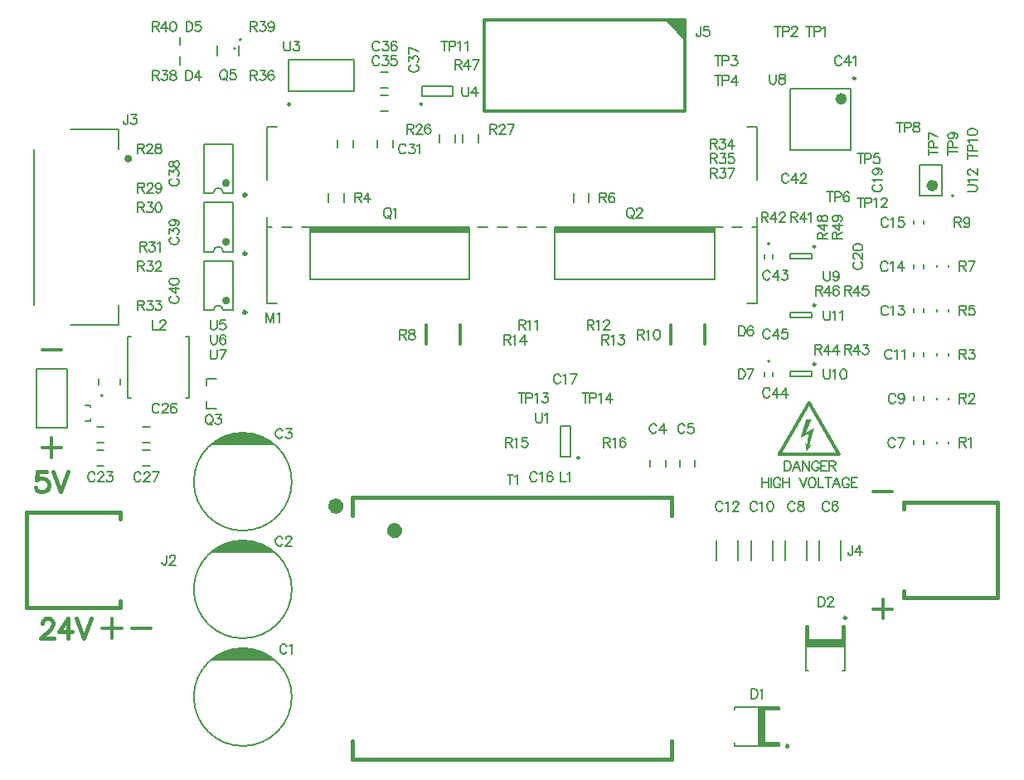
<source format=gbr>
%TF.GenerationSoftware,Altium Limited,Altium Designer,25.3.3 (18)*%
G04 Layer_Color=65535*
%FSLAX45Y45*%
%MOMM*%
%TF.SameCoordinates,6C4DDBA2-F481-4B1E-A352-F181FF77F2E2*%
%TF.FilePolarity,Positive*%
%TF.FileFunction,Legend,Top*%
%TF.Part,Single*%
G01*
G75*
%TA.AperFunction,NonConductor*%
%ADD63C,1.20000*%
%ADD64C,0.25000*%
%ADD65C,0.20000*%
%ADD66C,0.60000*%
%ADD67C,0.30000*%
%ADD68C,0.40000*%
%ADD69C,0.15000*%
%ADD70R,0.27500X1.50000*%
%ADD71R,0.27500X1.50000*%
%ADD72R,3.94999X0.80000*%
%ADD73R,1.50000X0.27500*%
%ADD74R,1.50000X0.27500*%
%ADD75R,0.80000X3.95000*%
%ADD76R,16.30000X0.54500*%
G36*
X1870472Y1073644D02*
X1883164Y1086801D01*
X2032389Y1171070D01*
X2158573Y1198281D01*
X2260493Y1196327D01*
X2383689Y1165036D01*
X2498252Y1101305D01*
X2526152Y1073644D01*
X1870472D01*
D02*
G37*
G36*
Y2173644D02*
X1883164Y2186801D01*
X2032389Y2271070D01*
X2158573Y2298281D01*
X2260493Y2296327D01*
X2383689Y2265035D01*
X2498252Y2201305D01*
X2526152Y2173644D01*
X1870472D01*
D02*
G37*
G36*
Y3273644D02*
X1883164Y3286801D01*
X2032389Y3371070D01*
X2158573Y3398281D01*
X2260493Y3396327D01*
X2383689Y3365035D01*
X2498252Y3301305D01*
X2526152Y3273644D01*
X1870472D01*
D02*
G37*
G36*
X7985313Y3723881D02*
X7987189D01*
Y3723412D01*
X7988596D01*
Y3722943D01*
X7990003D01*
Y3722474D01*
X7990941D01*
Y3722005D01*
X7991410D01*
Y3721536D01*
X7992348D01*
Y3721067D01*
X7992817D01*
Y3720598D01*
X7993755D01*
Y3720129D01*
X7994224D01*
Y3719660D01*
X7994693D01*
Y3719191D01*
X7995162D01*
Y3718722D01*
X7995631D01*
Y3717784D01*
X7996100D01*
Y3717315D01*
X7996569D01*
Y3716846D01*
X7997038D01*
Y3715908D01*
X7997507D01*
Y3715439D01*
X7997976D01*
Y3714501D01*
X7998445D01*
Y3713563D01*
X7998914D01*
Y3713094D01*
X7999383D01*
Y3712156D01*
X7999852D01*
Y3711218D01*
X8000321D01*
Y3710280D01*
X8000790D01*
Y3709811D01*
X8001259D01*
Y3708873D01*
X8001728D01*
Y3707935D01*
X8002197D01*
Y3706997D01*
X8002666D01*
Y3706529D01*
X8003135D01*
Y3705591D01*
X8003604D01*
Y3704652D01*
X8004073D01*
Y3704183D01*
X8004542D01*
Y3703246D01*
X8005011D01*
Y3702308D01*
X8005480D01*
Y3701370D01*
X8005949D01*
Y3700901D01*
X8006418D01*
Y3699963D01*
X8006886D01*
Y3699025D01*
X8007356D01*
Y3698087D01*
X8007824D01*
Y3697618D01*
X8008293D01*
Y3696680D01*
X8008762D01*
Y3695742D01*
X8009231D01*
Y3694804D01*
X8009701D01*
Y3694335D01*
X8010169D01*
Y3693397D01*
X8010638D01*
Y3692459D01*
X8011107D01*
Y3691990D01*
X8011576D01*
Y3691052D01*
X8012045D01*
Y3690114D01*
X8012514D01*
Y3689176D01*
X8012983D01*
Y3688707D01*
X8013452D01*
Y3687769D01*
X8013921D01*
Y3686831D01*
X8014390D01*
Y3686362D01*
X8014859D01*
Y3685424D01*
X8015328D01*
Y3684486D01*
X8015797D01*
Y3683548D01*
X8016266D01*
Y3682611D01*
X8016735D01*
Y3682141D01*
X8017204D01*
Y3681203D01*
X8017673D01*
Y3680266D01*
X8018142D01*
Y3679797D01*
X8018611D01*
Y3678859D01*
X8019080D01*
Y3677921D01*
X8019549D01*
Y3676983D01*
X8020018D01*
Y3676514D01*
X8020487D01*
Y3675576D01*
X8020956D01*
Y3674638D01*
X8021425D01*
Y3674169D01*
X8021894D01*
Y3673231D01*
X8022363D01*
Y3672293D01*
X8022832D01*
Y3671355D01*
X8023301D01*
Y3670417D01*
X8023770D01*
Y3669948D01*
X8024239D01*
Y3669010D01*
X8024708D01*
Y3668072D01*
X8025177D01*
Y3667603D01*
X8025646D01*
Y3666665D01*
X8026115D01*
Y3665727D01*
X8026584D01*
Y3664789D01*
X8027053D01*
Y3664320D01*
X8027522D01*
Y3663382D01*
X8027991D01*
Y3662444D01*
X8028460D01*
Y3661507D01*
X8028929D01*
Y3661037D01*
X8029397D01*
Y3660100D01*
X8029867D01*
Y3659162D01*
X8030335D01*
Y3658224D01*
X8030804D01*
Y3657754D01*
X8031273D01*
Y3656817D01*
X8031742D01*
Y3655879D01*
X8032212D01*
Y3655410D01*
X8032680D01*
Y3654472D01*
X8033149D01*
Y3653534D01*
X8033618D01*
Y3652596D01*
X8034087D01*
Y3652127D01*
X8034556D01*
Y3651189D01*
X8035025D01*
Y3650251D01*
X8035494D01*
Y3649313D01*
X8035963D01*
Y3648844D01*
X8036432D01*
Y3647906D01*
X8036901D01*
Y3646968D01*
X8037370D01*
Y3646030D01*
X8037839D01*
Y3645561D01*
X8038308D01*
Y3644623D01*
X8038777D01*
Y3643685D01*
X8039246D01*
Y3643216D01*
X8039715D01*
Y3642278D01*
X8040184D01*
Y3641340D01*
X8040653D01*
Y3640402D01*
X8041122D01*
Y3639933D01*
X8041591D01*
Y3638996D01*
X8042060D01*
Y3638057D01*
X8042529D01*
Y3637588D01*
X8042998D01*
Y3636651D01*
X8043467D01*
Y3635713D01*
X8043936D01*
Y3634775D01*
X8044405D01*
Y3634306D01*
X8044874D01*
Y3633368D01*
X8045343D01*
Y3632430D01*
X8045812D01*
Y3631492D01*
X8046281D01*
Y3631023D01*
X8046750D01*
Y3630554D01*
Y3630085D01*
X8047219D01*
Y3629147D01*
X8047688D01*
Y3628209D01*
X8048157D01*
Y3627740D01*
X8048626D01*
Y3626802D01*
X8049095D01*
Y3625864D01*
X8049564D01*
Y3624926D01*
X8050033D01*
Y3624457D01*
X8050502D01*
Y3623519D01*
X8050971D01*
Y3622581D01*
X8051440D01*
Y3622112D01*
X8051908D01*
Y3621174D01*
X8052377D01*
Y3620236D01*
X8052846D01*
Y3619298D01*
X8053316D01*
Y3618829D01*
X8053784D01*
Y3617891D01*
X8054253D01*
Y3616953D01*
X8054722D01*
Y3616016D01*
X8055191D01*
Y3615546D01*
X8055661D01*
Y3614608D01*
X8056129D01*
Y3613671D01*
X8056598D01*
Y3613202D01*
X8057067D01*
Y3612264D01*
X8057536D01*
Y3611326D01*
X8058005D01*
Y3610388D01*
X8058474D01*
Y3609919D01*
X8058943D01*
Y3608981D01*
X8059412D01*
Y3608043D01*
X8059881D01*
Y3607574D01*
X8060350D01*
Y3606636D01*
X8060819D01*
Y3605698D01*
X8061288D01*
Y3604760D01*
X8061757D01*
Y3603822D01*
X8062226D01*
Y3603353D01*
X8062695D01*
Y3602415D01*
X8063164D01*
Y3601477D01*
X8063633D01*
Y3600539D01*
X8064102D01*
Y3600070D01*
X8064571D01*
Y3599132D01*
X8065040D01*
Y3598194D01*
X8065509D01*
Y3597725D01*
X8065978D01*
Y3596787D01*
X8066447D01*
Y3595850D01*
X8066916D01*
Y3594912D01*
X8067385D01*
Y3594442D01*
X8067854D01*
Y3593504D01*
X8068323D01*
Y3592567D01*
X8068792D01*
Y3591629D01*
X8069261D01*
Y3591160D01*
X8069730D01*
Y3590222D01*
X8070199D01*
Y3589284D01*
X8070668D01*
Y3588815D01*
X8071137D01*
Y3587877D01*
X8071606D01*
Y3586939D01*
X8072075D01*
Y3586001D01*
X8072544D01*
Y3585532D01*
X8073013D01*
Y3584594D01*
X8073481D01*
Y3583656D01*
X8073951D01*
Y3582718D01*
X8074419D01*
Y3582249D01*
X8074888D01*
Y3581311D01*
X8075357D01*
Y3580373D01*
X8075826D01*
Y3579435D01*
X8076296D01*
Y3578966D01*
X8076764D01*
Y3578028D01*
X8077233D01*
Y3577090D01*
X8077702D01*
Y3576621D01*
X8078171D01*
Y3575683D01*
X8078640D01*
Y3574745D01*
X8079109D01*
Y3573807D01*
X8079578D01*
Y3573338D01*
X8080047D01*
Y3572401D01*
X8080516D01*
Y3571463D01*
X8080985D01*
Y3570994D01*
X8081454D01*
Y3570056D01*
X8081923D01*
Y3569118D01*
X8082392D01*
Y3568180D01*
X8082861D01*
Y3567242D01*
X8083330D01*
Y3566773D01*
X8083799D01*
Y3565835D01*
X8084268D01*
Y3564897D01*
X8084737D01*
Y3564428D01*
X8085206D01*
Y3563490D01*
X8085675D01*
Y3562552D01*
X8086144D01*
Y3561614D01*
X8086613D01*
Y3561145D01*
X8087082D01*
Y3560207D01*
X8087551D01*
Y3559269D01*
X8088020D01*
Y3558800D01*
X8088489D01*
Y3557862D01*
X8088958D01*
Y3556924D01*
X8089427D01*
Y3555986D01*
X8089896D01*
Y3555048D01*
X8090365D01*
Y3554579D01*
X8090834D01*
Y3553641D01*
X8091303D01*
Y3552703D01*
X8091772D01*
Y3552234D01*
X8092241D01*
Y3551296D01*
X8092710D01*
Y3550358D01*
X8093179D01*
Y3549421D01*
X8093648D01*
Y3548951D01*
X8094117D01*
Y3548014D01*
X8094586D01*
Y3547076D01*
X8095054D01*
Y3546138D01*
X8095524D01*
Y3545669D01*
X8095992D01*
Y3544731D01*
X8096462D01*
Y3543793D01*
X8096930D01*
Y3543324D01*
X8097399D01*
Y3542386D01*
X8097868D01*
Y3541448D01*
X8098337D01*
Y3540510D01*
X8098807D01*
Y3540041D01*
X8099275D01*
Y3539103D01*
X8099744D01*
Y3538165D01*
X8100213D01*
Y3537227D01*
X8100682D01*
Y3536758D01*
X8101151D01*
Y3535820D01*
X8101620D01*
Y3534882D01*
X8102089D01*
Y3534413D01*
X8102558D01*
Y3533475D01*
X8103027D01*
Y3532537D01*
X8103496D01*
Y3531599D01*
X8103965D01*
Y3531130D01*
X8104434D01*
Y3530192D01*
X8104903D01*
Y3529254D01*
X8105372D01*
Y3528785D01*
X8105841D01*
Y3527847D01*
X8106310D01*
Y3526910D01*
X8106779D01*
Y3525972D01*
X8107248D01*
Y3525034D01*
X8107717D01*
Y3524565D01*
X8108186D01*
Y3523626D01*
X8108655D01*
Y3522689D01*
X8109124D01*
Y3522220D01*
X8109593D01*
Y3521282D01*
X8110062D01*
Y3520344D01*
X8110531D01*
Y3519406D01*
X8111000D01*
Y3518937D01*
X8111469D01*
Y3517999D01*
X8111938D01*
Y3517061D01*
X8112407D01*
Y3516123D01*
X8112876D01*
Y3515654D01*
X8113345D01*
Y3514716D01*
X8113814D01*
Y3513778D01*
X8114283D01*
Y3512840D01*
X8114752D01*
Y3512371D01*
X8115221D01*
Y3511433D01*
X8115690D01*
Y3510495D01*
X8116159D01*
Y3510026D01*
X8116628D01*
Y3509088D01*
X8117097D01*
Y3508150D01*
X8117566D01*
Y3507212D01*
X8118034D01*
Y3506743D01*
X8118503D01*
Y3505806D01*
X8118973D01*
Y3504868D01*
X8119441D01*
Y3503929D01*
X8119911D01*
Y3503461D01*
X8120379D01*
Y3502523D01*
X8120848D01*
Y3501585D01*
X8121318D01*
Y3500647D01*
X8121786D01*
Y3500178D01*
X8122256D01*
Y3499240D01*
X8122724D01*
Y3498771D01*
X8123193D01*
Y3497833D01*
X8123662D01*
Y3496895D01*
X8124131D01*
Y3495957D01*
X8124600D01*
Y3495019D01*
X8125069D01*
Y3494081D01*
X8125538D01*
Y3493612D01*
X8126007D01*
Y3492674D01*
X8126476D01*
Y3491736D01*
X8126945D01*
Y3491267D01*
X8127414D01*
Y3490329D01*
X8127883D01*
Y3489391D01*
X8128352D01*
Y3488453D01*
X8128821D01*
Y3487984D01*
X8129290D01*
Y3487046D01*
X8129759D01*
Y3486108D01*
X8130228D01*
Y3485639D01*
X8130697D01*
Y3484701D01*
X8131166D01*
Y3483763D01*
X8131635D01*
Y3482825D01*
X8132104D01*
Y3482357D01*
X8132573D01*
Y3481419D01*
X8133042D01*
Y3480480D01*
X8133511D01*
Y3480012D01*
X8133980D01*
Y3479074D01*
X8134449D01*
Y3478136D01*
X8134918D01*
Y3477198D01*
X8135387D01*
Y3476260D01*
X8135856D01*
Y3475791D01*
X8136325D01*
Y3474853D01*
X8136794D01*
Y3473915D01*
X8137263D01*
Y3472977D01*
X8137732D01*
Y3472508D01*
X8138201D01*
Y3471570D01*
X8138670D01*
Y3470632D01*
X8139138D01*
Y3470163D01*
X8139608D01*
Y3469225D01*
X8140077D01*
Y3468287D01*
X8140546D01*
Y3467349D01*
X8141014D01*
Y3466880D01*
X8141483D01*
Y3465942D01*
X8141952D01*
Y3465004D01*
X8142422D01*
Y3464066D01*
X8142890D01*
Y3463597D01*
X8143359D01*
Y3462659D01*
X8143828D01*
Y3461721D01*
X8144297D01*
Y3461252D01*
X8144766D01*
Y3460315D01*
X8145235D01*
Y3459376D01*
X8145704D01*
Y3458439D01*
X8146173D01*
Y3457501D01*
X8146642D01*
Y3457031D01*
X8147111D01*
Y3456094D01*
X8147580D01*
Y3455156D01*
X8148049D01*
Y3454687D01*
X8148518D01*
Y3453749D01*
X8148987D01*
Y3452811D01*
X8149456D01*
Y3452342D01*
X8149925D01*
Y3451404D01*
X8150394D01*
Y3450466D01*
X8150863D01*
Y3449528D01*
X8151332D01*
Y3449059D01*
X8151801D01*
Y3448121D01*
X8152270D01*
Y3447183D01*
X8152739D01*
Y3446245D01*
X8153208D01*
Y3445776D01*
X8153677D01*
Y3444838D01*
X8154146D01*
Y3443900D01*
X8154615D01*
Y3443431D01*
X8155084D01*
Y3442493D01*
X8155553D01*
Y3441555D01*
X8156022D01*
Y3440617D01*
X8156491D01*
Y3440149D01*
X8156960D01*
Y3439211D01*
X8157429D01*
Y3438273D01*
X8157898D01*
Y3437335D01*
X8158367D01*
Y3436866D01*
X8158836D01*
Y3435928D01*
X8159305D01*
Y3434990D01*
X8159774D01*
Y3434521D01*
X8160243D01*
Y3433583D01*
X8160712D01*
Y3432645D01*
X8161181D01*
Y3431707D01*
X8161649D01*
Y3431238D01*
X8162119D01*
Y3430300D01*
X8162587D01*
Y3429362D01*
X8163057D01*
Y3428424D01*
X8163526D01*
Y3427955D01*
X8163994D01*
Y3427017D01*
X8164463D01*
Y3426079D01*
X8164932D01*
Y3425141D01*
X8165402D01*
Y3424672D01*
X8165870D01*
Y3423734D01*
X8166339D01*
Y3422796D01*
X8166808D01*
Y3421858D01*
X8167277D01*
Y3421389D01*
X8167746D01*
Y3420451D01*
X8168215D01*
Y3419513D01*
X8168684D01*
Y3418575D01*
X8169153D01*
Y3418106D01*
X8169622D01*
Y3417169D01*
X8170091D01*
Y3416230D01*
X8170560D01*
Y3415762D01*
X8171029D01*
Y3414824D01*
X8171498D01*
Y3413885D01*
X8171967D01*
Y3412947D01*
X8172436D01*
Y3412479D01*
X8172905D01*
Y3411541D01*
X8173374D01*
Y3410603D01*
X8173843D01*
Y3409665D01*
X8174312D01*
Y3409196D01*
X8174781D01*
Y3408258D01*
X8175250D01*
Y3407320D01*
X8175719D01*
Y3406382D01*
X8176188D01*
Y3405913D01*
X8176657D01*
Y3404975D01*
X8177126D01*
Y3404037D01*
X8177595D01*
Y3403568D01*
X8178064D01*
Y3402630D01*
X8178533D01*
Y3401692D01*
X8179002D01*
Y3401223D01*
X8179471D01*
Y3400285D01*
X8179940D01*
Y3399347D01*
X8180409D01*
Y3398409D01*
X8180878D01*
Y3397471D01*
X8181347D01*
Y3397002D01*
X8181816D01*
Y3396065D01*
X8182285D01*
Y3395127D01*
X8182754D01*
Y3394657D01*
X8183223D01*
Y3393719D01*
X8183692D01*
Y3392781D01*
X8184161D01*
Y3391844D01*
X8184629D01*
Y3391374D01*
X8185098D01*
Y3390437D01*
X8185568D01*
Y3389499D01*
X8186036D01*
Y3389030D01*
X8186506D01*
Y3388092D01*
X8186974D01*
Y3387154D01*
X8187443D01*
Y3386216D01*
X8187913D01*
Y3385278D01*
X8188381D01*
Y3384809D01*
X8188850D01*
Y3383871D01*
X8189319D01*
Y3382933D01*
X8189788D01*
Y3382464D01*
X8190257D01*
Y3381526D01*
X8190726D01*
Y3380588D01*
X8191195D01*
Y3379650D01*
X8191664D01*
Y3379181D01*
X8192133D01*
Y3378243D01*
X8192602D01*
Y3377305D01*
X8193071D01*
Y3376836D01*
X8193540D01*
Y3375898D01*
X8194009D01*
Y3374960D01*
X8194478D01*
Y3374022D01*
X8194947D01*
Y3373084D01*
X8195416D01*
Y3372615D01*
X8195885D01*
Y3371678D01*
X8196354D01*
Y3370740D01*
X8196823D01*
Y3369801D01*
X8197292D01*
Y3369333D01*
X8197761D01*
Y3368395D01*
X8198230D01*
Y3367457D01*
X8198699D01*
Y3366988D01*
X8199168D01*
Y3366050D01*
X8199637D01*
Y3365112D01*
X8200106D01*
Y3364174D01*
X8200575D01*
Y3363705D01*
X8201044D01*
Y3362767D01*
X8201513D01*
Y3361829D01*
X8201982D01*
Y3361360D01*
X8202451D01*
Y3360422D01*
X8202920D01*
Y3359484D01*
X8203388D01*
Y3358546D01*
X8203858D01*
Y3358077D01*
X8204327D01*
Y3357139D01*
X8204796D01*
Y3356201D01*
X8205265D01*
Y3355263D01*
X8205733D01*
Y3354794D01*
X8206203D01*
Y3353856D01*
X8206672D01*
Y3352918D01*
X8207141D01*
Y3352449D01*
X8207609D01*
Y3351511D01*
X8208078D01*
Y3350573D01*
X8208547D01*
Y3349635D01*
X8209017D01*
Y3348697D01*
X8209485D01*
Y3348229D01*
X8209954D01*
Y3347290D01*
X8210423D01*
Y3346353D01*
X8210892D01*
Y3345884D01*
X8211361D01*
Y3344946D01*
X8211830D01*
Y3344008D01*
X8212299D01*
Y3343070D01*
X8212768D01*
Y3342601D01*
X8213237D01*
Y3341663D01*
X8213706D01*
Y3340725D01*
X8214175D01*
Y3340256D01*
X8214644D01*
Y3339318D01*
X8215113D01*
Y3338380D01*
X8215582D01*
Y3337442D01*
X8216051D01*
Y3336973D01*
X8216520D01*
Y3336035D01*
X8216989D01*
Y3335097D01*
X8217458D01*
Y3334159D01*
X8217927D01*
Y3333690D01*
X8218396D01*
Y3332752D01*
X8218865D01*
Y3331814D01*
X8219334D01*
Y3330876D01*
X8219803D01*
Y3330407D01*
X8220272D01*
Y3329469D01*
X8220741D01*
Y3328531D01*
X8221210D01*
Y3328062D01*
X8221679D01*
Y3327124D01*
X8222148D01*
Y3326186D01*
X8222617D01*
Y3325249D01*
X8223086D01*
Y3324311D01*
X8223555D01*
Y3323842D01*
X8224024D01*
Y3322904D01*
X8224493D01*
Y3321966D01*
X8224962D01*
Y3321497D01*
X8225431D01*
Y3320559D01*
X8225900D01*
Y3319621D01*
X8226369D01*
Y3318683D01*
X8226837D01*
Y3318214D01*
X8227307D01*
Y3317276D01*
X8227776D01*
Y3316338D01*
X8228244D01*
Y3315400D01*
X8228714D01*
Y3314931D01*
X8229182D01*
Y3313993D01*
X8229652D01*
Y3313055D01*
X8230120D01*
Y3312586D01*
X8230589D01*
Y3311648D01*
X8231058D01*
Y3310710D01*
X8231527D01*
Y3309772D01*
X8231996D01*
Y3309303D01*
X8232465D01*
Y3308365D01*
X8232934D01*
Y3307427D01*
X8233403D01*
Y3306489D01*
X8233872D01*
Y3306020D01*
X8234341D01*
Y3305083D01*
X8234810D01*
Y3304145D01*
X8235279D01*
Y3303676D01*
X8235748D01*
Y3302738D01*
X8236217D01*
Y3301800D01*
X8236686D01*
Y3300862D01*
X8237155D01*
Y3300393D01*
X8237624D01*
Y3299455D01*
X8238093D01*
Y3298517D01*
X8238562D01*
Y3297579D01*
X8239031D01*
Y3297110D01*
X8239500D01*
Y3296172D01*
X8239969D01*
Y3295234D01*
X8240438D01*
Y3294765D01*
X8240907D01*
Y3293827D01*
X8241376D01*
Y3292889D01*
X8241845D01*
Y3291951D01*
X8242314D01*
Y3291482D01*
X8242783D01*
Y3290544D01*
X8243252D01*
Y3289606D01*
X8243721D01*
Y3288668D01*
X8244190D01*
Y3288199D01*
X8244659D01*
Y3287261D01*
X8245128D01*
Y3286323D01*
X8245597D01*
Y3285385D01*
X8246066D01*
Y3284916D01*
X8246535D01*
Y3283978D01*
X8247004D01*
Y3283040D01*
X8247473D01*
Y3282102D01*
X8247942D01*
Y3281634D01*
X8248411D01*
Y3280696D01*
X8248880D01*
Y3279758D01*
X8249348D01*
Y3279289D01*
X8249818D01*
Y3278351D01*
X8250287D01*
Y3277413D01*
X8250756D01*
Y3276475D01*
X8251225D01*
Y3276006D01*
X8251693D01*
Y3275068D01*
X8252163D01*
Y3274130D01*
X8252631D01*
Y3273661D01*
X8253101D01*
Y3272723D01*
X8253569D01*
Y3271785D01*
X8254038D01*
Y3270847D01*
X8254507D01*
Y3269909D01*
X8254976D01*
Y3269440D01*
X8255445D01*
Y3268502D01*
X8255914D01*
Y3267564D01*
X8256383D01*
Y3267095D01*
X8256852D01*
Y3266157D01*
X8257321D01*
Y3265219D01*
X8257790D01*
Y3264281D01*
X8258259D01*
Y3263812D01*
X8258728D01*
Y3262874D01*
X8259197D01*
Y3261936D01*
X8259666D01*
Y3260999D01*
X8260135D01*
Y3260530D01*
X8260604D01*
Y3259592D01*
X8261073D01*
Y3258654D01*
X8261542D01*
Y3258185D01*
X8262011D01*
Y3257247D01*
X8262480D01*
Y3256309D01*
X8262949D01*
Y3255371D01*
X8263418D01*
Y3254902D01*
X8263887D01*
Y3253964D01*
X8264356D01*
Y3253026D01*
X8264825D01*
Y3252088D01*
X8265294D01*
Y3251619D01*
X8265763D01*
Y3250681D01*
X8266232D01*
Y3249743D01*
X8266701D01*
Y3249274D01*
X8267170D01*
Y3248336D01*
X8267639D01*
Y3247398D01*
X8268108D01*
Y3246460D01*
X8268577D01*
Y3245991D01*
X8269046D01*
Y3245053D01*
X8269515D01*
Y3244115D01*
X8269984D01*
Y3243646D01*
X8270453D01*
Y3242708D01*
X8270922D01*
Y3241770D01*
X8271391D01*
Y3240832D01*
X8271860D01*
Y3240363D01*
X8272329D01*
Y3239426D01*
X8272798D01*
Y3238488D01*
X8273267D01*
Y3237550D01*
X8273736D01*
Y3236612D01*
X8274204D01*
Y3236143D01*
X8274673D01*
Y3235205D01*
X8275142D01*
Y3234267D01*
X8275611D01*
Y3233798D01*
X8276080D01*
Y3232860D01*
X8276549D01*
Y3231922D01*
X8277018D01*
Y3230984D01*
X8277487D01*
Y3230515D01*
X8277956D01*
Y3229577D01*
X8278425D01*
Y3228639D01*
X8278894D01*
Y3227701D01*
X8279363D01*
Y3227232D01*
X8279832D01*
Y3226294D01*
X8280301D01*
Y3225356D01*
X8280770D01*
Y3224887D01*
X8281239D01*
Y3223949D01*
X8281708D01*
Y3223011D01*
X8282177D01*
Y3222073D01*
X8282646D01*
Y3221604D01*
X8283115D01*
Y3220666D01*
X8283584D01*
Y3219728D01*
X8284053D01*
Y3218790D01*
X8284522D01*
Y3218321D01*
X8284991D01*
Y3217383D01*
X8285460D01*
Y3216445D01*
X8285929D01*
Y3215508D01*
X8286398D01*
Y3215039D01*
X8286867D01*
Y3214101D01*
X8287336D01*
Y3213163D01*
X8287805D01*
Y3212694D01*
X8288274D01*
Y3211756D01*
X8288743D01*
Y3210818D01*
X8289212D01*
Y3209880D01*
X8289681D01*
Y3209411D01*
X8290150D01*
Y3208473D01*
X8290619D01*
Y3207535D01*
X8291088D01*
Y3206597D01*
X8291557D01*
Y3206128D01*
X8292026D01*
Y3205190D01*
X8292495D01*
Y3204252D01*
X8292964D01*
Y3203314D01*
X8293433D01*
Y3202845D01*
X8293902D01*
Y3201907D01*
X8294371D01*
Y3200969D01*
X8294839D01*
Y3200500D01*
X8295309D01*
Y3199562D01*
X8295777D01*
Y3198624D01*
X8296247D01*
Y3197686D01*
X8296715D01*
Y3197217D01*
X8297184D01*
Y3196279D01*
X8297653D01*
Y3195342D01*
X8298122D01*
Y3194872D01*
X8298591D01*
Y3193935D01*
X8299060D01*
Y3192997D01*
X8299529D01*
Y3192059D01*
X8299998D01*
Y3191121D01*
X8300467D01*
Y3190652D01*
X8300936D01*
Y3189714D01*
X8301405D01*
Y3188776D01*
X8301874D01*
Y3188307D01*
X8302343D01*
Y3187369D01*
X8302812D01*
Y3186431D01*
X8303281D01*
Y3185493D01*
X8303750D01*
Y3184555D01*
X8304219D01*
Y3183617D01*
X8304688D01*
Y3181741D01*
X8305157D01*
Y3174706D01*
X8304688D01*
Y3172831D01*
X8304219D01*
Y3171423D01*
X8303750D01*
Y3170486D01*
X8303281D01*
Y3169548D01*
X8302812D01*
Y3168610D01*
X8302343D01*
Y3168141D01*
X8301874D01*
Y3167203D01*
X8301405D01*
Y3166734D01*
X8300936D01*
Y3166265D01*
X8300467D01*
Y3165796D01*
X8299998D01*
Y3165327D01*
X8299529D01*
Y3164858D01*
X8299060D01*
Y3164389D01*
X8298122D01*
Y3163920D01*
X8297653D01*
Y3163451D01*
X8296715D01*
Y3162982D01*
X8296247D01*
Y3162513D01*
X8294839D01*
Y3162044D01*
X8293902D01*
Y3161575D01*
X8292495D01*
Y3161106D01*
X8290619D01*
Y3160637D01*
X7674381D01*
Y3161106D01*
X7672505D01*
Y3161575D01*
X7671098D01*
Y3162044D01*
X7669691D01*
Y3162513D01*
X7668753D01*
Y3162982D01*
X7668284D01*
Y3163451D01*
X7667346D01*
Y3163920D01*
X7666877D01*
Y3164389D01*
X7665939D01*
Y3164858D01*
X7665470D01*
Y3165327D01*
X7665001D01*
Y3165796D01*
X7664532D01*
Y3166265D01*
X7664063D01*
Y3166734D01*
X7663594D01*
Y3167203D01*
X7663125D01*
Y3168141D01*
X7662656D01*
Y3168610D01*
X7662187D01*
Y3169548D01*
X7661718D01*
Y3170486D01*
X7661249D01*
Y3171423D01*
X7660780D01*
Y3172361D01*
X7660311D01*
Y3174706D01*
X7659842D01*
Y3181272D01*
X7660311D01*
Y3183617D01*
X7660780D01*
Y3184555D01*
X7661249D01*
Y3185493D01*
X7661718D01*
Y3186431D01*
X7662187D01*
Y3187369D01*
X7662656D01*
Y3188307D01*
X7663125D01*
Y3188776D01*
X7663594D01*
Y3189714D01*
X7664063D01*
Y3190652D01*
X7664532D01*
Y3191121D01*
X7665001D01*
Y3192059D01*
X7665470D01*
Y3192997D01*
X7665939D01*
Y3193935D01*
X7666408D01*
Y3194872D01*
X7666877D01*
Y3195342D01*
X7667346D01*
Y3196279D01*
X7667815D01*
Y3197217D01*
X7668284D01*
Y3197686D01*
X7668753D01*
Y3198624D01*
X7669222D01*
Y3199562D01*
X7669691D01*
Y3200500D01*
X7670160D01*
Y3200969D01*
X7670629D01*
Y3201907D01*
X7671098D01*
Y3202845D01*
X7671567D01*
Y3203783D01*
X7672036D01*
Y3204252D01*
X7672505D01*
Y3205190D01*
X7672973D01*
Y3206128D01*
X7673443D01*
Y3206597D01*
X7673912D01*
Y3207535D01*
X7674381D01*
Y3208473D01*
X7674850D01*
Y3209411D01*
X7675318D01*
Y3209880D01*
X7675788D01*
Y3210818D01*
X7676257D01*
Y3211756D01*
X7676726D01*
Y3212694D01*
X7677194D01*
Y3213163D01*
X7677663D01*
Y3214101D01*
X7678132D01*
Y3215039D01*
X7678601D01*
Y3215508D01*
X7679070D01*
Y3216445D01*
X7679539D01*
Y3217383D01*
X7680008D01*
Y3218321D01*
X7680477D01*
Y3218790D01*
X7680946D01*
Y3219728D01*
X7681415D01*
Y3220666D01*
X7681884D01*
Y3221604D01*
X7682353D01*
Y3222073D01*
X7682822D01*
Y3223011D01*
X7683291D01*
Y3223949D01*
X7683760D01*
Y3224887D01*
X7684229D01*
Y3225356D01*
X7684698D01*
Y3226294D01*
X7685167D01*
Y3227232D01*
X7685636D01*
Y3227701D01*
X7686105D01*
Y3228639D01*
X7686574D01*
Y3229577D01*
X7687043D01*
Y3230515D01*
X7687512D01*
Y3230984D01*
X7687981D01*
Y3231922D01*
X7688450D01*
Y3232860D01*
X7688919D01*
Y3233798D01*
X7689388D01*
Y3234267D01*
X7689857D01*
Y3235205D01*
X7690326D01*
Y3236143D01*
X7690795D01*
Y3236612D01*
X7691264D01*
Y3237550D01*
X7691733D01*
Y3238488D01*
X7692202D01*
Y3239426D01*
X7692671D01*
Y3239894D01*
X7693140D01*
Y3240832D01*
X7693609D01*
Y3241770D01*
X7694078D01*
Y3242708D01*
X7694547D01*
Y3243646D01*
X7695016D01*
Y3244115D01*
X7695484D01*
Y3245053D01*
X7695954D01*
Y3245991D01*
X7696423D01*
Y3246460D01*
X7696892D01*
Y3247398D01*
X7697361D01*
Y3248336D01*
X7697829D01*
Y3249274D01*
X7698299D01*
Y3249743D01*
X7698767D01*
Y3250681D01*
X7699237D01*
Y3251619D01*
X7699705D01*
Y3252088D01*
X7700174D01*
Y3253026D01*
X7700643D01*
Y3253964D01*
X7701112D01*
Y3254902D01*
X7701581D01*
Y3255371D01*
X7702050D01*
Y3256309D01*
X7702519D01*
Y3257247D01*
X7702988D01*
Y3258185D01*
X7703457D01*
Y3258654D01*
X7703926D01*
Y3259592D01*
X7704395D01*
Y3260530D01*
X7704864D01*
Y3261467D01*
X7705333D01*
Y3261936D01*
X7705802D01*
Y3262874D01*
X7706271D01*
Y3263812D01*
X7706740D01*
Y3264750D01*
X7707209D01*
Y3265219D01*
X7707678D01*
Y3266157D01*
X7708147D01*
Y3267095D01*
X7708616D01*
Y3267564D01*
X7709085D01*
Y3268502D01*
X7709554D01*
Y3269440D01*
X7710023D01*
Y3269909D01*
X7710492D01*
Y3270847D01*
X7710961D01*
Y3271785D01*
X7711430D01*
Y3272723D01*
X7711899D01*
Y3273661D01*
X7712368D01*
Y3274130D01*
X7712837D01*
Y3275068D01*
X7713306D01*
Y3276006D01*
X7713775D01*
Y3276475D01*
X7714244D01*
Y3277413D01*
X7714713D01*
Y3278351D01*
X7715182D01*
Y3279289D01*
X7715651D01*
Y3279758D01*
X7716119D01*
Y3280696D01*
X7716589D01*
Y3281634D01*
X7717058D01*
Y3282102D01*
X7717527D01*
Y3283040D01*
X7717996D01*
Y3283978D01*
X7718464D01*
Y3284916D01*
X7718934D01*
Y3285385D01*
X7719403D01*
Y3286323D01*
X7719872D01*
Y3287261D01*
X7720341D01*
Y3288199D01*
X7720809D01*
Y3288668D01*
X7721278D01*
Y3289606D01*
X7721748D01*
Y3290544D01*
X7722216D01*
Y3291482D01*
X7722685D01*
Y3291951D01*
X7723154D01*
Y3292889D01*
X7723623D01*
Y3293827D01*
X7724092D01*
Y3294296D01*
X7724561D01*
Y3295234D01*
X7725030D01*
Y3296172D01*
X7725499D01*
Y3297110D01*
X7725968D01*
Y3297579D01*
X7726437D01*
Y3298517D01*
X7726906D01*
Y3299455D01*
X7727375D01*
Y3300393D01*
X7727844D01*
Y3300862D01*
X7728313D01*
Y3301800D01*
X7728782D01*
Y3302738D01*
X7729251D01*
Y3303676D01*
X7729720D01*
Y3304145D01*
X7730189D01*
Y3305083D01*
X7730658D01*
Y3306020D01*
X7731127D01*
Y3306959D01*
X7731596D01*
Y3307427D01*
X7732065D01*
Y3308365D01*
X7732534D01*
Y3309303D01*
X7733003D01*
Y3309772D01*
X7733472D01*
Y3310710D01*
X7733941D01*
Y3311648D01*
X7734410D01*
Y3312586D01*
X7734879D01*
Y3313055D01*
X7735348D01*
Y3313993D01*
X7735817D01*
Y3314931D01*
X7736286D01*
Y3315400D01*
X7736755D01*
Y3316338D01*
X7737224D01*
Y3317276D01*
X7737693D01*
Y3318214D01*
X7738162D01*
Y3318683D01*
X7738631D01*
Y3319621D01*
X7739100D01*
Y3320559D01*
X7739568D01*
Y3321497D01*
X7740038D01*
Y3321966D01*
X7740507D01*
Y3322904D01*
X7740976D01*
Y3323842D01*
X7741445D01*
Y3324780D01*
X7741913D01*
Y3325249D01*
X7742383D01*
Y3326186D01*
X7742851D01*
Y3327124D01*
X7743321D01*
Y3327594D01*
X7743789D01*
Y3328531D01*
X7744258D01*
Y3329469D01*
X7744727D01*
Y3330407D01*
X7745196D01*
Y3330876D01*
X7745665D01*
Y3331814D01*
X7746134D01*
Y3332752D01*
X7746604D01*
Y3333690D01*
X7747072D01*
Y3334159D01*
X7747541D01*
Y3335097D01*
X7748010D01*
Y3336035D01*
X7748479D01*
Y3336973D01*
X7748948D01*
Y3337442D01*
X7749417D01*
Y3338380D01*
X7749886D01*
Y3339318D01*
X7750355D01*
Y3340256D01*
X7750824D01*
Y3340725D01*
X7751293D01*
Y3341663D01*
X7751762D01*
Y3342601D01*
X7752231D01*
Y3343539D01*
X7752700D01*
Y3344008D01*
X7753169D01*
Y3344946D01*
X7753638D01*
Y3345884D01*
X7754107D01*
Y3346353D01*
X7754576D01*
Y3347290D01*
X7755045D01*
Y3348229D01*
X7755514D01*
Y3348697D01*
X7755983D01*
Y3349635D01*
X7756452D01*
Y3350573D01*
X7756921D01*
Y3351511D01*
X7757390D01*
Y3352449D01*
X7757859D01*
Y3352918D01*
X7758328D01*
Y3353856D01*
X7758797D01*
Y3354794D01*
X7759266D01*
Y3355263D01*
X7759735D01*
Y3356201D01*
X7760204D01*
Y3357139D01*
X7760673D01*
Y3358077D01*
X7761142D01*
Y3358546D01*
X7761611D01*
Y3359484D01*
X7762079D01*
Y3360422D01*
X7762549D01*
Y3361360D01*
X7763017D01*
Y3361829D01*
X7763487D01*
Y3362767D01*
X7763956D01*
Y3363705D01*
X7764424D01*
Y3364174D01*
X7764894D01*
Y3365112D01*
X7765362D01*
Y3366050D01*
X7765832D01*
Y3366988D01*
X7766300D01*
Y3367457D01*
X7766769D01*
Y3368395D01*
X7767238D01*
Y3369333D01*
X7767707D01*
Y3369801D01*
X7768176D01*
Y3370740D01*
X7768645D01*
Y3371678D01*
X7769114D01*
Y3372615D01*
X7769583D01*
Y3373084D01*
X7770052D01*
Y3374022D01*
X7770521D01*
Y3374960D01*
X7770990D01*
Y3375898D01*
X7771459D01*
Y3376367D01*
X7771928D01*
Y3377305D01*
X7772397D01*
Y3378243D01*
X7772866D01*
Y3379181D01*
X7773335D01*
Y3379650D01*
X7773804D01*
Y3380588D01*
X7774273D01*
Y3381526D01*
X7774742D01*
Y3382464D01*
X7775211D01*
Y3382933D01*
X7775680D01*
Y3383871D01*
X7776149D01*
Y3384809D01*
X7776618D01*
Y3385278D01*
X7777087D01*
Y3386216D01*
X7777556D01*
Y3387154D01*
X7778025D01*
Y3388092D01*
X7778494D01*
Y3388561D01*
X7778963D01*
Y3389499D01*
X7779432D01*
Y3390437D01*
X7779901D01*
Y3391374D01*
X7780370D01*
Y3391844D01*
X7780839D01*
Y3392781D01*
X7781308D01*
Y3393719D01*
X7781777D01*
Y3394657D01*
X7782246D01*
Y3395127D01*
X7782715D01*
Y3396065D01*
X7783184D01*
Y3397002D01*
X7783653D01*
Y3397471D01*
X7784122D01*
Y3398409D01*
X7784591D01*
Y3399347D01*
X7785060D01*
Y3400285D01*
X7785528D01*
Y3401223D01*
X7785998D01*
Y3401692D01*
X7786467D01*
Y3402630D01*
X7786936D01*
Y3403568D01*
X7787405D01*
Y3404037D01*
X7787873D01*
Y3404975D01*
X7788342D01*
Y3405913D01*
X7788811D01*
Y3406851D01*
X7789280D01*
Y3407320D01*
X7789749D01*
Y3408258D01*
X7790218D01*
Y3409196D01*
X7790687D01*
Y3410134D01*
X7791156D01*
Y3410603D01*
X7791625D01*
Y3411541D01*
X7792094D01*
Y3412479D01*
X7792563D01*
Y3412947D01*
X7793032D01*
Y3413885D01*
X7793501D01*
Y3414824D01*
X7793970D01*
Y3415762D01*
X7794439D01*
Y3416230D01*
X7794908D01*
Y3417169D01*
X7795377D01*
Y3418106D01*
X7795846D01*
Y3419044D01*
X7796315D01*
Y3419513D01*
X7796784D01*
Y3420451D01*
X7797253D01*
Y3421389D01*
X7797722D01*
Y3421858D01*
X7798191D01*
Y3422796D01*
X7798660D01*
Y3423734D01*
X7799129D01*
Y3424672D01*
X7799598D01*
Y3425141D01*
X7800067D01*
Y3426079D01*
X7800536D01*
Y3427017D01*
X7801005D01*
Y3427955D01*
X7801474D01*
Y3428424D01*
X7801943D01*
Y3429362D01*
X7802412D01*
Y3430300D01*
X7802881D01*
Y3431238D01*
X7803350D01*
Y3431707D01*
X7803819D01*
Y3432645D01*
X7804288D01*
Y3433583D01*
X7804757D01*
Y3434521D01*
X7805226D01*
Y3434990D01*
X7805695D01*
Y3435928D01*
X7806164D01*
Y3436866D01*
X7806633D01*
Y3437335D01*
X7807102D01*
Y3438273D01*
X7807571D01*
Y3439211D01*
X7808040D01*
Y3439679D01*
X7808508D01*
Y3440617D01*
X7808978D01*
Y3441555D01*
X7809446D01*
Y3442493D01*
X7809916D01*
Y3443431D01*
X7810384D01*
Y3443900D01*
X7810854D01*
Y3444838D01*
X7811322D01*
Y3445776D01*
X7811791D01*
Y3446245D01*
X7812260D01*
Y3447183D01*
X7812729D01*
Y3448121D01*
X7813198D01*
Y3449059D01*
X7813667D01*
Y3449528D01*
X7814136D01*
Y3450466D01*
X7814605D01*
Y3451404D01*
X7815074D01*
Y3452342D01*
X7815543D01*
Y3452811D01*
X7816012D01*
Y3453749D01*
X7816481D01*
Y3454687D01*
X7816950D01*
Y3455156D01*
X7817419D01*
Y3456094D01*
X7817888D01*
Y3457031D01*
X7818357D01*
Y3457501D01*
X7818826D01*
Y3458439D01*
X7819295D01*
Y3459376D01*
X7819764D01*
Y3460315D01*
X7820233D01*
Y3461252D01*
X7820702D01*
Y3461721D01*
X7821171D01*
Y3462659D01*
X7821640D01*
Y3463597D01*
X7822109D01*
Y3464066D01*
X7822578D01*
Y3465004D01*
X7823047D01*
Y3465942D01*
X7823516D01*
Y3466880D01*
X7823985D01*
Y3467349D01*
X7824454D01*
Y3468287D01*
X7824923D01*
Y3469225D01*
X7825392D01*
Y3470163D01*
X7825861D01*
Y3470632D01*
X7826330D01*
Y3471570D01*
X7826799D01*
Y3472508D01*
X7827268D01*
Y3472977D01*
X7827737D01*
Y3473915D01*
X7828206D01*
Y3474853D01*
X7828674D01*
Y3475791D01*
X7829144D01*
Y3476260D01*
X7829612D01*
Y3477198D01*
X7830082D01*
Y3478136D01*
X7830551D01*
Y3479074D01*
X7831019D01*
Y3480012D01*
X7831489D01*
Y3480480D01*
X7831957D01*
Y3481419D01*
X7832426D01*
Y3482357D01*
X7832895D01*
Y3482825D01*
X7833364D01*
Y3483763D01*
X7833833D01*
Y3484701D01*
X7834302D01*
Y3485170D01*
X7834771D01*
Y3486108D01*
X7835240D01*
Y3487046D01*
X7835709D01*
Y3487984D01*
X7836178D01*
Y3488922D01*
X7836647D01*
Y3489391D01*
X7837116D01*
Y3490329D01*
X7837585D01*
Y3491267D01*
X7838054D01*
Y3491736D01*
X7838523D01*
Y3492674D01*
X7838992D01*
Y3493612D01*
X7839461D01*
Y3494550D01*
X7839930D01*
Y3495019D01*
X7840399D01*
Y3495957D01*
X7840868D01*
Y3496895D01*
X7841337D01*
Y3497833D01*
X7841806D01*
Y3498302D01*
X7842275D01*
Y3499240D01*
X7842744D01*
Y3500178D01*
X7843213D01*
Y3500647D01*
X7843682D01*
Y3501585D01*
X7844151D01*
Y3502523D01*
X7844620D01*
Y3502991D01*
X7845089D01*
Y3503929D01*
X7845558D01*
Y3504868D01*
X7846027D01*
Y3505806D01*
X7846496D01*
Y3506743D01*
X7846965D01*
Y3507212D01*
X7847434D01*
Y3508150D01*
X7847903D01*
Y3509088D01*
X7848372D01*
Y3510026D01*
X7848841D01*
Y3510495D01*
X7849310D01*
Y3511433D01*
X7849779D01*
Y3512371D01*
X7850248D01*
Y3512840D01*
X7850717D01*
Y3513778D01*
X7851186D01*
Y3514716D01*
X7851655D01*
Y3515654D01*
X7852123D01*
Y3516123D01*
X7852592D01*
Y3517061D01*
X7853062D01*
Y3517999D01*
X7853530D01*
Y3518937D01*
X7854000D01*
Y3519406D01*
X7854468D01*
Y3520344D01*
X7854938D01*
Y3521282D01*
X7855406D01*
Y3522220D01*
X7855875D01*
Y3522689D01*
X7856344D01*
Y3523626D01*
X7856813D01*
Y3524565D01*
X7857282D01*
Y3525034D01*
X7857751D01*
Y3525972D01*
X7858220D01*
Y3526910D01*
X7858689D01*
Y3527847D01*
X7859158D01*
Y3528785D01*
X7859627D01*
Y3529254D01*
X7860096D01*
Y3530192D01*
X7860565D01*
Y3531130D01*
X7861034D01*
Y3531599D01*
X7861503D01*
Y3532537D01*
X7861972D01*
Y3533475D01*
X7862441D01*
Y3534413D01*
X7862910D01*
Y3534882D01*
X7863379D01*
Y3535820D01*
X7863848D01*
Y3536758D01*
X7864317D01*
Y3537227D01*
X7864786D01*
Y3538165D01*
X7865255D01*
Y3539103D01*
X7865724D01*
Y3540041D01*
X7866193D01*
Y3540510D01*
X7866662D01*
Y3541448D01*
X7867131D01*
Y3542386D01*
X7867600D01*
Y3543324D01*
X7868069D01*
Y3543793D01*
X7868538D01*
Y3544731D01*
X7869007D01*
Y3545669D01*
X7869476D01*
Y3546138D01*
X7869945D01*
Y3547076D01*
X7870414D01*
Y3548014D01*
X7870883D01*
Y3548951D01*
X7871352D01*
Y3549421D01*
X7871821D01*
Y3550358D01*
X7872290D01*
Y3551296D01*
X7872759D01*
Y3552234D01*
X7873228D01*
Y3552703D01*
X7873696D01*
Y3553641D01*
X7874166D01*
Y3554579D01*
X7874634D01*
Y3555048D01*
X7875104D01*
Y3555986D01*
X7875573D01*
Y3556924D01*
X7876041D01*
Y3557862D01*
X7876511D01*
Y3558800D01*
X7876979D01*
Y3559269D01*
X7877449D01*
Y3560207D01*
X7877917D01*
Y3561145D01*
X7878386D01*
Y3561614D01*
X7878855D01*
Y3562552D01*
X7879324D01*
Y3563490D01*
X7879793D01*
Y3564428D01*
X7880262D01*
Y3564897D01*
X7880731D01*
Y3565835D01*
X7881200D01*
Y3566773D01*
X7881669D01*
Y3567711D01*
X7882138D01*
Y3568180D01*
X7882607D01*
Y3569118D01*
X7883076D01*
Y3570056D01*
X7883545D01*
Y3570524D01*
X7884014D01*
Y3571463D01*
X7884483D01*
Y3572401D01*
X7884952D01*
Y3573338D01*
X7885421D01*
Y3573807D01*
X7885890D01*
Y3574745D01*
X7886359D01*
Y3575683D01*
X7886828D01*
Y3576621D01*
X7887297D01*
Y3577090D01*
X7887766D01*
Y3578028D01*
X7888235D01*
Y3578966D01*
X7888704D01*
Y3579435D01*
X7889173D01*
Y3580373D01*
X7889642D01*
Y3581311D01*
X7890111D01*
Y3582249D01*
X7890580D01*
Y3583187D01*
X7891049D01*
Y3583656D01*
X7891518D01*
Y3584594D01*
X7891987D01*
Y3585532D01*
X7892456D01*
Y3586001D01*
X7892925D01*
Y3586939D01*
X7893394D01*
Y3587877D01*
X7893863D01*
Y3588815D01*
X7894332D01*
Y3589284D01*
X7894801D01*
Y3590222D01*
X7895270D01*
Y3591160D01*
X7895739D01*
Y3591629D01*
X7896207D01*
Y3592567D01*
X7896677D01*
Y3593504D01*
X7897145D01*
Y3594442D01*
X7897615D01*
Y3595380D01*
X7898084D01*
Y3595850D01*
X7898552D01*
Y3596787D01*
X7899021D01*
Y3597725D01*
X7899490D01*
Y3598194D01*
X7899959D01*
Y3599132D01*
X7900428D01*
Y3600070D01*
X7900897D01*
Y3601008D01*
X7901366D01*
Y3601477D01*
X7901835D01*
Y3602415D01*
X7902304D01*
Y3603353D01*
X7902773D01*
Y3603822D01*
X7903242D01*
Y3604760D01*
X7903711D01*
Y3605698D01*
X7904180D01*
Y3606636D01*
X7904649D01*
Y3607574D01*
X7905118D01*
Y3608043D01*
X7905587D01*
Y3608981D01*
X7906056D01*
Y3609919D01*
X7906525D01*
Y3610388D01*
X7906994D01*
Y3611326D01*
X7907463D01*
Y3612264D01*
X7907932D01*
Y3613202D01*
X7908401D01*
Y3613671D01*
X7908870D01*
Y3614608D01*
X7909339D01*
Y3615546D01*
X7909808D01*
Y3616016D01*
X7910277D01*
Y3616953D01*
X7910746D01*
Y3617891D01*
X7911215D01*
Y3618829D01*
X7911684D01*
Y3619298D01*
X7912153D01*
Y3620236D01*
X7912622D01*
Y3621174D01*
X7913091D01*
Y3622112D01*
X7913560D01*
Y3622581D01*
X7914029D01*
Y3623519D01*
X7914498D01*
Y3624457D01*
X7914967D01*
Y3624926D01*
X7915436D01*
Y3625864D01*
X7915905D01*
Y3626802D01*
X7916374D01*
Y3627740D01*
X7916843D01*
Y3628678D01*
X7917312D01*
Y3629147D01*
X7917780D01*
Y3630085D01*
X7918250D01*
Y3631023D01*
X7918719D01*
Y3631492D01*
X7919187D01*
Y3632430D01*
X7919657D01*
Y3633368D01*
X7920125D01*
Y3633837D01*
X7920595D01*
Y3634775D01*
X7921063D01*
Y3635713D01*
X7921533D01*
Y3636651D01*
X7922001D01*
Y3637588D01*
X7922470D01*
Y3638057D01*
X7922939D01*
Y3638996D01*
X7923408D01*
Y3639933D01*
X7923877D01*
Y3640402D01*
X7924346D01*
Y3641340D01*
X7924815D01*
Y3642278D01*
X7925284D01*
Y3643216D01*
X7925753D01*
Y3643685D01*
X7926222D01*
Y3644623D01*
X7926691D01*
Y3645561D01*
X7927160D01*
Y3646030D01*
X7927629D01*
Y3646968D01*
X7928098D01*
Y3647906D01*
X7928567D01*
Y3648844D01*
X7929036D01*
Y3649313D01*
X7929505D01*
Y3650251D01*
X7929974D01*
Y3651189D01*
X7930443D01*
Y3652127D01*
X7930912D01*
Y3652596D01*
X7931381D01*
Y3653534D01*
X7931850D01*
Y3654472D01*
X7932319D01*
Y3655410D01*
X7932788D01*
Y3655879D01*
X7933257D01*
Y3656817D01*
X7933726D01*
Y3657754D01*
X7934195D01*
Y3658692D01*
X7934664D01*
Y3659162D01*
X7935133D01*
Y3660100D01*
X7935602D01*
Y3661037D01*
X7936071D01*
Y3661507D01*
X7936540D01*
Y3662444D01*
X7937009D01*
Y3663382D01*
X7937478D01*
Y3664320D01*
X7937947D01*
Y3664789D01*
X7938416D01*
Y3665727D01*
X7938885D01*
Y3666665D01*
X7939354D01*
Y3667603D01*
X7939823D01*
Y3668072D01*
X7940291D01*
Y3669010D01*
X7940761D01*
Y3669948D01*
X7941229D01*
Y3670417D01*
X7941699D01*
Y3671355D01*
X7942168D01*
Y3672293D01*
X7942636D01*
Y3673231D01*
X7943106D01*
Y3674169D01*
X7943574D01*
Y3674638D01*
X7944043D01*
Y3675576D01*
X7944512D01*
Y3676514D01*
X7944981D01*
Y3676983D01*
X7945450D01*
Y3677921D01*
X7945919D01*
Y3678859D01*
X7946388D01*
Y3679328D01*
X7946857D01*
Y3680266D01*
X7947326D01*
Y3681203D01*
X7947795D01*
Y3682141D01*
X7948264D01*
Y3682611D01*
X7948733D01*
Y3683548D01*
X7949202D01*
Y3684486D01*
X7949671D01*
Y3685424D01*
X7950140D01*
Y3686362D01*
X7950609D01*
Y3686831D01*
X7951078D01*
Y3687769D01*
X7951547D01*
Y3688707D01*
X7952016D01*
Y3689176D01*
X7952485D01*
Y3690114D01*
X7952954D01*
Y3691052D01*
X7953423D01*
Y3691990D01*
X7953892D01*
Y3692459D01*
X7954361D01*
Y3693397D01*
X7954830D01*
Y3694335D01*
X7955299D01*
Y3694804D01*
X7955768D01*
Y3695742D01*
X7956237D01*
Y3696680D01*
X7956706D01*
Y3697618D01*
X7957175D01*
Y3698087D01*
X7957644D01*
Y3699025D01*
X7958113D01*
Y3699963D01*
X7958582D01*
Y3700901D01*
X7959051D01*
Y3701370D01*
X7959520D01*
Y3702308D01*
X7959989D01*
Y3703246D01*
X7960458D01*
Y3703714D01*
X7960927D01*
Y3704652D01*
X7961396D01*
Y3705591D01*
X7961865D01*
Y3706529D01*
X7962334D01*
Y3707466D01*
X7962803D01*
Y3707935D01*
X7963271D01*
Y3708873D01*
X7963740D01*
Y3709811D01*
X7964209D01*
Y3710280D01*
X7964679D01*
Y3711218D01*
X7965147D01*
Y3712156D01*
X7965617D01*
Y3713094D01*
X7966085D01*
Y3713563D01*
X7966554D01*
Y3714501D01*
X7967023D01*
Y3715439D01*
X7967492D01*
Y3715908D01*
X7967961D01*
Y3716846D01*
X7968430D01*
Y3717315D01*
X7968899D01*
Y3717784D01*
X7969368D01*
Y3718722D01*
X7969837D01*
Y3719191D01*
X7970306D01*
Y3719660D01*
X7970775D01*
Y3720129D01*
X7971244D01*
Y3720598D01*
X7972182D01*
Y3721067D01*
X7972651D01*
Y3721536D01*
X7973589D01*
Y3722005D01*
X7974058D01*
Y3722474D01*
X7974996D01*
Y3722943D01*
X7976403D01*
Y3723412D01*
X7977810D01*
Y3723881D01*
X7979686D01*
Y3724350D01*
X7985313D01*
Y3723881D01*
D02*
G37*
G36*
X6516000Y7615000D02*
X6716000D01*
Y7415000D01*
X6516000Y7615000D01*
D02*
G37*
%LPC*%
G36*
X7982969Y3671824D02*
X7982031D01*
Y3670886D01*
X7981562D01*
Y3670417D01*
X7981093D01*
Y3669479D01*
X7980624D01*
Y3668541D01*
X7980155D01*
Y3667603D01*
X7979686D01*
Y3667134D01*
X7979217D01*
Y3666196D01*
X7978748D01*
Y3665258D01*
X7978279D01*
Y3664789D01*
X7977810D01*
Y3663851D01*
X7977341D01*
Y3662913D01*
X7976872D01*
Y3661975D01*
X7976403D01*
Y3661037D01*
X7975934D01*
Y3660568D01*
X7975465D01*
Y3659630D01*
X7974996D01*
Y3658692D01*
X7974527D01*
Y3658224D01*
X7974058D01*
Y3657286D01*
X7973589D01*
Y3656348D01*
X7973120D01*
Y3655879D01*
X7972651D01*
Y3654941D01*
X7972182D01*
Y3654003D01*
X7971713D01*
Y3653065D01*
X7971244D01*
Y3652596D01*
X7970775D01*
Y3651658D01*
X7970306D01*
Y3650720D01*
X7969837D01*
Y3649782D01*
X7969368D01*
Y3649313D01*
X7968899D01*
Y3648375D01*
X7968430D01*
Y3647437D01*
X7967961D01*
Y3646968D01*
X7967492D01*
Y3646030D01*
X7967023D01*
Y3645092D01*
X7966554D01*
Y3644154D01*
X7966085D01*
Y3643685D01*
X7965617D01*
Y3642747D01*
X7965147D01*
Y3641809D01*
X7964679D01*
Y3640871D01*
X7964209D01*
Y3640402D01*
X7963740D01*
Y3639464D01*
X7963271D01*
Y3638526D01*
X7962803D01*
Y3637588D01*
X7962334D01*
Y3637119D01*
X7961865D01*
Y3636181D01*
X7961396D01*
Y3635244D01*
X7960927D01*
Y3634775D01*
X7960458D01*
Y3633837D01*
X7959989D01*
Y3632899D01*
X7959520D01*
Y3631961D01*
X7959051D01*
Y3631492D01*
X7958582D01*
Y3630554D01*
X7958113D01*
Y3629616D01*
X7957644D01*
Y3628678D01*
X7957175D01*
Y3628209D01*
X7956706D01*
Y3627271D01*
X7956237D01*
Y3626333D01*
X7955768D01*
Y3625864D01*
X7955299D01*
Y3624926D01*
X7954830D01*
Y3623988D01*
X7954361D01*
Y3623050D01*
X7953892D01*
Y3622581D01*
X7953423D01*
Y3621643D01*
X7952954D01*
Y3620705D01*
X7952485D01*
Y3619767D01*
X7952016D01*
Y3619298D01*
X7951547D01*
Y3618360D01*
X7951078D01*
Y3617422D01*
X7950609D01*
Y3616485D01*
X7950140D01*
Y3616016D01*
X7949671D01*
Y3615077D01*
X7949202D01*
Y3614140D01*
X7948733D01*
Y3613671D01*
X7948264D01*
Y3612732D01*
X7947795D01*
Y3611795D01*
X7947326D01*
Y3610857D01*
X7946857D01*
Y3610388D01*
X7946388D01*
Y3609450D01*
X7945919D01*
Y3608512D01*
X7945450D01*
Y3607574D01*
X7944981D01*
Y3607105D01*
X7944512D01*
Y3606167D01*
X7944043D01*
Y3605229D01*
X7943574D01*
Y3604291D01*
X7943106D01*
Y3603822D01*
X7942636D01*
Y3602884D01*
X7942168D01*
Y3601946D01*
X7941699D01*
Y3601477D01*
X7941229D01*
Y3600539D01*
X7940761D01*
Y3599601D01*
X7940291D01*
Y3598663D01*
X7939823D01*
Y3598194D01*
X7939354D01*
Y3597256D01*
X7938885D01*
Y3596318D01*
X7938416D01*
Y3595380D01*
X7937947D01*
Y3594912D01*
X7937478D01*
Y3593974D01*
X7937009D01*
Y3593035D01*
X7936540D01*
Y3592567D01*
X7936071D01*
Y3591629D01*
X7935602D01*
Y3590691D01*
X7935133D01*
Y3589753D01*
X7934664D01*
Y3589284D01*
X7934195D01*
Y3588346D01*
X7933726D01*
Y3587408D01*
X7933257D01*
Y3586470D01*
X7932788D01*
Y3586001D01*
X7932319D01*
Y3585063D01*
X7931850D01*
Y3584125D01*
X7931381D01*
Y3583187D01*
X7930912D01*
Y3582718D01*
X7930443D01*
Y3581780D01*
X7929974D01*
Y3580842D01*
X7929505D01*
Y3579904D01*
X7929036D01*
Y3579435D01*
X7928567D01*
Y3578497D01*
X7928098D01*
Y3577559D01*
X7927629D01*
Y3577090D01*
X7927160D01*
Y3576152D01*
X7926691D01*
Y3575214D01*
X7926222D01*
Y3574276D01*
X7925753D01*
Y3573807D01*
X7925284D01*
Y3572870D01*
X7924815D01*
Y3571931D01*
X7924346D01*
Y3570994D01*
X7923877D01*
Y3570524D01*
X7923408D01*
Y3569586D01*
X7922939D01*
Y3568649D01*
X7922470D01*
Y3568180D01*
X7922001D01*
Y3567242D01*
X7921533D01*
Y3566304D01*
X7921063D01*
Y3565366D01*
X7920595D01*
Y3564897D01*
X7920125D01*
Y3563959D01*
X7919657D01*
Y3563021D01*
X7919187D01*
Y3562083D01*
X7918719D01*
Y3561614D01*
X7918250D01*
Y3560676D01*
X7917780D01*
Y3559738D01*
X7917312D01*
Y3558800D01*
X7916843D01*
Y3558331D01*
X7916374D01*
Y3557393D01*
X7915905D01*
Y3556455D01*
X7915436D01*
Y3555986D01*
X7914967D01*
Y3555048D01*
X7914498D01*
Y3554110D01*
X7914029D01*
Y3553172D01*
X7913560D01*
Y3552234D01*
X7913091D01*
Y3551766D01*
X7912622D01*
Y3550827D01*
X7912153D01*
Y3550358D01*
X7911684D01*
Y3549421D01*
X7911215D01*
Y3548482D01*
X7910746D01*
Y3547545D01*
X7910277D01*
Y3547076D01*
X7909808D01*
Y3546138D01*
X7909339D01*
Y3545200D01*
X7908870D01*
Y3544262D01*
X7908401D01*
Y3543793D01*
X7907932D01*
Y3542855D01*
X7907463D01*
Y3541917D01*
X7906994D01*
Y3540979D01*
X7906525D01*
Y3540041D01*
X7906056D01*
Y3539572D01*
X7905587D01*
Y3538634D01*
X7905118D01*
Y3537696D01*
X7904649D01*
Y3537227D01*
X7904180D01*
Y3536289D01*
X7903711D01*
Y3535351D01*
X7903242D01*
Y3534882D01*
X7902773D01*
Y3533944D01*
X7902304D01*
Y3533006D01*
X7901835D01*
Y3532068D01*
X7901366D01*
Y3531599D01*
X7900897D01*
Y3530661D01*
X7900428D01*
Y3529723D01*
X7899959D01*
Y3528785D01*
X7899490D01*
Y3528317D01*
X7899021D01*
Y3527379D01*
X7898552D01*
Y3526440D01*
X7898084D01*
Y3525502D01*
X7897615D01*
Y3525034D01*
X7897145D01*
Y3524096D01*
X7896677D01*
Y3523158D01*
X7896207D01*
Y3522689D01*
X7895739D01*
Y3521751D01*
X7895270D01*
Y3520813D01*
X7894801D01*
Y3519875D01*
X7894332D01*
Y3519406D01*
X7893863D01*
Y3518468D01*
X7893394D01*
Y3517530D01*
X7892925D01*
Y3516592D01*
X7892456D01*
Y3516123D01*
X7891987D01*
Y3515185D01*
X7891518D01*
Y3514247D01*
X7891049D01*
Y3513778D01*
X7890580D01*
Y3512840D01*
X7890111D01*
Y3511902D01*
X7889642D01*
Y3510964D01*
X7889173D01*
Y3510026D01*
X7888704D01*
Y3509557D01*
X7888235D01*
Y3508619D01*
X7887766D01*
Y3507681D01*
X7887297D01*
Y3507212D01*
X7886828D01*
Y3506274D01*
X7886359D01*
Y3505336D01*
X7885890D01*
Y3504399D01*
X7885421D01*
Y3503929D01*
X7884952D01*
Y3502991D01*
X7884483D01*
Y3502054D01*
X7884014D01*
Y3501585D01*
X7883545D01*
Y3500647D01*
X7883076D01*
Y3499709D01*
X7882607D01*
Y3498771D01*
X7882138D01*
Y3498302D01*
X7881669D01*
Y3497364D01*
X7881200D01*
Y3496426D01*
X7880731D01*
Y3495488D01*
X7880262D01*
Y3495019D01*
X7879793D01*
Y3494081D01*
X7879324D01*
Y3493143D01*
X7878855D01*
Y3492205D01*
X7878386D01*
Y3491736D01*
X7877917D01*
Y3490798D01*
X7877449D01*
Y3489860D01*
X7876979D01*
Y3489391D01*
X7876511D01*
Y3488453D01*
X7876041D01*
Y3487515D01*
X7875573D01*
Y3486577D01*
X7875104D01*
Y3486108D01*
X7874634D01*
Y3485170D01*
X7874166D01*
Y3484232D01*
X7873696D01*
Y3483763D01*
X7873228D01*
Y3482825D01*
X7872759D01*
Y3481887D01*
X7872290D01*
Y3480950D01*
X7871821D01*
Y3480012D01*
X7871352D01*
Y3479543D01*
X7870883D01*
Y3478605D01*
X7870414D01*
Y3477667D01*
X7869945D01*
Y3477198D01*
X7869476D01*
Y3476260D01*
X7869007D01*
Y3475322D01*
X7868538D01*
Y3474384D01*
X7868069D01*
Y3473915D01*
X7867600D01*
Y3472977D01*
X7867131D01*
Y3472039D01*
X7866662D01*
Y3471101D01*
X7866193D01*
Y3470632D01*
X7865724D01*
Y3469694D01*
X7865255D01*
Y3468756D01*
X7864786D01*
Y3468287D01*
X7864317D01*
Y3467349D01*
X7863848D01*
Y3466411D01*
X7863379D01*
Y3465473D01*
X7862910D01*
Y3465004D01*
X7862441D01*
Y3464066D01*
X7861972D01*
Y3463128D01*
X7861503D01*
Y3462190D01*
X7861034D01*
Y3461721D01*
X7860565D01*
Y3460784D01*
X7860096D01*
Y3459846D01*
X7859627D01*
Y3459376D01*
X7859158D01*
Y3458439D01*
X7858689D01*
Y3457501D01*
X7858220D01*
Y3456563D01*
X7857751D01*
Y3456094D01*
X7857282D01*
Y3455156D01*
X7856813D01*
Y3454218D01*
X7856344D01*
Y3453280D01*
X7855875D01*
Y3452811D01*
X7855406D01*
Y3451873D01*
X7854938D01*
Y3450935D01*
X7854468D01*
Y3449997D01*
X7854000D01*
Y3449528D01*
X7853530D01*
Y3448590D01*
X7853062D01*
Y3447652D01*
X7852592D01*
Y3446714D01*
X7852123D01*
Y3446245D01*
X7851655D01*
Y3445307D01*
X7851186D01*
Y3444369D01*
X7850717D01*
Y3443431D01*
X7850248D01*
Y3442962D01*
X7849779D01*
Y3442024D01*
X7849310D01*
Y3441086D01*
X7848841D01*
Y3440617D01*
X7848372D01*
Y3439679D01*
X7847903D01*
Y3438741D01*
X7847434D01*
Y3437804D01*
X7846965D01*
Y3437335D01*
X7846496D01*
Y3436396D01*
X7846027D01*
Y3435459D01*
X7845558D01*
Y3434990D01*
X7845089D01*
Y3434052D01*
X7844620D01*
Y3433114D01*
X7844151D01*
Y3432176D01*
X7843682D01*
Y3431707D01*
X7843213D01*
Y3430769D01*
X7842744D01*
Y3429831D01*
X7842275D01*
Y3428893D01*
X7841806D01*
Y3428424D01*
X7841337D01*
Y3427486D01*
X7840868D01*
Y3426548D01*
X7840399D01*
Y3426079D01*
X7839930D01*
Y3425141D01*
X7839461D01*
Y3424203D01*
X7838992D01*
Y3423265D01*
X7838523D01*
Y3422796D01*
X7838054D01*
Y3421858D01*
X7837585D01*
Y3420920D01*
X7837116D01*
Y3419982D01*
X7836647D01*
Y3419513D01*
X7836178D01*
Y3418575D01*
X7835709D01*
Y3417637D01*
X7835240D01*
Y3416700D01*
X7834771D01*
Y3416230D01*
X7834302D01*
Y3415293D01*
X7833833D01*
Y3414355D01*
X7833364D01*
Y3413885D01*
X7832895D01*
Y3412947D01*
X7832426D01*
Y3412010D01*
X7831957D01*
Y3411072D01*
X7831489D01*
Y3410603D01*
X7831019D01*
Y3409665D01*
X7830551D01*
Y3408727D01*
X7830082D01*
Y3407789D01*
X7829612D01*
Y3407320D01*
X7829144D01*
Y3406382D01*
X7828674D01*
Y3405444D01*
X7828206D01*
Y3404506D01*
X7827737D01*
Y3404037D01*
X7827268D01*
Y3403099D01*
X7826799D01*
Y3402161D01*
X7826330D01*
Y3401223D01*
X7825861D01*
Y3400754D01*
X7825392D01*
Y3399816D01*
X7824923D01*
Y3398878D01*
X7824454D01*
Y3398409D01*
X7823985D01*
Y3397471D01*
X7823516D01*
Y3396533D01*
X7823047D01*
Y3395595D01*
X7822578D01*
Y3395127D01*
X7822109D01*
Y3394189D01*
X7821640D01*
Y3393251D01*
X7821171D01*
Y3392312D01*
X7820702D01*
Y3391844D01*
X7820233D01*
Y3390906D01*
X7819764D01*
Y3389968D01*
X7819295D01*
Y3389499D01*
X7818826D01*
Y3388561D01*
X7818357D01*
Y3387623D01*
X7817888D01*
Y3386685D01*
X7817419D01*
Y3386216D01*
X7816950D01*
Y3385278D01*
X7816481D01*
Y3384340D01*
X7816012D01*
Y3383402D01*
X7815543D01*
Y3382933D01*
X7815074D01*
Y3381995D01*
X7814605D01*
Y3381057D01*
X7814136D01*
Y3380588D01*
X7813667D01*
Y3379650D01*
X7813198D01*
Y3378712D01*
X7812729D01*
Y3377774D01*
X7812260D01*
Y3377305D01*
X7811791D01*
Y3376367D01*
X7811322D01*
Y3375429D01*
X7810854D01*
Y3374491D01*
X7810384D01*
Y3374022D01*
X7809916D01*
Y3373084D01*
X7809446D01*
Y3372146D01*
X7808978D01*
Y3371209D01*
X7808508D01*
Y3370740D01*
X7808040D01*
Y3369801D01*
X7807571D01*
Y3368864D01*
X7807102D01*
Y3368395D01*
X7806633D01*
Y3367457D01*
X7806164D01*
Y3366519D01*
X7805695D01*
Y3365581D01*
X7805226D01*
Y3365112D01*
X7804757D01*
Y3364174D01*
X7804288D01*
Y3363236D01*
X7803819D01*
Y3362298D01*
X7803350D01*
Y3361829D01*
X7802881D01*
Y3360891D01*
X7802412D01*
Y3359953D01*
X7801943D01*
Y3359484D01*
X7801474D01*
Y3358546D01*
X7801005D01*
Y3357608D01*
X7800536D01*
Y3356670D01*
X7800067D01*
Y3356201D01*
X7799598D01*
Y3355263D01*
X7799129D01*
Y3354325D01*
X7798660D01*
Y3353387D01*
X7798191D01*
Y3352918D01*
X7797722D01*
Y3351980D01*
X7797253D01*
Y3351043D01*
X7796784D01*
Y3350105D01*
X7796315D01*
Y3349635D01*
X7795846D01*
Y3348697D01*
X7795377D01*
Y3347760D01*
X7794908D01*
Y3347290D01*
X7794439D01*
Y3346353D01*
X7793970D01*
Y3345415D01*
X7793501D01*
Y3344477D01*
X7793032D01*
Y3344008D01*
X7792563D01*
Y3343070D01*
X7792094D01*
Y3342132D01*
X7791625D01*
Y3341194D01*
X7791156D01*
Y3340256D01*
X7790687D01*
Y3339787D01*
X7790218D01*
Y3338849D01*
X7789749D01*
Y3337911D01*
X7789280D01*
Y3337442D01*
X7788811D01*
Y3336504D01*
X7788342D01*
Y3335566D01*
X7787873D01*
Y3335097D01*
X7787405D01*
Y3334159D01*
X7786936D01*
Y3333221D01*
X7786467D01*
Y3332283D01*
X7785998D01*
Y3331814D01*
X7785528D01*
Y3330876D01*
X7785060D01*
Y3329938D01*
X7784591D01*
Y3329000D01*
X7784122D01*
Y3328531D01*
X7783653D01*
Y3327594D01*
X7783184D01*
Y3326656D01*
X7782715D01*
Y3326186D01*
X7782246D01*
Y3325249D01*
X7781777D01*
Y3324311D01*
X7781308D01*
Y3323373D01*
X7780839D01*
Y3322904D01*
X7780370D01*
Y3321966D01*
X7779901D01*
Y3321028D01*
X7779432D01*
Y3320090D01*
X7778963D01*
Y3319621D01*
X7778494D01*
Y3318683D01*
X7778025D01*
Y3317745D01*
X7777556D01*
Y3317276D01*
X7777087D01*
Y3316338D01*
X7776618D01*
Y3315400D01*
X7776149D01*
Y3314462D01*
X7775680D01*
Y3313524D01*
X7775211D01*
Y3313055D01*
X7774742D01*
Y3312117D01*
X7774273D01*
Y3311179D01*
X7773804D01*
Y3310710D01*
X7773335D01*
Y3309772D01*
X7772866D01*
Y3308834D01*
X7772397D01*
Y3307896D01*
X7771928D01*
Y3307427D01*
X7771459D01*
Y3306489D01*
X7770990D01*
Y3305551D01*
X7770521D01*
Y3304614D01*
X7770052D01*
Y3304145D01*
X7769583D01*
Y3303206D01*
X7769114D01*
Y3302269D01*
X7768645D01*
Y3301800D01*
X7768176D01*
Y3300862D01*
X7767707D01*
Y3299924D01*
X7767238D01*
Y3298986D01*
X7766769D01*
Y3298517D01*
X7766300D01*
Y3297579D01*
X7765832D01*
Y3296641D01*
X7765362D01*
Y3296172D01*
X7764894D01*
Y3295234D01*
X7764424D01*
Y3294296D01*
X7763956D01*
Y3293358D01*
X7763487D01*
Y3292420D01*
X7763017D01*
Y3291951D01*
X7762549D01*
Y3291013D01*
X7762079D01*
Y3290075D01*
X7761611D01*
Y3289606D01*
X7761142D01*
Y3288668D01*
X7760673D01*
Y3287730D01*
X7760204D01*
Y3286792D01*
X7759735D01*
Y3286323D01*
X7759266D01*
Y3285385D01*
X7758797D01*
Y3284448D01*
X7758328D01*
Y3283510D01*
X7757859D01*
Y3283040D01*
X7757390D01*
Y3282102D01*
X7756921D01*
Y3281165D01*
X7756452D01*
Y3280696D01*
X7755983D01*
Y3279758D01*
X7755514D01*
Y3278820D01*
X7755045D01*
Y3277882D01*
X7754576D01*
Y3277413D01*
X7754107D01*
Y3276475D01*
X7753638D01*
Y3275537D01*
X7753169D01*
Y3274599D01*
X7752700D01*
Y3274130D01*
X7752231D01*
Y3273192D01*
X7751762D01*
Y3272254D01*
X7751293D01*
Y3271316D01*
X7750824D01*
Y3270847D01*
X7750355D01*
Y3269909D01*
X7749886D01*
Y3268971D01*
X7749417D01*
Y3268502D01*
X7748948D01*
Y3267564D01*
X7748479D01*
Y3266626D01*
X7748010D01*
Y3265688D01*
X7747541D01*
Y3265219D01*
X7747072D01*
Y3264281D01*
X7746604D01*
Y3263343D01*
X7746134D01*
Y3262405D01*
X7745665D01*
Y3261936D01*
X7745196D01*
Y3260999D01*
X7744727D01*
Y3260061D01*
X7744258D01*
Y3259123D01*
X7743789D01*
Y3258654D01*
X7743321D01*
Y3257716D01*
X7742851D01*
Y3256778D01*
X7742383D01*
Y3256309D01*
X7741913D01*
Y3255371D01*
X7741445D01*
Y3254433D01*
X7740976D01*
Y3253495D01*
X7740507D01*
Y3253026D01*
X7740038D01*
Y3252088D01*
X7739568D01*
Y3251150D01*
X7739100D01*
Y3250212D01*
X7738631D01*
Y3249743D01*
X7738162D01*
Y3248805D01*
X7737693D01*
Y3247867D01*
X7737224D01*
Y3247398D01*
X7736755D01*
Y3246460D01*
X7736286D01*
Y3245522D01*
X7735817D01*
Y3244584D01*
X7735348D01*
Y3243646D01*
X7734879D01*
Y3243177D01*
X7734410D01*
Y3242239D01*
X7733941D01*
Y3241301D01*
X7733472D01*
Y3240832D01*
X7733003D01*
Y3239894D01*
X7732534D01*
Y3238956D01*
X7732065D01*
Y3238018D01*
X7731596D01*
Y3237550D01*
X7731127D01*
Y3236612D01*
X7730658D01*
Y3235673D01*
X7730189D01*
Y3235205D01*
X7729720D01*
Y3234267D01*
X7729251D01*
Y3233329D01*
X7728782D01*
Y3232391D01*
X7728313D01*
Y3231922D01*
X7727844D01*
Y3230984D01*
X7727375D01*
Y3230046D01*
X7726906D01*
Y3229108D01*
X7726437D01*
Y3228639D01*
X7725968D01*
Y3227701D01*
X7725499D01*
Y3226763D01*
X7725030D01*
Y3225825D01*
X7724561D01*
Y3225356D01*
X7724092D01*
Y3224418D01*
X7723623D01*
Y3223480D01*
X7723154D01*
Y3222542D01*
X7722685D01*
Y3222073D01*
X7722216D01*
Y3221135D01*
X7721748D01*
Y3220198D01*
X7721278D01*
Y3219728D01*
X7720809D01*
Y3218790D01*
X7720341D01*
Y3217852D01*
X7719872D01*
Y3217383D01*
X7719403D01*
Y3216445D01*
X7718934D01*
Y3215508D01*
X7718464D01*
Y3214570D01*
X7717996D01*
Y3213632D01*
X7717527D01*
Y3213163D01*
X7717058D01*
Y3212225D01*
X7716589D01*
Y3211287D01*
X7716119D01*
Y3210818D01*
X7715651D01*
Y3209880D01*
X7715182D01*
Y3208942D01*
X7714713D01*
Y3208004D01*
X7714244D01*
Y3207535D01*
X7713775D01*
Y3206597D01*
X7713306D01*
Y3205659D01*
X7712837D01*
Y3204721D01*
X7712368D01*
Y3204252D01*
X7711899D01*
Y3203314D01*
X7711430D01*
Y3202376D01*
X7710961D01*
Y3201907D01*
X7710492D01*
Y3200969D01*
X7710023D01*
Y3200031D01*
X7709554D01*
Y3199093D01*
X7709085D01*
Y3198624D01*
X7708616D01*
Y3197686D01*
X7708147D01*
Y3196748D01*
X7707678D01*
Y3196279D01*
X7707209D01*
Y3195342D01*
X8257790D01*
Y3196279D01*
X8257321D01*
Y3196748D01*
X8256852D01*
Y3197686D01*
X8256383D01*
Y3198624D01*
X8255914D01*
Y3199093D01*
X8255445D01*
Y3200031D01*
X8254976D01*
Y3200969D01*
X8254507D01*
Y3201907D01*
X8254038D01*
Y3202376D01*
X8253569D01*
Y3203314D01*
X8253101D01*
Y3204252D01*
X8252631D01*
Y3204721D01*
X8252163D01*
Y3205659D01*
X8251693D01*
Y3206597D01*
X8251225D01*
Y3207535D01*
X8250756D01*
Y3208004D01*
X8250287D01*
Y3208942D01*
X8249818D01*
Y3209880D01*
X8249348D01*
Y3210818D01*
X8248880D01*
Y3211287D01*
X8248411D01*
Y3212225D01*
X8247942D01*
Y3213163D01*
X8247473D01*
Y3213632D01*
X8247004D01*
Y3214570D01*
X8246535D01*
Y3215508D01*
X8246066D01*
Y3216445D01*
X8245597D01*
Y3217383D01*
X8245128D01*
Y3217852D01*
X8244659D01*
Y3218790D01*
X8244190D01*
Y3219728D01*
X8243721D01*
Y3220198D01*
X8243252D01*
Y3221135D01*
X8242783D01*
Y3222073D01*
X8242314D01*
Y3222542D01*
X8241845D01*
Y3223480D01*
X8241376D01*
Y3224418D01*
X8240907D01*
Y3225356D01*
X8240438D01*
Y3225825D01*
X8239969D01*
Y3226763D01*
X8239500D01*
Y3227701D01*
X8239031D01*
Y3228639D01*
X8238562D01*
Y3229108D01*
X8238093D01*
Y3230046D01*
X8237624D01*
Y3230984D01*
X8237155D01*
Y3231922D01*
X8236686D01*
Y3232391D01*
X8236217D01*
Y3233329D01*
X8235748D01*
Y3234267D01*
X8235279D01*
Y3235205D01*
X8234810D01*
Y3235673D01*
X8234341D01*
Y3236612D01*
X8233872D01*
Y3237550D01*
X8233403D01*
Y3238018D01*
X8232934D01*
Y3238956D01*
X8232465D01*
Y3239894D01*
X8231996D01*
Y3240832D01*
X8231527D01*
Y3241301D01*
X8231058D01*
Y3242239D01*
X8230589D01*
Y3243177D01*
X8230120D01*
Y3243646D01*
X8229652D01*
Y3244584D01*
X8229182D01*
Y3245522D01*
X8228714D01*
Y3246460D01*
X8228244D01*
Y3247398D01*
X8227776D01*
Y3247867D01*
X8227307D01*
Y3248805D01*
X8226837D01*
Y3249743D01*
X8226369D01*
Y3250212D01*
X8225900D01*
Y3251150D01*
X8225431D01*
Y3252088D01*
X8224962D01*
Y3253026D01*
X8224493D01*
Y3253495D01*
X8224024D01*
Y3254433D01*
X8223555D01*
Y3255371D01*
X8223086D01*
Y3256309D01*
X8222617D01*
Y3256778D01*
X8222148D01*
Y3257716D01*
X8221679D01*
Y3258654D01*
X8221210D01*
Y3259123D01*
X8220741D01*
Y3260061D01*
X8220272D01*
Y3260999D01*
X8219803D01*
Y3261936D01*
X8219334D01*
Y3262405D01*
X8218865D01*
Y3263343D01*
X8218396D01*
Y3264281D01*
X8217927D01*
Y3265219D01*
X8217458D01*
Y3265688D01*
X8216989D01*
Y3266626D01*
X8216520D01*
Y3267564D01*
X8216051D01*
Y3268502D01*
X8215582D01*
Y3268971D01*
X8215113D01*
Y3269909D01*
X8214644D01*
Y3270847D01*
X8214175D01*
Y3271316D01*
X8213706D01*
Y3272254D01*
X8213237D01*
Y3273192D01*
X8212768D01*
Y3274130D01*
X8212299D01*
Y3274599D01*
X8211830D01*
Y3275537D01*
X8211361D01*
Y3276475D01*
X8210892D01*
Y3277413D01*
X8210423D01*
Y3277882D01*
X8209954D01*
Y3278820D01*
X8209485D01*
Y3279758D01*
X8209017D01*
Y3280696D01*
X8208547D01*
Y3281165D01*
X8208078D01*
Y3282102D01*
X8207609D01*
Y3283040D01*
X8207141D01*
Y3283510D01*
X8206672D01*
Y3284448D01*
X8206203D01*
Y3285385D01*
X8205733D01*
Y3286323D01*
X8205265D01*
Y3286792D01*
X8204796D01*
Y3287730D01*
X8204327D01*
Y3288668D01*
X8203858D01*
Y3289606D01*
X8203388D01*
Y3290075D01*
X8202920D01*
Y3291013D01*
X8202451D01*
Y3291951D01*
X8201982D01*
Y3292420D01*
X8201513D01*
Y3293358D01*
X8201044D01*
Y3294296D01*
X8200575D01*
Y3295234D01*
X8200106D01*
Y3296172D01*
X8199637D01*
Y3296641D01*
X8199168D01*
Y3297579D01*
X8198699D01*
Y3298517D01*
X8198230D01*
Y3298986D01*
X8197761D01*
Y3299924D01*
X8197292D01*
Y3300862D01*
X8196823D01*
Y3301800D01*
X8196354D01*
Y3302269D01*
X8195885D01*
Y3303206D01*
X8195416D01*
Y3304145D01*
X8194947D01*
Y3304614D01*
X8194478D01*
Y3305551D01*
X8194009D01*
Y3306489D01*
X8193540D01*
Y3307427D01*
X8193071D01*
Y3307896D01*
X8192602D01*
Y3308834D01*
X8192133D01*
Y3309772D01*
X8191664D01*
Y3310710D01*
X8191195D01*
Y3311179D01*
X8190726D01*
Y3312117D01*
X8190257D01*
Y3313055D01*
X8189788D01*
Y3313524D01*
X8189319D01*
Y3314462D01*
X8188850D01*
Y3315400D01*
X8188381D01*
Y3316338D01*
X8187913D01*
Y3317276D01*
X8187443D01*
Y3317745D01*
X8186974D01*
Y3318683D01*
X8186506D01*
Y3319621D01*
X8186036D01*
Y3320090D01*
X8185568D01*
Y3321028D01*
X8185098D01*
Y3321966D01*
X8184629D01*
Y3322904D01*
X8184161D01*
Y3323373D01*
X8183692D01*
Y3324311D01*
X8183223D01*
Y3325249D01*
X8182754D01*
Y3326186D01*
X8182285D01*
Y3326656D01*
X8181816D01*
Y3327594D01*
X8181347D01*
Y3328531D01*
X8180878D01*
Y3329000D01*
X8180409D01*
Y3329938D01*
X8179940D01*
Y3330876D01*
X8179471D01*
Y3331814D01*
X8179002D01*
Y3332283D01*
X8178533D01*
Y3333221D01*
X8178064D01*
Y3334159D01*
X8177595D01*
Y3335097D01*
X8177126D01*
Y3335566D01*
X8176657D01*
Y3336504D01*
X8176188D01*
Y3337442D01*
X8175719D01*
Y3337911D01*
X8175250D01*
Y3338849D01*
X8174781D01*
Y3339787D01*
X8174312D01*
Y3340256D01*
X8173843D01*
Y3341194D01*
X8173374D01*
Y3342132D01*
X8172905D01*
Y3343070D01*
X8172436D01*
Y3344008D01*
X8171967D01*
Y3344477D01*
X8171498D01*
Y3345415D01*
X8171029D01*
Y3346353D01*
X8170560D01*
Y3347290D01*
X8170091D01*
Y3347760D01*
X8169622D01*
Y3348697D01*
X8169153D01*
Y3349635D01*
X8168684D01*
Y3350105D01*
X8168215D01*
Y3351043D01*
X8167746D01*
Y3351980D01*
X8167277D01*
Y3352918D01*
X8166808D01*
Y3353387D01*
X8166339D01*
Y3354325D01*
X8165870D01*
Y3355263D01*
X8165402D01*
Y3356201D01*
X8164932D01*
Y3356670D01*
X8164463D01*
Y3357608D01*
X8163994D01*
Y3358546D01*
X8163526D01*
Y3359484D01*
X8163057D01*
Y3359953D01*
X8162587D01*
Y3360891D01*
X8162119D01*
Y3361829D01*
X8161649D01*
Y3362298D01*
X8161181D01*
Y3363236D01*
X8160712D01*
Y3364174D01*
X8160243D01*
Y3365112D01*
X8159774D01*
Y3365581D01*
X8159305D01*
Y3366519D01*
X8158836D01*
Y3367457D01*
X8158367D01*
Y3368395D01*
X8157898D01*
Y3368864D01*
X8157429D01*
Y3369801D01*
X8156960D01*
Y3370740D01*
X8156491D01*
Y3371209D01*
X8156022D01*
Y3372146D01*
X8155553D01*
Y3373084D01*
X8155084D01*
Y3374022D01*
X8154615D01*
Y3374491D01*
X8154146D01*
Y3375429D01*
X8153677D01*
Y3376367D01*
X8153208D01*
Y3377305D01*
X8152739D01*
Y3377774D01*
X8152270D01*
Y3378712D01*
X8151801D01*
Y3379650D01*
X8151332D01*
Y3380588D01*
X8150863D01*
Y3381057D01*
X8150394D01*
Y3381995D01*
X8149925D01*
Y3382933D01*
X8149456D01*
Y3383402D01*
X8148987D01*
Y3384340D01*
X8148518D01*
Y3385278D01*
X8148049D01*
Y3386216D01*
X8147580D01*
Y3386685D01*
X8147111D01*
Y3387623D01*
X8146642D01*
Y3388561D01*
X8146173D01*
Y3389499D01*
X8145704D01*
Y3389968D01*
X8145235D01*
Y3390906D01*
X8144766D01*
Y3391844D01*
X8144297D01*
Y3392312D01*
X8143828D01*
Y3393251D01*
X8143359D01*
Y3394189D01*
X8142890D01*
Y3395127D01*
X8142422D01*
Y3395595D01*
X8141952D01*
Y3396533D01*
X8141483D01*
Y3397471D01*
X8141014D01*
Y3398409D01*
X8140546D01*
Y3398878D01*
X8140077D01*
Y3399816D01*
X8139608D01*
Y3400754D01*
X8139138D01*
Y3401223D01*
X8138670D01*
Y3402161D01*
X8138201D01*
Y3403099D01*
X8137732D01*
Y3404037D01*
X8137263D01*
Y3404506D01*
X8136794D01*
Y3405444D01*
X8136325D01*
Y3406382D01*
X8135856D01*
Y3407320D01*
X8135387D01*
Y3407789D01*
X8134918D01*
Y3408727D01*
X8134449D01*
Y3409665D01*
X8133980D01*
Y3410603D01*
X8133511D01*
Y3411072D01*
X8133042D01*
Y3412010D01*
X8132573D01*
Y3412947D01*
X8132104D01*
Y3413885D01*
X8131635D01*
Y3414355D01*
X8131166D01*
Y3415293D01*
X8130697D01*
Y3416230D01*
X8130228D01*
Y3416700D01*
X8129759D01*
Y3417637D01*
X8129290D01*
Y3418575D01*
X8128821D01*
Y3419513D01*
X8128352D01*
Y3419982D01*
X8127883D01*
Y3420920D01*
X8127414D01*
Y3421858D01*
X8126945D01*
Y3422796D01*
X8126476D01*
Y3423265D01*
X8126007D01*
Y3424203D01*
X8125538D01*
Y3425141D01*
X8125069D01*
Y3426079D01*
X8124600D01*
Y3426548D01*
X8124131D01*
Y3427486D01*
X8123662D01*
Y3428424D01*
X8123193D01*
Y3428893D01*
X8122724D01*
Y3429831D01*
X8122256D01*
Y3430769D01*
X8121786D01*
Y3431707D01*
X8121318D01*
Y3432176D01*
X8120848D01*
Y3433114D01*
X8120379D01*
Y3434052D01*
X8119911D01*
Y3434990D01*
X8119441D01*
Y3435459D01*
X8118973D01*
Y3436396D01*
X8118503D01*
Y3437335D01*
X8118034D01*
Y3437804D01*
X8117566D01*
Y3438741D01*
X8117097D01*
Y3439679D01*
X8116628D01*
Y3440617D01*
X8116159D01*
Y3441086D01*
X8115690D01*
Y3442024D01*
X8115221D01*
Y3442962D01*
X8114752D01*
Y3443431D01*
X8114283D01*
Y3444369D01*
X8113814D01*
Y3445307D01*
X8113345D01*
Y3446245D01*
X8112876D01*
Y3446714D01*
X8112407D01*
Y3447652D01*
X8111938D01*
Y3448590D01*
X8111469D01*
Y3449528D01*
X8111000D01*
Y3449997D01*
X8110531D01*
Y3450935D01*
X8110062D01*
Y3451873D01*
X8109593D01*
Y3452811D01*
X8109124D01*
Y3453280D01*
X8108655D01*
Y3454218D01*
X8108186D01*
Y3455156D01*
X8107717D01*
Y3456094D01*
X8107248D01*
Y3456563D01*
X8106779D01*
Y3457501D01*
X8106310D01*
Y3458439D01*
X8105841D01*
Y3459376D01*
X8105372D01*
Y3459846D01*
X8104903D01*
Y3460784D01*
X8104434D01*
Y3461721D01*
X8103965D01*
Y3462190D01*
X8103496D01*
Y3463128D01*
X8103027D01*
Y3464066D01*
X8102558D01*
Y3465004D01*
X8102089D01*
Y3465473D01*
X8101620D01*
Y3466411D01*
X8101151D01*
Y3467349D01*
X8100682D01*
Y3468287D01*
X8100213D01*
Y3468756D01*
X8099744D01*
Y3469694D01*
X8099275D01*
Y3470632D01*
X8098807D01*
Y3471101D01*
X8098337D01*
Y3472039D01*
X8097868D01*
Y3472977D01*
X8097399D01*
Y3473915D01*
X8096930D01*
Y3474384D01*
X8096462D01*
Y3475322D01*
X8095992D01*
Y3476260D01*
X8095524D01*
Y3477198D01*
X8095054D01*
Y3477667D01*
X8094586D01*
Y3478605D01*
X8094117D01*
Y3479543D01*
X8093648D01*
Y3480012D01*
X8093179D01*
Y3480950D01*
X8092710D01*
Y3481887D01*
X8092241D01*
Y3482825D01*
X8091772D01*
Y3483763D01*
X8091303D01*
Y3484232D01*
X8090834D01*
Y3485170D01*
X8090365D01*
Y3486108D01*
X8089896D01*
Y3486577D01*
X8089427D01*
Y3487515D01*
X8088958D01*
Y3488453D01*
X8088489D01*
Y3489391D01*
X8088020D01*
Y3489860D01*
X8087551D01*
Y3490798D01*
X8087082D01*
Y3491736D01*
X8086613D01*
Y3492205D01*
X8086144D01*
Y3493143D01*
X8085675D01*
Y3494081D01*
X8085206D01*
Y3495019D01*
X8084737D01*
Y3495488D01*
X8084268D01*
Y3496426D01*
X8083799D01*
Y3497364D01*
X8083330D01*
Y3498302D01*
X8082861D01*
Y3498771D01*
X8082392D01*
Y3499709D01*
X8081923D01*
Y3500647D01*
X8081454D01*
Y3501585D01*
X8080985D01*
Y3502054D01*
X8080516D01*
Y3502991D01*
X8080047D01*
Y3503929D01*
X8079578D01*
Y3504399D01*
X8079109D01*
Y3505336D01*
X8078640D01*
Y3506274D01*
X8078171D01*
Y3507212D01*
X8077702D01*
Y3507681D01*
X8077233D01*
Y3508619D01*
X8076764D01*
Y3509557D01*
X8076296D01*
Y3510026D01*
X8075826D01*
Y3510964D01*
X8075357D01*
Y3511902D01*
X8074888D01*
Y3512840D01*
X8074419D01*
Y3513778D01*
X8073951D01*
Y3514247D01*
X8073481D01*
Y3515185D01*
X8073013D01*
Y3516123D01*
X8072544D01*
Y3516592D01*
X8072075D01*
Y3517530D01*
X8071606D01*
Y3518468D01*
X8071137D01*
Y3519406D01*
X8070668D01*
Y3519875D01*
X8070199D01*
Y3520813D01*
X8069730D01*
Y3521751D01*
X8069261D01*
Y3522689D01*
X8068792D01*
Y3523158D01*
X8068323D01*
Y3524096D01*
X8067854D01*
Y3525034D01*
X8067385D01*
Y3525502D01*
X8066916D01*
Y3526440D01*
X8066447D01*
Y3527379D01*
X8065978D01*
Y3528317D01*
X8065509D01*
Y3528785D01*
X8065040D01*
Y3529723D01*
X8064571D01*
Y3530661D01*
X8064102D01*
Y3531599D01*
X8063633D01*
Y3532068D01*
X8063164D01*
Y3533006D01*
X8062695D01*
Y3533944D01*
X8062226D01*
Y3534882D01*
X8061757D01*
Y3535351D01*
X8061288D01*
Y3536289D01*
X8060819D01*
Y3537227D01*
X8060350D01*
Y3537696D01*
X8059881D01*
Y3538634D01*
X8059412D01*
Y3539572D01*
X8058943D01*
Y3540041D01*
X8058474D01*
Y3540979D01*
X8058005D01*
Y3541917D01*
X8057536D01*
Y3542855D01*
X8057067D01*
Y3543793D01*
X8056598D01*
Y3544262D01*
X8056129D01*
Y3545200D01*
X8055661D01*
Y3546138D01*
X8055191D01*
Y3547076D01*
X8054722D01*
Y3547545D01*
X8054253D01*
Y3548482D01*
X8053784D01*
Y3549421D01*
X8053316D01*
Y3550358D01*
X8052846D01*
Y3550827D01*
X8052377D01*
Y3551766D01*
X8051908D01*
Y3552234D01*
X8051440D01*
Y3553172D01*
X8050971D01*
Y3554110D01*
X8050502D01*
Y3555048D01*
X8050033D01*
Y3555986D01*
X8049564D01*
Y3556455D01*
X8049095D01*
Y3557393D01*
X8048626D01*
Y3558331D01*
X8048157D01*
Y3558800D01*
X8047688D01*
Y3559738D01*
X8047219D01*
Y3560676D01*
X8046750D01*
Y3561614D01*
X8046281D01*
Y3562083D01*
X8045812D01*
Y3563021D01*
X8045343D01*
Y3563959D01*
X8044874D01*
Y3564897D01*
X8044405D01*
Y3565366D01*
X8043936D01*
Y3566304D01*
X8043467D01*
Y3567242D01*
X8042998D01*
Y3568180D01*
X8042529D01*
Y3568649D01*
X8042060D01*
Y3569586D01*
X8041591D01*
Y3570524D01*
X8041122D01*
Y3570994D01*
X8040653D01*
Y3571931D01*
X8040184D01*
Y3572870D01*
X8039715D01*
Y3573807D01*
X8039246D01*
Y3574276D01*
X8038777D01*
Y3575214D01*
X8038308D01*
Y3576152D01*
X8037839D01*
Y3577090D01*
X8037370D01*
Y3577559D01*
X8036901D01*
Y3578497D01*
X8036432D01*
Y3579435D01*
X8035963D01*
Y3579904D01*
X8035494D01*
Y3580842D01*
X8035025D01*
Y3581780D01*
X8034556D01*
Y3582718D01*
X8034087D01*
Y3583187D01*
X8033618D01*
Y3584125D01*
X8033149D01*
Y3585063D01*
X8032680D01*
Y3586001D01*
X8032212D01*
Y3586470D01*
X8031742D01*
Y3587408D01*
X8031273D01*
Y3588346D01*
X8030804D01*
Y3589284D01*
X8030335D01*
Y3589753D01*
X8029867D01*
Y3590691D01*
X8029397D01*
Y3591629D01*
X8028929D01*
Y3592567D01*
X8028460D01*
Y3593035D01*
X8027991D01*
Y3593974D01*
X8027522D01*
Y3594912D01*
X8027053D01*
Y3595380D01*
X8026584D01*
Y3596318D01*
X8026115D01*
Y3597256D01*
X8025646D01*
Y3598194D01*
X8025177D01*
Y3598663D01*
X8024708D01*
Y3599601D01*
X8024239D01*
Y3600539D01*
X8023770D01*
Y3601477D01*
X8023301D01*
Y3601946D01*
X8022832D01*
Y3602884D01*
X8022363D01*
Y3603822D01*
X8021894D01*
Y3604291D01*
X8021425D01*
Y3605229D01*
X8020956D01*
Y3606167D01*
X8020487D01*
Y3607105D01*
X8020018D01*
Y3607574D01*
X8019549D01*
Y3608512D01*
X8019080D01*
Y3609450D01*
X8018611D01*
Y3610388D01*
X8018142D01*
Y3610857D01*
X8017673D01*
Y3611795D01*
X8017204D01*
Y3612732D01*
X8016735D01*
Y3613671D01*
X8016266D01*
Y3614140D01*
X8015797D01*
Y3615077D01*
X8015328D01*
Y3616016D01*
X8014859D01*
Y3616485D01*
X8014390D01*
Y3617422D01*
X8013921D01*
Y3618360D01*
X8013452D01*
Y3619298D01*
X8012983D01*
Y3619767D01*
X8012514D01*
Y3620705D01*
X8012045D01*
Y3621643D01*
X8011576D01*
Y3622581D01*
X8011107D01*
Y3623050D01*
X8010638D01*
Y3623988D01*
X8010169D01*
Y3624926D01*
X8009701D01*
Y3625864D01*
X8009231D01*
Y3626333D01*
X8008762D01*
Y3627271D01*
X8008293D01*
Y3628209D01*
X8007824D01*
Y3628678D01*
X8007356D01*
Y3629616D01*
X8006886D01*
Y3630554D01*
X8006418D01*
Y3631492D01*
X8005949D01*
Y3631961D01*
X8005480D01*
Y3632899D01*
X8005011D01*
Y3633837D01*
X8004542D01*
Y3634775D01*
X8004073D01*
Y3635244D01*
X8003604D01*
Y3636181D01*
X8003135D01*
Y3637119D01*
X8002666D01*
Y3637588D01*
X8002197D01*
Y3638526D01*
X8001728D01*
Y3639464D01*
X8001259D01*
Y3640402D01*
X8000790D01*
Y3640871D01*
X8000321D01*
Y3641809D01*
X7999852D01*
Y3642747D01*
X7999383D01*
Y3643685D01*
X7998914D01*
Y3644154D01*
X7998445D01*
Y3645092D01*
X7997976D01*
Y3646030D01*
X7997507D01*
Y3646968D01*
X7997038D01*
Y3647437D01*
X7996569D01*
Y3648375D01*
X7996100D01*
Y3649313D01*
X7995631D01*
Y3649782D01*
X7995162D01*
Y3650720D01*
X7994693D01*
Y3651658D01*
X7994224D01*
Y3652596D01*
X7993755D01*
Y3653065D01*
X7993286D01*
Y3654003D01*
X7992817D01*
Y3654941D01*
X7992348D01*
Y3655879D01*
X7991879D01*
Y3656348D01*
X7991410D01*
Y3657286D01*
X7990941D01*
Y3658224D01*
X7990472D01*
Y3658692D01*
X7990003D01*
Y3659630D01*
X7989534D01*
Y3660568D01*
X7989065D01*
Y3661037D01*
X7988596D01*
Y3661975D01*
X7988127D01*
Y3662913D01*
X7987658D01*
Y3663851D01*
X7987189D01*
Y3664789D01*
X7986720D01*
Y3665258D01*
X7986251D01*
Y3666196D01*
X7985783D01*
Y3667134D01*
X7985313D01*
Y3667603D01*
X7984845D01*
Y3668541D01*
X7984375D01*
Y3669479D01*
X7983907D01*
Y3670417D01*
X7983437D01*
Y3670886D01*
X7982969D01*
Y3671824D01*
D02*
G37*
%LPD*%
G36*
X7953892Y3540041D02*
X7954361D01*
Y3539572D01*
X7954830D01*
Y3539103D01*
X7955299D01*
Y3538634D01*
X8009701D01*
Y3537227D01*
X8009231D01*
Y3536289D01*
X8008762D01*
Y3535351D01*
X8008293D01*
Y3533944D01*
X8007824D01*
Y3533006D01*
X8007356D01*
Y3532068D01*
X8006886D01*
Y3531130D01*
X8006418D01*
Y3529723D01*
X8005949D01*
Y3528785D01*
X8005480D01*
Y3527847D01*
X8005011D01*
Y3526440D01*
X8004542D01*
Y3525502D01*
X8004073D01*
Y3524565D01*
X8003604D01*
Y3523626D01*
X8003135D01*
Y3522220D01*
X8002666D01*
Y3521282D01*
X8002197D01*
Y3520344D01*
X8001728D01*
Y3519406D01*
X8001259D01*
Y3517999D01*
X8000790D01*
Y3517061D01*
X8000321D01*
Y3516123D01*
X7999852D01*
Y3515185D01*
X7999383D01*
Y3513778D01*
X7998914D01*
Y3512840D01*
X7998445D01*
Y3511902D01*
X7997976D01*
Y3510964D01*
X7997507D01*
Y3510026D01*
X7997038D01*
Y3508619D01*
X7996569D01*
Y3507681D01*
X7996100D01*
Y3506274D01*
X7995631D01*
Y3505336D01*
X7995162D01*
Y3504399D01*
X7994693D01*
Y3503461D01*
X7994224D01*
Y3502054D01*
X7993755D01*
Y3501116D01*
X7993286D01*
Y3500178D01*
X7992817D01*
Y3499240D01*
X7992348D01*
Y3497833D01*
X7991879D01*
Y3496895D01*
X7991410D01*
Y3495957D01*
X7990941D01*
Y3495019D01*
X7990472D01*
Y3493612D01*
X7990003D01*
Y3492674D01*
X7989534D01*
Y3491736D01*
X7989065D01*
Y3490329D01*
X7988596D01*
Y3489391D01*
X7988127D01*
Y3488453D01*
X7987658D01*
Y3487515D01*
X7987189D01*
Y3486108D01*
X7986720D01*
Y3485170D01*
X7986251D01*
Y3484232D01*
X7985783D01*
Y3482825D01*
X7985313D01*
Y3481887D01*
X7984845D01*
Y3480950D01*
X7984375D01*
Y3480012D01*
X7983907D01*
Y3479074D01*
X7983437D01*
Y3477667D01*
X7982969D01*
Y3476729D01*
X7982500D01*
Y3475791D01*
X7982031D01*
Y3474384D01*
X7981562D01*
Y3473446D01*
X7981093D01*
Y3472508D01*
X7980624D01*
Y3471570D01*
X7980155D01*
Y3470163D01*
X7979686D01*
Y3469225D01*
X7979217D01*
Y3468287D01*
X7978748D01*
Y3467349D01*
X7978279D01*
Y3465942D01*
X7977810D01*
Y3465004D01*
X7977341D01*
Y3464066D01*
X7976872D01*
Y3462659D01*
X7976403D01*
Y3461721D01*
X7975934D01*
Y3460784D01*
X7975465D01*
Y3459846D01*
X7974996D01*
Y3458439D01*
X7974527D01*
Y3457501D01*
X7974058D01*
Y3456563D01*
X7973589D01*
Y3455625D01*
X7973120D01*
Y3454218D01*
X7972651D01*
Y3453280D01*
X7972182D01*
Y3452342D01*
X7971713D01*
Y3451404D01*
X7971244D01*
Y3449997D01*
X7970775D01*
Y3449059D01*
X7970306D01*
Y3448121D01*
X7969837D01*
Y3447183D01*
X7969368D01*
Y3445776D01*
X7968899D01*
Y3444838D01*
X7968430D01*
Y3443900D01*
X7967961D01*
Y3442493D01*
X7967492D01*
Y3441555D01*
X7967023D01*
Y3440617D01*
X7966554D01*
Y3439679D01*
X7966085D01*
Y3438273D01*
X7965617D01*
Y3437335D01*
X7965147D01*
Y3436396D01*
X7964679D01*
Y3435459D01*
X7964209D01*
Y3434052D01*
X7963740D01*
Y3433114D01*
X7963271D01*
Y3432176D01*
X7962803D01*
Y3431238D01*
X7962334D01*
Y3429831D01*
X7961865D01*
Y3428893D01*
X7961396D01*
Y3427486D01*
X7960927D01*
Y3426548D01*
X7960458D01*
Y3425610D01*
X7959989D01*
Y3424672D01*
X7959520D01*
Y3423734D01*
X7959051D01*
Y3422327D01*
X7958582D01*
Y3421389D01*
X7958113D01*
Y3420451D01*
X7957644D01*
Y3419513D01*
X7957175D01*
Y3418106D01*
X7956706D01*
Y3417169D01*
X7956237D01*
Y3416230D01*
X7955768D01*
Y3414824D01*
X7955299D01*
Y3413885D01*
X7954830D01*
Y3412947D01*
X7954361D01*
Y3412010D01*
X7953892D01*
Y3410603D01*
X7953423D01*
Y3409665D01*
X7952954D01*
Y3408727D01*
X7952485D01*
Y3407789D01*
X7952016D01*
Y3406382D01*
X7951547D01*
Y3405444D01*
X7951078D01*
Y3404506D01*
X7950609D01*
Y3403099D01*
X7950140D01*
Y3402161D01*
X7949671D01*
Y3401223D01*
X7949202D01*
Y3400285D01*
X7950140D01*
Y3400754D01*
X7951078D01*
Y3401223D01*
X7952016D01*
Y3401692D01*
X7952485D01*
Y3402161D01*
X7953423D01*
Y3402630D01*
X7954361D01*
Y3403099D01*
X7955299D01*
Y3403568D01*
X7956237D01*
Y3404037D01*
X7957175D01*
Y3404506D01*
X7958113D01*
Y3404975D01*
X7958582D01*
Y3405444D01*
X7959520D01*
Y3405913D01*
X7960458D01*
Y3406382D01*
X7961396D01*
Y3406851D01*
X7962334D01*
Y3407320D01*
X7962803D01*
Y3407789D01*
X7963740D01*
Y3408258D01*
X7964679D01*
Y3408727D01*
X7965617D01*
Y3409196D01*
X7966554D01*
Y3409665D01*
X7967492D01*
Y3410134D01*
X7967961D01*
Y3410603D01*
X7968899D01*
Y3411072D01*
X7969837D01*
Y3411541D01*
X7970775D01*
Y3412010D01*
X7971713D01*
Y3412479D01*
X7972182D01*
Y3412947D01*
X7973120D01*
Y3413417D01*
X7974058D01*
Y3413885D01*
X7974996D01*
Y3414355D01*
X7975934D01*
Y3414824D01*
X7976872D01*
Y3415293D01*
X7977341D01*
Y3415762D01*
X7978279D01*
Y3416230D01*
X7979217D01*
Y3416700D01*
X7980155D01*
Y3417169D01*
X7981093D01*
Y3417637D01*
X7981562D01*
Y3418106D01*
X7982500D01*
Y3418575D01*
X7983437D01*
Y3419044D01*
X7984375D01*
Y3419513D01*
X7985313D01*
Y3419982D01*
X7986251D01*
Y3420451D01*
X7986720D01*
Y3420920D01*
X7987658D01*
Y3421389D01*
X7988596D01*
Y3421858D01*
X7989534D01*
Y3422327D01*
X7990003D01*
Y3422796D01*
X7990941D01*
Y3423265D01*
X7991879D01*
Y3423734D01*
X7992817D01*
Y3424203D01*
X7993755D01*
Y3424672D01*
X7994693D01*
Y3425141D01*
X7995162D01*
Y3425610D01*
X7996100D01*
Y3426079D01*
X7997038D01*
Y3426548D01*
X7997976D01*
Y3427017D01*
X7998914D01*
Y3427486D01*
X7999852D01*
Y3427955D01*
X8000321D01*
Y3428424D01*
X8001259D01*
Y3428893D01*
X8002197D01*
Y3429362D01*
X8003135D01*
Y3429831D01*
X8004073D01*
Y3430300D01*
X8005011D01*
Y3430769D01*
X8005480D01*
Y3431238D01*
X8006418D01*
Y3431707D01*
X8007356D01*
Y3432176D01*
X8008293D01*
Y3432645D01*
X8009231D01*
Y3433114D01*
X8009701D01*
Y3433583D01*
X8010638D01*
Y3434052D01*
X8011576D01*
Y3434521D01*
X8012514D01*
Y3434990D01*
X8013452D01*
Y3435459D01*
X8013921D01*
Y3435928D01*
X8014859D01*
Y3436396D01*
X8015797D01*
Y3436866D01*
X8016735D01*
Y3437335D01*
X8017673D01*
Y3437804D01*
X8018142D01*
Y3438273D01*
X8019080D01*
Y3438741D01*
X8020018D01*
Y3439211D01*
X8020956D01*
Y3439679D01*
X8021894D01*
Y3440149D01*
X8022832D01*
Y3440617D01*
X8023301D01*
Y3441086D01*
X8024239D01*
Y3441555D01*
X8025177D01*
Y3442024D01*
X8026115D01*
Y3442493D01*
X8027053D01*
Y3442962D01*
X8027522D01*
Y3443431D01*
X8028460D01*
Y3443900D01*
X8029397D01*
Y3444369D01*
X8030335D01*
Y3444838D01*
X8031273D01*
Y3445307D01*
X8032212D01*
Y3445776D01*
X8033149D01*
Y3445307D01*
X8032680D01*
Y3443431D01*
X8032212D01*
Y3441555D01*
X8031742D01*
Y3440149D01*
X8031273D01*
Y3438273D01*
X8030804D01*
Y3436396D01*
X8030335D01*
Y3434990D01*
X8029867D01*
Y3433114D01*
X8029397D01*
Y3431238D01*
X8028929D01*
Y3429831D01*
X8028460D01*
Y3427955D01*
X8027991D01*
Y3426079D01*
X8027522D01*
Y3424672D01*
X8027053D01*
Y3422796D01*
X8026584D01*
Y3420920D01*
X8026115D01*
Y3419044D01*
X8025646D01*
Y3417637D01*
X8025177D01*
Y3415762D01*
X8024708D01*
Y3413885D01*
X8024239D01*
Y3412479D01*
X8023770D01*
Y3410603D01*
X8023301D01*
Y3408727D01*
X8022832D01*
Y3407320D01*
X8022363D01*
Y3405444D01*
X8021894D01*
Y3404037D01*
X8021425D01*
Y3402161D01*
X8020956D01*
Y3400285D01*
X8020487D01*
Y3398409D01*
X8020018D01*
Y3397002D01*
X8019549D01*
Y3395127D01*
X8019080D01*
Y3393251D01*
X8018611D01*
Y3391844D01*
X8018142D01*
Y3389968D01*
X8017673D01*
Y3388092D01*
X8017204D01*
Y3386216D01*
X8016735D01*
Y3384809D01*
X8016266D01*
Y3382933D01*
X8015797D01*
Y3381526D01*
X8015328D01*
Y3379650D01*
X8014859D01*
Y3377774D01*
X8014390D01*
Y3375898D01*
X8013921D01*
Y3374491D01*
X8013452D01*
Y3372615D01*
X8012983D01*
Y3371209D01*
X8012514D01*
Y3369333D01*
X8012045D01*
Y3367457D01*
X8011576D01*
Y3366050D01*
X8011107D01*
Y3363705D01*
X8010638D01*
Y3362298D01*
X8010169D01*
Y3360891D01*
X8009701D01*
Y3359015D01*
X8009231D01*
Y3357139D01*
X8008762D01*
Y3355263D01*
X8008293D01*
Y3353856D01*
X8007824D01*
Y3351980D01*
X8007356D01*
Y3350105D01*
X8006886D01*
Y3348697D01*
X8006418D01*
Y3346822D01*
X8005949D01*
Y3344946D01*
X8005480D01*
Y3343539D01*
X8005011D01*
Y3341663D01*
X8004542D01*
Y3339787D01*
X8004073D01*
Y3338380D01*
X8003604D01*
Y3336504D01*
X8003135D01*
Y3334628D01*
X8002666D01*
Y3332752D01*
X8002197D01*
Y3331345D01*
X8001728D01*
Y3329469D01*
X8001259D01*
Y3327594D01*
X8000790D01*
Y3326186D01*
X8000321D01*
Y3324311D01*
X7999852D01*
Y3322435D01*
X7999383D01*
Y3321028D01*
X7998914D01*
Y3319152D01*
X7998445D01*
Y3317276D01*
X7997976D01*
Y3315869D01*
X7997507D01*
Y3313993D01*
X7997038D01*
Y3312117D01*
X7996569D01*
Y3310710D01*
X7996100D01*
Y3308834D01*
X7995631D01*
Y3306959D01*
X7995162D01*
Y3305551D01*
X7994693D01*
Y3303676D01*
X7994224D01*
Y3301800D01*
X7993755D01*
Y3299924D01*
X7993286D01*
Y3298517D01*
X7992817D01*
Y3296641D01*
X7992348D01*
Y3295234D01*
X7991879D01*
Y3293358D01*
X7991410D01*
Y3291482D01*
X7990941D01*
Y3289606D01*
X7990472D01*
Y3288199D01*
X7990003D01*
Y3286323D01*
X7989534D01*
Y3284916D01*
X7989065D01*
Y3283040D01*
X7988596D01*
Y3281165D01*
X7988127D01*
Y3279289D01*
X7987658D01*
Y3277413D01*
X7987189D01*
Y3276006D01*
X7986720D01*
Y3274599D01*
X7986251D01*
Y3272723D01*
X7985783D01*
Y3270847D01*
X7985313D01*
Y3270378D01*
X7986251D01*
Y3270847D01*
X7986720D01*
Y3271316D01*
X7987658D01*
Y3271785D01*
X7988127D01*
Y3272254D01*
X7989065D01*
Y3272723D01*
X7990003D01*
Y3273192D01*
X7990472D01*
Y3273661D01*
X7991410D01*
Y3274130D01*
X7991879D01*
Y3274599D01*
X7992817D01*
Y3275068D01*
X7993755D01*
Y3275537D01*
X7994224D01*
Y3276006D01*
X7995162D01*
Y3276475D01*
X7995631D01*
Y3276944D01*
X7996569D01*
Y3277413D01*
X7997507D01*
Y3277882D01*
X7997976D01*
Y3278351D01*
X7998914D01*
Y3278820D01*
X7999383D01*
Y3279289D01*
X8000321D01*
Y3279758D01*
X8001259D01*
Y3280227D01*
X8001728D01*
Y3280696D01*
X8002666D01*
Y3281165D01*
X8003604D01*
Y3280696D01*
X8004073D01*
Y3280227D01*
X8004542D01*
Y3279758D01*
X8005011D01*
Y3279289D01*
X8005480D01*
Y3278820D01*
X8005949D01*
Y3278351D01*
X8006418D01*
Y3277413D01*
X8005949D01*
Y3276475D01*
X8005480D01*
Y3276006D01*
X8005011D01*
Y3275068D01*
X8004542D01*
Y3274599D01*
X8004073D01*
Y3274130D01*
X8003604D01*
Y3273192D01*
X8003135D01*
Y3272723D01*
X8002666D01*
Y3271785D01*
X8002197D01*
Y3271316D01*
X8001728D01*
Y3270378D01*
X8001259D01*
Y3269909D01*
X8000790D01*
Y3268971D01*
X8000321D01*
Y3268502D01*
X7999852D01*
Y3268033D01*
X7999383D01*
Y3267095D01*
X7998914D01*
Y3266626D01*
X7998445D01*
Y3265688D01*
X7997976D01*
Y3265219D01*
X7997507D01*
Y3264281D01*
X7997038D01*
Y3263812D01*
X7996569D01*
Y3263343D01*
X7996100D01*
Y3262405D01*
X7995631D01*
Y3261936D01*
X7995162D01*
Y3260999D01*
X7994693D01*
Y3260530D01*
X7994224D01*
Y3259592D01*
X7993755D01*
Y3259123D01*
X7993286D01*
Y3258654D01*
X7992817D01*
Y3257716D01*
X7992348D01*
Y3257247D01*
X7991879D01*
Y3256309D01*
X7991410D01*
Y3255840D01*
X7990941D01*
Y3254902D01*
X7990472D01*
Y3254433D01*
X7990003D01*
Y3253495D01*
X7989534D01*
Y3253026D01*
X7989065D01*
Y3252088D01*
X7988596D01*
Y3251619D01*
X7988127D01*
Y3251150D01*
X7987658D01*
Y3250212D01*
X7987189D01*
Y3249743D01*
X7986720D01*
Y3248805D01*
X7986251D01*
Y3248336D01*
X7985783D01*
Y3247398D01*
X7985313D01*
Y3246929D01*
X7984845D01*
Y3246460D01*
X7984375D01*
Y3245522D01*
X7983907D01*
Y3245053D01*
X7983437D01*
Y3244115D01*
X7982969D01*
Y3243646D01*
X7982500D01*
Y3242708D01*
X7982031D01*
Y3242239D01*
X7981562D01*
Y3241301D01*
X7981093D01*
Y3240832D01*
X7980624D01*
Y3239894D01*
X7980155D01*
Y3239426D01*
X7979686D01*
Y3238488D01*
X7979217D01*
Y3238018D01*
X7978748D01*
Y3237550D01*
X7978279D01*
Y3236612D01*
X7977810D01*
Y3236143D01*
X7977341D01*
Y3235205D01*
X7976872D01*
Y3234736D01*
X7976403D01*
Y3233798D01*
X7975934D01*
Y3233329D01*
X7975465D01*
Y3232860D01*
X7974996D01*
Y3231922D01*
X7974527D01*
Y3231453D01*
X7974058D01*
Y3230515D01*
X7973589D01*
Y3230046D01*
X7973120D01*
Y3229108D01*
X7972651D01*
Y3228639D01*
X7972182D01*
Y3227701D01*
X7971713D01*
Y3227232D01*
X7971244D01*
Y3226294D01*
X7970775D01*
Y3225825D01*
X7970306D01*
Y3225356D01*
X7969837D01*
Y3224418D01*
X7969368D01*
Y3223949D01*
X7968899D01*
Y3223011D01*
X7968430D01*
Y3222542D01*
X7967961D01*
Y3221604D01*
X7967492D01*
Y3221135D01*
X7967023D01*
Y3220198D01*
X7966554D01*
Y3219728D01*
X7966085D01*
Y3219260D01*
X7965617D01*
Y3218321D01*
X7965147D01*
Y3217852D01*
X7964679D01*
Y3216915D01*
X7964209D01*
Y3216445D01*
X7963740D01*
Y3215508D01*
X7963271D01*
Y3215039D01*
X7962803D01*
Y3214570D01*
X7962334D01*
Y3213632D01*
X7961865D01*
Y3213163D01*
X7961396D01*
Y3212225D01*
X7960927D01*
Y3211756D01*
X7960458D01*
Y3210818D01*
X7959989D01*
Y3210349D01*
X7959520D01*
Y3209880D01*
X7959051D01*
Y3208942D01*
X7958582D01*
Y3208473D01*
X7958113D01*
Y3207535D01*
X7957175D01*
Y3209880D01*
X7956706D01*
Y3213163D01*
X7956237D01*
Y3215977D01*
X7955768D01*
Y3218790D01*
X7955299D01*
Y3221604D01*
X7954830D01*
Y3224887D01*
X7954361D01*
Y3227701D01*
X7953892D01*
Y3230515D01*
X7953423D01*
Y3233329D01*
X7952954D01*
Y3236143D01*
X7952485D01*
Y3239426D01*
X7952016D01*
Y3242239D01*
X7951547D01*
Y3245053D01*
X7951078D01*
Y3247867D01*
X7950609D01*
Y3251150D01*
X7950140D01*
Y3253964D01*
X7949671D01*
Y3256778D01*
X7949202D01*
Y3259592D01*
X7948733D01*
Y3262874D01*
X7948264D01*
Y3265688D01*
X7947795D01*
Y3268502D01*
X7947326D01*
Y3271785D01*
X7946857D01*
Y3274599D01*
X7946388D01*
Y3277413D01*
X7945919D01*
Y3280227D01*
X7945450D01*
Y3283040D01*
X7944981D01*
Y3286323D01*
X7944512D01*
Y3289137D01*
X7944043D01*
Y3291482D01*
X7945450D01*
Y3291951D01*
X7946388D01*
Y3292420D01*
X7947795D01*
Y3292889D01*
X7948264D01*
Y3292420D01*
X7948733D01*
Y3291951D01*
X7949202D01*
Y3291013D01*
X7949671D01*
Y3290544D01*
X7950140D01*
Y3290075D01*
X7950609D01*
Y3289137D01*
X7951078D01*
Y3288668D01*
X7951547D01*
Y3287730D01*
X7952016D01*
Y3287261D01*
X7952485D01*
Y3286323D01*
X7952954D01*
Y3285854D01*
X7953423D01*
Y3284916D01*
X7953892D01*
Y3284448D01*
X7954361D01*
Y3283510D01*
X7954830D01*
Y3283040D01*
X7955299D01*
Y3282572D01*
X7955768D01*
Y3281634D01*
X7956237D01*
Y3281165D01*
X7956706D01*
Y3280227D01*
X7957175D01*
Y3279758D01*
X7957644D01*
Y3278820D01*
X7958113D01*
Y3278351D01*
X7958582D01*
Y3277413D01*
X7959051D01*
Y3276944D01*
X7959520D01*
Y3276006D01*
X7959989D01*
Y3275537D01*
X7960458D01*
Y3275068D01*
X7961396D01*
Y3278351D01*
X7961865D01*
Y3281634D01*
X7962334D01*
Y3285385D01*
X7962803D01*
Y3288668D01*
X7963271D01*
Y3292420D01*
X7963740D01*
Y3296172D01*
X7964209D01*
Y3298986D01*
X7964679D01*
Y3302269D01*
X7965147D01*
Y3306020D01*
X7965617D01*
Y3309303D01*
X7966085D01*
Y3312586D01*
X7966554D01*
Y3316338D01*
X7967023D01*
Y3319621D01*
X7967492D01*
Y3323373D01*
X7967961D01*
Y3326186D01*
X7968430D01*
Y3329938D01*
X7968899D01*
Y3333690D01*
X7969368D01*
Y3337442D01*
X7969837D01*
Y3340256D01*
X7970306D01*
Y3343539D01*
X7970775D01*
Y3347290D01*
X7971244D01*
Y3350573D01*
X7971713D01*
Y3354325D01*
X7972182D01*
Y3357608D01*
X7972651D01*
Y3360891D01*
X7973120D01*
Y3363705D01*
X7973589D01*
Y3367457D01*
X7974058D01*
Y3371209D01*
X7974527D01*
Y3374960D01*
X7974996D01*
Y3378243D01*
X7975465D01*
Y3381526D01*
X7975934D01*
Y3384809D01*
X7976403D01*
Y3387623D01*
X7975465D01*
Y3387154D01*
X7974996D01*
Y3386685D01*
X7973589D01*
Y3386216D01*
X7973120D01*
Y3385747D01*
X7972182D01*
Y3385278D01*
X7971244D01*
Y3384809D01*
X7970306D01*
Y3384340D01*
X7969368D01*
Y3383871D01*
X7968430D01*
Y3383402D01*
X7967492D01*
Y3382933D01*
X7966554D01*
Y3382464D01*
X7965617D01*
Y3381995D01*
X7964679D01*
Y3381526D01*
X7963740D01*
Y3381057D01*
X7962803D01*
Y3380588D01*
X7961865D01*
Y3380119D01*
X7960927D01*
Y3379650D01*
X7959989D01*
Y3379181D01*
X7959051D01*
Y3378712D01*
X7958113D01*
Y3378243D01*
X7957175D01*
Y3377774D01*
X7956237D01*
Y3377305D01*
X7955768D01*
Y3376836D01*
X7954830D01*
Y3376367D01*
X7953892D01*
Y3375898D01*
X7952954D01*
Y3375429D01*
X7952016D01*
Y3374960D01*
X7951078D01*
Y3374491D01*
X7950140D01*
Y3374022D01*
X7949202D01*
Y3373554D01*
X7948264D01*
Y3373084D01*
X7947326D01*
Y3372615D01*
X7946857D01*
Y3372146D01*
X7945450D01*
Y3371678D01*
X7944512D01*
Y3371209D01*
X7943574D01*
Y3370740D01*
X7943106D01*
Y3370271D01*
X7942168D01*
Y3369801D01*
X7941229D01*
Y3369333D01*
X7940291D01*
Y3368864D01*
X7939354D01*
Y3368395D01*
X7938416D01*
Y3367926D01*
X7937478D01*
Y3367457D01*
X7936540D01*
Y3366988D01*
X7935602D01*
Y3366519D01*
X7934664D01*
Y3366050D01*
X7933726D01*
Y3365581D01*
X7932788D01*
Y3365112D01*
X7931850D01*
Y3364643D01*
X7931381D01*
Y3364174D01*
X7929974D01*
Y3363705D01*
X7929036D01*
Y3363236D01*
X7928098D01*
Y3362767D01*
X7927629D01*
Y3362298D01*
X7926691D01*
Y3361829D01*
X7925753D01*
Y3361360D01*
X7924815D01*
Y3360891D01*
X7923877D01*
Y3360422D01*
X7922939D01*
Y3359953D01*
X7922001D01*
Y3359484D01*
X7921063D01*
Y3359015D01*
X7920125D01*
Y3358546D01*
X7919187D01*
Y3358077D01*
X7918250D01*
Y3357608D01*
X7917312D01*
Y3357139D01*
X7916374D01*
Y3356670D01*
X7915905D01*
Y3356201D01*
X7914498D01*
Y3355732D01*
X7913560D01*
Y3355263D01*
X7913091D01*
Y3354794D01*
X7912153D01*
Y3354325D01*
X7911215D01*
Y3353856D01*
X7910277D01*
Y3353387D01*
X7909339D01*
Y3352918D01*
X7908401D01*
Y3352449D01*
X7907463D01*
Y3351980D01*
X7906525D01*
Y3351511D01*
X7905587D01*
Y3351043D01*
X7904649D01*
Y3350573D01*
X7903711D01*
Y3350105D01*
X7902773D01*
Y3349635D01*
X7901835D01*
Y3349167D01*
X7900897D01*
Y3348697D01*
X7899959D01*
Y3348229D01*
X7899021D01*
Y3347760D01*
X7898084D01*
Y3347290D01*
X7897615D01*
Y3346822D01*
X7896207D01*
Y3347290D01*
X7896677D01*
Y3348697D01*
X7897145D01*
Y3350573D01*
X7897615D01*
Y3352449D01*
X7898084D01*
Y3353856D01*
X7898552D01*
Y3355263D01*
X7899021D01*
Y3357139D01*
X7899490D01*
Y3358546D01*
X7899959D01*
Y3359953D01*
X7900428D01*
Y3361829D01*
X7900897D01*
Y3363236D01*
X7901366D01*
Y3365112D01*
X7901835D01*
Y3366519D01*
X7902304D01*
Y3367926D01*
X7902773D01*
Y3369801D01*
X7903242D01*
Y3371209D01*
X7903711D01*
Y3372615D01*
X7904180D01*
Y3374491D01*
X7904649D01*
Y3375898D01*
X7905118D01*
Y3377774D01*
X7905587D01*
Y3379181D01*
X7906056D01*
Y3381057D01*
X7906525D01*
Y3382464D01*
X7906994D01*
Y3383871D01*
X7907463D01*
Y3385747D01*
X7907932D01*
Y3387154D01*
X7908401D01*
Y3389030D01*
X7908870D01*
Y3390437D01*
X7909339D01*
Y3391844D01*
X7909808D01*
Y3393719D01*
X7910277D01*
Y3395127D01*
X7910746D01*
Y3397002D01*
X7911215D01*
Y3398409D01*
X7911684D01*
Y3399816D01*
X7912153D01*
Y3401692D01*
X7912622D01*
Y3403099D01*
X7913091D01*
Y3404975D01*
X7913560D01*
Y3406382D01*
X7914029D01*
Y3407789D01*
X7914498D01*
Y3409665D01*
X7914967D01*
Y3411072D01*
X7915436D01*
Y3412479D01*
X7915905D01*
Y3414355D01*
X7916374D01*
Y3416230D01*
X7916843D01*
Y3417637D01*
X7917312D01*
Y3419044D01*
X7917780D01*
Y3420920D01*
X7918250D01*
Y3422327D01*
X7918719D01*
Y3423734D01*
X7919187D01*
Y3425610D01*
X7919657D01*
Y3427486D01*
X7920125D01*
Y3428893D01*
X7920595D01*
Y3430300D01*
X7921063D01*
Y3432176D01*
X7921533D01*
Y3433583D01*
X7922001D01*
Y3434990D01*
X7922470D01*
Y3436866D01*
X7922939D01*
Y3438273D01*
X7923408D01*
Y3439679D01*
X7923877D01*
Y3441555D01*
X7924346D01*
Y3442962D01*
X7924815D01*
Y3444838D01*
X7925284D01*
Y3446245D01*
X7925753D01*
Y3447652D01*
X7926222D01*
Y3449528D01*
X7926691D01*
Y3450935D01*
X7927160D01*
Y3452811D01*
X7927629D01*
Y3454218D01*
X7928098D01*
Y3455625D01*
X7928567D01*
Y3457501D01*
X7929036D01*
Y3458907D01*
X7929505D01*
Y3460784D01*
X7929974D01*
Y3462190D01*
X7930443D01*
Y3464066D01*
X7930912D01*
Y3465473D01*
X7931381D01*
Y3466880D01*
X7931850D01*
Y3468756D01*
X7932319D01*
Y3470163D01*
X7932788D01*
Y3471570D01*
X7933257D01*
Y3473446D01*
X7933726D01*
Y3474853D01*
X7934195D01*
Y3476729D01*
X7934664D01*
Y3478136D01*
X7935133D01*
Y3480012D01*
X7935602D01*
Y3481419D01*
X7936071D01*
Y3482825D01*
X7936540D01*
Y3484701D01*
X7937009D01*
Y3486108D01*
X7937478D01*
Y3487984D01*
X7937947D01*
Y3489391D01*
X7938416D01*
Y3491267D01*
X7938885D01*
Y3492674D01*
X7939354D01*
Y3494081D01*
X7939823D01*
Y3495957D01*
X7940291D01*
Y3497364D01*
X7940761D01*
Y3498771D01*
X7941229D01*
Y3500647D01*
X7941699D01*
Y3502054D01*
X7942168D01*
Y3503929D01*
X7942636D01*
Y3505336D01*
X7943106D01*
Y3507212D01*
X7943574D01*
Y3508619D01*
X7944043D01*
Y3510026D01*
X7944512D01*
Y3511902D01*
X7944981D01*
Y3513309D01*
X7945450D01*
Y3514716D01*
X7945919D01*
Y3516592D01*
X7946388D01*
Y3517999D01*
X7946857D01*
Y3519875D01*
X7947326D01*
Y3521282D01*
X7947795D01*
Y3523158D01*
X7948264D01*
Y3524565D01*
X7948733D01*
Y3525972D01*
X7949202D01*
Y3527847D01*
X7949671D01*
Y3529254D01*
X7950140D01*
Y3531130D01*
X7950609D01*
Y3532537D01*
X7951078D01*
Y3533944D01*
X7951547D01*
Y3535820D01*
X7952016D01*
Y3537227D01*
X7952485D01*
Y3539103D01*
X7952954D01*
Y3540510D01*
X7953892D01*
Y3540041D01*
D02*
G37*
%LPC*%
G36*
X7949202Y3400285D02*
X7948733D01*
Y3399816D01*
X7949202D01*
Y3400285D01*
D02*
G37*
%LPD*%
D63*
X3770000Y2400000D02*
G03*
X3770000Y2400000I-20000J0D01*
G01*
X3170000Y2650000D02*
G03*
X3170000Y2650000I-20000J0D01*
G01*
D64*
X5634000Y3145000D02*
G03*
X5634000Y3145000I-10000J0D01*
G01*
X8047500Y4102500D02*
G03*
X8047500Y4102500I-12500J0D01*
G01*
X8047500Y4702500D02*
G03*
X8047500Y4702500I-12500J0D01*
G01*
X8047500Y5302500D02*
G03*
X8047500Y5302500I-12500J0D01*
G01*
X8457499Y7019999D02*
G03*
X8457499Y7019999I-12500J0D01*
G01*
X2682500Y6755000D02*
G03*
X2682500Y6755000I-12500J0D01*
G01*
X4031000Y6756000D02*
G03*
X4031000Y6756000I-10000J0D01*
G01*
D65*
X7580000Y5330000D02*
G03*
X7580000Y5330000I-10000J0D01*
G01*
Y4130000D02*
G03*
X7580000Y4130000I-10000J0D01*
G01*
X2700000Y1800000D02*
G03*
X2700000Y1800000I-500000J0D01*
G01*
X9457500Y5820000D02*
G03*
X9457500Y5820000I-10000J0D01*
G01*
X2185000Y7415000D02*
G03*
X2185000Y7415000I-10000J0D01*
G01*
X2125000Y7325000D02*
G03*
X2125000Y7325000I-10000J0D01*
G01*
X2000000Y4650000D02*
G03*
X1900000Y4650000I-50000J0D01*
G01*
X2000000Y5250000D02*
G03*
X1900000Y5250000I-50000J0D01*
G01*
X2000000Y5850000D02*
G03*
X1900000Y5850000I-50000J0D01*
G01*
X770899Y3779600D02*
G03*
X770899Y3779600I-10000J0D01*
G01*
X2700000Y700000D02*
G03*
X2700000Y700000I-500000J0D01*
G01*
Y2900000D02*
G03*
X2700000Y2900000I-500000J0D01*
G01*
X5444000Y3155000D02*
X5544000D01*
X5444000Y3465000D02*
X5544000D01*
Y3155000D02*
Y3465000D01*
X5444000Y3155000D02*
Y3465000D01*
X7612500Y5180000D02*
Y5220000D01*
X7527500Y5180000D02*
Y5220000D01*
X7612500Y3980000D02*
Y4020000D01*
X7527500Y3980000D02*
Y4020000D01*
X8010000Y3975000D02*
Y4025000D01*
X7790000Y3975000D02*
Y4025000D01*
X8010000D01*
X7790000Y3975000D02*
X8010000D01*
X8010000Y4575000D02*
Y4625000D01*
X7790000Y4575000D02*
Y4625000D01*
X8010000D01*
X7790000Y4575000D02*
X8010000D01*
Y5175000D02*
Y5225000D01*
X7790000Y5175000D02*
Y5225000D01*
X8010000D01*
X7790000Y5175000D02*
X8010000D01*
X9340000Y5825000D02*
Y6135000D01*
X9110000Y5825000D02*
Y6135000D01*
Y5825000D02*
X9340000D01*
X9110000Y6135000D02*
X9340000D01*
X6516000Y7615000D02*
X6716000Y7415000D01*
Y7615000D01*
X6516000D02*
X6716000D01*
X1830000Y3880000D02*
Y3950000D01*
X1930000D01*
X1830000Y3650000D02*
Y3720000D01*
Y3650000D02*
X1930000D01*
X3611000Y6686001D02*
X3681000D01*
X3611000Y6846001D02*
X3681000Y6846001D01*
X7790000Y6910000D02*
X8410000Y6910000D01*
X7790000Y6290000D02*
X8410000Y6290000D01*
X8410000Y6910000D01*
X7790000Y6290000D02*
Y6910000D01*
X710881Y3059562D02*
X780881D01*
X710881Y3219562D02*
X780881D01*
X2160000Y7250000D02*
Y7350000D01*
X1940000Y7250000D02*
Y7350000D01*
X7952500Y970000D02*
Y1430000D01*
X8347500Y970000D02*
Y1430000D01*
X8320000Y970000D02*
X8347500D01*
X8320000Y1430000D02*
X8347500D01*
X7952500D02*
X7980000D01*
X7952500Y970000D02*
X7980000D01*
X8320000Y1280000D02*
Y1430000D01*
X7980000Y1280000D02*
X8320000D01*
X7980000D02*
Y1430000D01*
X7952500Y1280000D02*
X7980000D01*
X8320000D02*
X8347500D01*
X7220000Y597500D02*
X7680000D01*
X7220000Y202500D02*
X7680000D01*
X7220000D02*
Y230000D01*
X7680000Y202500D02*
Y230000D01*
Y570000D02*
Y597500D01*
X7220000Y570000D02*
Y597500D01*
X7530000Y230000D02*
X7680000D01*
X7530000D02*
Y570000D01*
X7680000D01*
X7530000D02*
Y597500D01*
Y202500D02*
Y230000D01*
X90000Y3450000D02*
X410000D01*
X90000D02*
Y4050000D01*
X410000D01*
Y3450000D02*
Y4050000D01*
X710881Y3459562D02*
X780881D01*
X710881Y3299562D02*
X780881D01*
X639999Y3520000D02*
Y3540000D01*
X589999Y3520000D02*
X639999D01*
Y3660000D02*
Y3680000D01*
X589999D02*
X639999D01*
X70000Y4700000D02*
Y6300000D01*
X440000Y4505000D02*
X930000D01*
Y4700000D01*
X440000Y6495000D02*
X930000D01*
Y6300000D02*
Y6495000D01*
X1800000Y5150000D02*
X2100000D01*
X2000000Y4650000D02*
X2100000Y4650000D01*
X1800000D02*
X1900000Y4650000D01*
X1800000Y4650000D02*
X1800000Y5150000D01*
X2100000D02*
X2100000Y4650000D01*
X1800000Y5750000D02*
X2100000Y5750000D01*
X2000000Y5250000D02*
X2100000Y5250000D01*
X1800000Y5250000D02*
X1900000D01*
X1800000D02*
Y5750000D01*
X2100000Y5250000D02*
Y5750000D01*
X1800000Y6350001D02*
X2100000D01*
X2000000Y5850000D02*
X2100000D01*
X1800000D02*
X1900000D01*
X1800000D02*
Y6350001D01*
X2100000Y5850000D02*
X2100000Y6350001D01*
X1650880Y3754562D02*
X1650881Y4384562D01*
X1020881Y3754562D02*
Y4384562D01*
X1615881Y3754562D02*
X1650880D01*
X1615881Y4384562D02*
X1650881D01*
X1020881D02*
X1055881D01*
X1020881Y3754562D02*
X1055881Y3754562D01*
X4206000Y6361000D02*
Y6451000D01*
X4366000Y6361000D02*
Y6451000D01*
X4446001Y6361000D02*
Y6451000D01*
X4606000Y6361000D02*
Y6451000D01*
X3170000Y6315000D02*
Y6385000D01*
X3330000Y6315000D02*
Y6385000D01*
X3730000Y6315000D02*
Y6385000D01*
X3570000Y6315000D02*
Y6385000D01*
X3611000Y7086000D02*
X3681000D01*
X3611000Y6926001D02*
X3681000D01*
X2665000Y6890000D02*
X3335000D01*
X2665000Y7210000D02*
X3335000D01*
X2665000Y6890000D02*
Y7210000D01*
X3335000Y6890000D02*
Y7210000D01*
X7200000Y5500000D02*
X7300000D01*
X7399999D02*
X7450000D01*
X2450000Y6525000D02*
X2550000D01*
X2450000D02*
X2450000Y5985000D01*
X7450000D02*
X7450000Y6525000D01*
X7350000Y4725000D02*
X7450000D01*
X2450000Y5598999D02*
X2450000Y4725000D01*
X7450000D02*
X7450000Y5598999D01*
X2450000Y5500000D02*
X2500000D01*
X2600000D02*
X2700000D01*
X2800000D02*
X2900001D01*
X3000000D02*
X3100000D01*
X3200000D02*
X3300001D01*
X3400000D02*
X3500000D01*
X3600000D02*
X3700000D01*
X3800000D02*
X3900000D01*
X4000000D02*
X4100000D01*
X4200001D02*
X4300001D01*
X4400001D02*
X4500001D01*
X4600001D02*
X4700001D01*
X4800001D02*
X4900000D01*
X5000001D02*
X5100001D01*
X5200001D02*
X5300001D01*
X5400001D02*
X5500001D01*
X5600001D02*
X5700001D01*
X5800001D02*
X5900000D01*
X6000001D02*
X6100001D01*
X6200001D02*
X6300000D01*
X6400001D02*
X6500001D01*
X6600001D02*
X6700001D01*
X6800001D02*
X6900001D01*
X7000000D02*
X7100000D01*
X7350000Y6525000D02*
X7450000D01*
X2450000Y4725000D02*
X2550000D01*
X5385000Y5500000D02*
X7015000D01*
X5385000Y4970000D02*
Y5500000D01*
Y4970000D02*
X7015000D01*
Y5500000D01*
Y5445500D02*
Y5500000D01*
X5385000Y5445500D02*
X7015000D01*
X5385000D02*
Y5500000D01*
X2885000D02*
X4515000D01*
X2885000Y4970000D02*
Y5500000D01*
Y4970000D02*
X4515000D01*
Y5500000D01*
Y5445500D02*
Y5500000D01*
X2885000Y5445500D02*
X4515000D01*
X2885000D02*
Y5500000D01*
X5576000Y5755000D02*
Y5845000D01*
X5736000Y5755000D02*
Y5845000D01*
X4031000Y6836000D02*
Y6936000D01*
X4341000Y6836000D02*
Y6936000D01*
X4031000Y6836000D02*
X4341000D01*
X4031000Y6936000D02*
X4341000D01*
X3076000Y5755000D02*
Y5845000D01*
X3236000Y5755000D02*
Y5845000D01*
X6520000Y3055000D02*
Y3125000D01*
X6360000Y3055000D02*
X6360000Y3125000D01*
X1560000Y7160000D02*
Y7240000D01*
Y7360000D02*
Y7440000D01*
X725899Y3889600D02*
Y3949600D01*
X945900Y3889600D02*
Y3949600D01*
X1180881Y3219562D02*
X1250881Y3219562D01*
X1180881Y3059562D02*
X1250881D01*
X9150000Y4630000D02*
Y4670000D01*
X9050000Y4630000D02*
Y4670000D01*
X6660000Y3055000D02*
Y3125000D01*
X6820000Y3055000D02*
Y3125000D01*
X9290000Y5090000D02*
Y5110000D01*
X9410000Y5090000D02*
Y5110000D01*
X9290001Y4640000D02*
Y4660000D01*
X9410001Y4640000D02*
Y4660000D01*
X9290000Y4210000D02*
X9290001Y4190000D01*
X9410001Y4190000D02*
Y4210000D01*
X9290000Y3760000D02*
X9290000Y3740000D01*
X9410000Y3740000D02*
Y3760000D01*
X9290000Y3310000D02*
X9290000Y3290000D01*
X9410000Y3290000D02*
Y3310000D01*
X9150000Y5530000D02*
Y5570000D01*
X9050000Y5530000D02*
Y5570000D01*
X1180881Y3299562D02*
X1250881D01*
X1180881Y3459562D02*
X1250881D01*
X7610000Y2300000D02*
X7610000Y2100000D01*
X7390000Y2100000D02*
X7390000Y2300000D01*
X7960000Y2100000D02*
Y2300000D01*
X7740000Y2100000D02*
X7740001Y2300000D01*
X8310000Y2100000D02*
X8310000Y2299999D01*
X8090000Y2300000D02*
X8090000Y2100000D01*
X7260000D02*
Y2300000D01*
X7040000Y2100000D02*
Y2300000D01*
X9150000Y4180000D02*
Y4220000D01*
X9050000Y4180000D02*
Y4220000D01*
X9150000Y3730000D02*
Y3770000D01*
X9050000Y3730000D02*
Y3770000D01*
X9150000Y3280000D02*
Y3320000D01*
X9050000Y3280000D02*
Y3320000D01*
X9150000Y5080000D02*
Y5120000D01*
X9050000Y5080000D02*
Y5120000D01*
X4932147Y2972679D02*
Y2872700D01*
X4898821Y2972679D02*
X4965473D01*
X4977375Y2953635D02*
X4986897Y2958396D01*
X5001179Y2972679D01*
Y2872700D01*
X5887881Y3349989D02*
Y3250011D01*
Y3349989D02*
X5930729D01*
X5945012Y3345229D01*
X5949773Y3340468D01*
X5954534Y3330946D01*
Y3321424D01*
X5949773Y3311902D01*
X5945012Y3307141D01*
X5930729Y3302380D01*
X5887881D01*
X5921208D02*
X5954534Y3250011D01*
X5976910Y3330946D02*
X5986432Y3335707D01*
X6000714Y3349989D01*
Y3250011D01*
X6107358Y3335707D02*
X6102597Y3345229D01*
X6088314Y3349989D01*
X6078793D01*
X6064510Y3345229D01*
X6054988Y3330946D01*
X6050227Y3307141D01*
Y3283337D01*
X6054988Y3264293D01*
X6064510Y3254772D01*
X6078793Y3250011D01*
X6083554D01*
X6097836Y3254772D01*
X6107358Y3264293D01*
X6112119Y3278576D01*
Y3283337D01*
X6107358Y3297620D01*
X6097836Y3307141D01*
X6083554Y3311902D01*
X6078793D01*
X6064510Y3307141D01*
X6054988Y3297620D01*
X6050227Y3283337D01*
X4885501Y3349989D02*
Y3250011D01*
Y3349989D02*
X4928349D01*
X4942631Y3345229D01*
X4947392Y3340468D01*
X4952153Y3330946D01*
Y3321424D01*
X4947392Y3311902D01*
X4942631Y3307141D01*
X4928349Y3302380D01*
X4885501D01*
X4918827D02*
X4952153Y3250011D01*
X4974529Y3330946D02*
X4984051Y3335707D01*
X4998334Y3349989D01*
Y3250011D01*
X5104978Y3349989D02*
X5057369D01*
X5052608Y3307141D01*
X5057369Y3311902D01*
X5071651Y3316663D01*
X5085934D01*
X5100217Y3311902D01*
X5109738Y3302380D01*
X5114499Y3288098D01*
Y3278576D01*
X5109738Y3264293D01*
X5100217Y3254772D01*
X5085934Y3250011D01*
X5071651D01*
X5057369Y3254772D01*
X5052608Y3259532D01*
X5047847Y3269054D01*
X7729645Y3110614D02*
Y3010635D01*
Y3110614D02*
X7762971D01*
X7777254Y3105853D01*
X7786776Y3096331D01*
X7791536Y3086809D01*
X7796297Y3072526D01*
Y3048722D01*
X7791536Y3034439D01*
X7786776Y3024917D01*
X7777254Y3015396D01*
X7762971Y3010635D01*
X7729645D01*
X7894848D02*
X7856761Y3110614D01*
X7818673Y3010635D01*
X7832956Y3043961D02*
X7880565D01*
X7918176Y3110614D02*
Y3010635D01*
Y3110614D02*
X7984828Y3010635D01*
Y3110614D02*
Y3010635D01*
X8083855Y3086809D02*
X8079094Y3096331D01*
X8069572Y3105853D01*
X8060050Y3110614D01*
X8041007D01*
X8031485Y3105853D01*
X8021963Y3096331D01*
X8017202Y3086809D01*
X8012441Y3072526D01*
Y3048722D01*
X8017202Y3034439D01*
X8021963Y3024917D01*
X8031485Y3015396D01*
X8041007Y3010635D01*
X8060050D01*
X8069572Y3015396D01*
X8079094Y3024917D01*
X8083855Y3034439D01*
Y3048722D01*
X8060050D02*
X8083855D01*
X8168598Y3110614D02*
X8106707D01*
Y3010635D01*
X8168598D01*
X8106707Y3063005D02*
X8144794D01*
X8185262Y3110614D02*
Y3010635D01*
Y3110614D02*
X8228110D01*
X8242392Y3105853D01*
X8247153Y3101092D01*
X8251914Y3091570D01*
Y3082048D01*
X8247153Y3072526D01*
X8242392Y3067766D01*
X8228110Y3063005D01*
X8185262D01*
X8218588D02*
X8251914Y3010635D01*
X7504217Y2940613D02*
Y2840635D01*
X7570870Y2940613D02*
Y2840635D01*
X7504217Y2893004D02*
X7570870D01*
X7598483Y2940613D02*
Y2840635D01*
X7690844Y2916809D02*
X7686083Y2926331D01*
X7676561Y2935852D01*
X7667040Y2940613D01*
X7647996D01*
X7638474Y2935852D01*
X7628952Y2926331D01*
X7624192Y2916809D01*
X7619431Y2902526D01*
Y2878722D01*
X7624192Y2864439D01*
X7628952Y2854917D01*
X7638474Y2845396D01*
X7647996Y2840635D01*
X7667040D01*
X7676561Y2845396D01*
X7686083Y2854917D01*
X7690844Y2864439D01*
Y2878722D01*
X7667040D02*
X7690844D01*
X7713696Y2940613D02*
Y2840635D01*
X7780348Y2940613D02*
Y2840635D01*
X7713696Y2893004D02*
X7780348D01*
X7886516Y2940613D02*
X7924603Y2840635D01*
X7962690Y2940613D02*
X7924603Y2840635D01*
X8004110Y2940613D02*
X7994588Y2935852D01*
X7985066Y2926331D01*
X7980306Y2916809D01*
X7975545Y2902526D01*
Y2878722D01*
X7980306Y2864439D01*
X7985066Y2854917D01*
X7994588Y2845396D01*
X8004110Y2840635D01*
X8023154D01*
X8032675Y2845396D01*
X8042197Y2854917D01*
X8046958Y2864439D01*
X8051719Y2878722D01*
Y2902526D01*
X8046958Y2916809D01*
X8042197Y2926331D01*
X8032675Y2935852D01*
X8023154Y2940613D01*
X8004110D01*
X8075047D02*
Y2840635D01*
X8132178D01*
X8176454Y2940613D02*
Y2840635D01*
X8143128Y2940613D02*
X8209780D01*
X8297856Y2840635D02*
X8259769Y2940613D01*
X8221682Y2840635D01*
X8235965Y2873961D02*
X8283574D01*
X8392598Y2916809D02*
X8387837Y2926331D01*
X8378315Y2935852D01*
X8368794Y2940613D01*
X8349750D01*
X8340228Y2935852D01*
X8330706Y2926331D01*
X8325946Y2916809D01*
X8321185Y2902526D01*
Y2878722D01*
X8325946Y2864439D01*
X8330706Y2854917D01*
X8340228Y2845396D01*
X8349750Y2840635D01*
X8368794D01*
X8378315Y2845396D01*
X8387837Y2854917D01*
X8392598Y2864439D01*
Y2878722D01*
X8368794D02*
X8392598D01*
X8477342Y2940613D02*
X8415450D01*
Y2840635D01*
X8477342D01*
X8415450Y2893004D02*
X8453537D01*
X5698670Y3804990D02*
Y3705011D01*
X5665343Y3804990D02*
X5731996D01*
X5743898Y3752620D02*
X5786746D01*
X5801029Y3757381D01*
X5805789Y3762142D01*
X5810550Y3771663D01*
Y3785946D01*
X5805789Y3795468D01*
X5801029Y3800229D01*
X5786746Y3804990D01*
X5743898D01*
Y3705011D01*
X5832926Y3785946D02*
X5842448Y3790707D01*
X5856731Y3804990D01*
Y3705011D01*
X5953853Y3804990D02*
X5906244Y3738337D01*
X5977657D01*
X5953853Y3804990D02*
Y3705011D01*
X5046050Y3804990D02*
Y3705011D01*
X5012724Y3804990D02*
X5079376D01*
X5091278Y3752620D02*
X5134126D01*
X5148409Y3757381D01*
X5153170Y3762142D01*
X5157931Y3771663D01*
Y3785946D01*
X5153170Y3795468D01*
X5148409Y3800229D01*
X5134126Y3804990D01*
X5091278D01*
Y3705011D01*
X5180307Y3785946D02*
X5189828Y3790707D01*
X5204111Y3804990D01*
Y3705011D01*
X5263146Y3804990D02*
X5315516D01*
X5286951Y3766902D01*
X5301233D01*
X5310755Y3762142D01*
X5315516Y3757381D01*
X5320277Y3743098D01*
Y3733576D01*
X5315516Y3719294D01*
X5305994Y3709772D01*
X5291711Y3705011D01*
X5277429D01*
X5263146Y3709772D01*
X5258385Y3714533D01*
X5253624Y3724055D01*
X8509550Y5799989D02*
Y5700011D01*
X8476224Y5799989D02*
X8542876D01*
X8554778Y5747620D02*
X8597626D01*
X8611909Y5752380D01*
X8616670Y5757141D01*
X8621431Y5766663D01*
Y5780946D01*
X8616670Y5790467D01*
X8611909Y5795228D01*
X8597626Y5799989D01*
X8554778D01*
Y5700011D01*
X8643807Y5780946D02*
X8653328Y5785707D01*
X8667611Y5799989D01*
Y5700011D01*
X8721885Y5776185D02*
Y5780946D01*
X8726646Y5790467D01*
X8731407Y5795228D01*
X8740929Y5799989D01*
X8759972D01*
X8769494Y5795228D01*
X8774255Y5790467D01*
X8779016Y5780946D01*
Y5771424D01*
X8774255Y5761902D01*
X8764733Y5747620D01*
X8717124Y5700011D01*
X8783777D01*
X4260974Y7399990D02*
Y7300011D01*
X4227647Y7399990D02*
X4294300D01*
X4306202Y7347620D02*
X4349050D01*
X4363333Y7352381D01*
X4368093Y7357141D01*
X4372854Y7366663D01*
Y7380946D01*
X4368093Y7390468D01*
X4363333Y7395229D01*
X4349050Y7399990D01*
X4306202D01*
Y7300011D01*
X4395230Y7380946D02*
X4404752Y7385707D01*
X4419035Y7399990D01*
Y7300011D01*
X4468548Y7380946D02*
X4478070Y7385707D01*
X4492352Y7399990D01*
Y7300011D01*
X8131700Y5049989D02*
Y4978576D01*
X8136461Y4964293D01*
X8145983Y4954772D01*
X8160265Y4950011D01*
X8169787D01*
X8184070Y4954772D01*
X8193591Y4964293D01*
X8198352Y4978576D01*
Y5049989D01*
X8287857Y5016663D02*
X8283096Y5002380D01*
X8273575Y4992859D01*
X8259292Y4988098D01*
X8254531D01*
X8240248Y4992859D01*
X8230726Y5002380D01*
X8225966Y5016663D01*
Y5021424D01*
X8230726Y5035707D01*
X8240248Y5045228D01*
X8254531Y5049989D01*
X8259292D01*
X8273575Y5045228D01*
X8283096Y5035707D01*
X8287857Y5016663D01*
Y4992859D01*
X8283096Y4969054D01*
X8273575Y4954772D01*
X8259292Y4950011D01*
X8249770D01*
X8235487Y4954772D01*
X8230726Y4964293D01*
X8220010Y5380026D02*
X8319989D01*
X8220010D02*
Y5422874D01*
X8224771Y5437157D01*
X8229532Y5441917D01*
X8239054Y5446678D01*
X8248576D01*
X8258098Y5441917D01*
X8262859Y5437157D01*
X8267619Y5422874D01*
Y5380026D01*
Y5413352D02*
X8319989Y5446678D01*
X8220010Y5516663D02*
X8286663Y5469054D01*
Y5540468D01*
X8220010Y5516663D02*
X8319989D01*
X8253337Y5619974D02*
X8267619Y5615214D01*
X8277141Y5605692D01*
X8281902Y5591409D01*
Y5586648D01*
X8277141Y5572366D01*
X8267619Y5562844D01*
X8253337Y5558083D01*
X8248576D01*
X8234293Y5562844D01*
X8224771Y5572366D01*
X8220010Y5586648D01*
Y5591409D01*
X8224771Y5605692D01*
X8234293Y5615214D01*
X8253337Y5619974D01*
X8277141D01*
X8300946Y5615214D01*
X8315228Y5605692D01*
X8319989Y5591409D01*
Y5581887D01*
X8315228Y5567605D01*
X8305707Y5562844D01*
X8070011Y5377645D02*
X8169989D01*
X8070011D02*
Y5420493D01*
X8074772Y5434776D01*
X8079532Y5439537D01*
X8089054Y5444298D01*
X8098576D01*
X8108098Y5439537D01*
X8112859Y5434776D01*
X8117620Y5420493D01*
Y5377645D01*
Y5410972D02*
X8169989Y5444298D01*
X8070011Y5514283D02*
X8136663Y5466674D01*
Y5538087D01*
X8070011Y5514283D02*
X8169989D01*
X8070011Y5579507D02*
X8074772Y5565224D01*
X8084293Y5560463D01*
X8093815D01*
X8103337Y5565224D01*
X8108098Y5574746D01*
X8112859Y5593789D01*
X8117620Y5608072D01*
X8127141Y5617594D01*
X8136663Y5622355D01*
X8150946D01*
X8160468Y5617594D01*
X8165228Y5612833D01*
X8169989Y5598550D01*
Y5579507D01*
X8165228Y5565224D01*
X8160468Y5560463D01*
X8150946Y5555702D01*
X8136663D01*
X8127141Y5560463D01*
X8117620Y5569985D01*
X8112859Y5584268D01*
X8108098Y5603311D01*
X8103337Y5612833D01*
X8093815Y5617594D01*
X8084293D01*
X8074772Y5612833D01*
X8070011Y5598550D01*
Y5579507D01*
X7262160Y4049989D02*
Y3950011D01*
Y4049989D02*
X7295486D01*
X7309769Y4045228D01*
X7319290Y4035707D01*
X7324051Y4026185D01*
X7328812Y4011902D01*
Y3988098D01*
X7324051Y3973815D01*
X7319290Y3964293D01*
X7309769Y3954772D01*
X7295486Y3950011D01*
X7262160D01*
X7417841Y4049989D02*
X7370232Y3950011D01*
X7351188Y4049989D02*
X7417841D01*
X7264540Y4489989D02*
Y4390011D01*
Y4489989D02*
X7297867D01*
X7312149Y4485228D01*
X7321671Y4475707D01*
X7326432Y4466185D01*
X7331193Y4451902D01*
Y4428098D01*
X7326432Y4413815D01*
X7321671Y4404293D01*
X7312149Y4394771D01*
X7297867Y4390011D01*
X7264540D01*
X7410699Y4475707D02*
X7405938Y4485228D01*
X7391656Y4489989D01*
X7382134D01*
X7367851Y4485228D01*
X7358330Y4470946D01*
X7353569Y4447141D01*
Y4423337D01*
X7358330Y4404293D01*
X7367851Y4394771D01*
X7382134Y4390011D01*
X7386895D01*
X7401178Y4394771D01*
X7410699Y4404293D01*
X7415460Y4418576D01*
Y4423337D01*
X7410699Y4437620D01*
X7401178Y4447141D01*
X7386895Y4451902D01*
X7382134D01*
X7367851Y4447141D01*
X7358330Y4437620D01*
X7353569Y4423337D01*
X8453815Y5143822D02*
X8444293Y5139061D01*
X8434771Y5129539D01*
X8430010Y5120017D01*
Y5100974D01*
X8434771Y5091452D01*
X8444293Y5081930D01*
X8453815Y5077169D01*
X8468098Y5072408D01*
X8491902D01*
X8506185Y5077169D01*
X8515706Y5081930D01*
X8525228Y5091452D01*
X8529989Y5100974D01*
Y5120017D01*
X8525228Y5129539D01*
X8515706Y5139061D01*
X8506185Y5143822D01*
X8453815Y5176672D02*
X8449054D01*
X8439532Y5181433D01*
X8434771Y5186194D01*
X8430010Y5195715D01*
Y5214759D01*
X8434771Y5224281D01*
X8439532Y5229042D01*
X8449054Y5233802D01*
X8458576D01*
X8468098Y5229042D01*
X8482380Y5219520D01*
X8529989Y5171911D01*
Y5238563D01*
X8430010Y5289505D02*
X8434771Y5275222D01*
X8449054Y5265700D01*
X8472858Y5260939D01*
X8487141D01*
X8510945Y5265700D01*
X8525228Y5275222D01*
X8529989Y5289505D01*
Y5299026D01*
X8525228Y5313309D01*
X8510945Y5322831D01*
X8487141Y5327592D01*
X8472858D01*
X8449054Y5322831D01*
X8434771Y5313309D01*
X8430010Y5299026D01*
Y5289505D01*
X9600011Y5862882D02*
X9671424D01*
X9685707Y5867643D01*
X9695228Y5877165D01*
X9699989Y5891448D01*
Y5900969D01*
X9695228Y5915252D01*
X9685707Y5924774D01*
X9671424Y5929535D01*
X9600011D01*
X9619054Y5957148D02*
X9614293Y5966670D01*
X9600011Y5980952D01*
X9699989D01*
X9623815Y6035226D02*
X9619054D01*
X9609532Y6039987D01*
X9604771Y6044748D01*
X9600011Y6054270D01*
Y6073313D01*
X9604771Y6082835D01*
X9609532Y6087596D01*
X9619054Y6092357D01*
X9628576D01*
X9638098Y6087596D01*
X9652380Y6078074D01*
X9699989Y6030465D01*
Y6097118D01*
X8653815Y5934058D02*
X8644293Y5929297D01*
X8634772Y5919775D01*
X8630011Y5910253D01*
Y5891210D01*
X8634772Y5881688D01*
X8644293Y5872166D01*
X8653815Y5867405D01*
X8668098Y5862644D01*
X8691902D01*
X8706185Y5867405D01*
X8715707Y5872166D01*
X8725228Y5881688D01*
X8729989Y5891210D01*
Y5910253D01*
X8725228Y5919775D01*
X8715707Y5929297D01*
X8706185Y5934058D01*
X8649054Y5962147D02*
X8644293Y5971669D01*
X8630011Y5985951D01*
X8729989D01*
X8663337Y6097356D02*
X8677620Y6092595D01*
X8687141Y6083073D01*
X8691902Y6068791D01*
Y6064030D01*
X8687141Y6049747D01*
X8677620Y6040225D01*
X8663337Y6035464D01*
X8658576D01*
X8644293Y6040225D01*
X8634772Y6049747D01*
X8630011Y6064030D01*
Y6068791D01*
X8634772Y6083073D01*
X8644293Y6092595D01*
X8663337Y6097356D01*
X8687141D01*
X8710946Y6092595D01*
X8725228Y6083073D01*
X8729989Y6068791D01*
Y6059269D01*
X8725228Y6044986D01*
X8715707Y6040225D01*
X4368740Y7206859D02*
Y7106880D01*
Y7206859D02*
X4411588D01*
X4425871Y7202098D01*
X4430631Y7197337D01*
X4435392Y7187815D01*
Y7178293D01*
X4430631Y7168771D01*
X4425871Y7164011D01*
X4411588Y7159250D01*
X4368740D01*
X4402066D02*
X4435392Y7106880D01*
X4505378Y7206859D02*
X4457769Y7140206D01*
X4529182D01*
X4505378Y7206859D02*
Y7106880D01*
X4613449Y7206859D02*
X4565841Y7106880D01*
X4546797Y7206859D02*
X4613449D01*
X6877624Y7549989D02*
Y7473815D01*
X6872863Y7459532D01*
X6868102Y7454772D01*
X6858580Y7450011D01*
X6849059D01*
X6839537Y7454772D01*
X6834776Y7459532D01*
X6830015Y7473815D01*
Y7483337D01*
X6960463Y7549989D02*
X6912854D01*
X6908094Y7507141D01*
X6912854Y7511902D01*
X6927137Y7516663D01*
X6941420D01*
X6955702Y7511902D01*
X6965224Y7502380D01*
X6969985Y7488098D01*
Y7478576D01*
X6965224Y7464293D01*
X6955702Y7454772D01*
X6941420Y7450011D01*
X6927137D01*
X6912854Y7454772D01*
X6908094Y7459532D01*
X6903333Y7469054D01*
X5204058Y2976185D02*
X5199297Y2985707D01*
X5189775Y2995228D01*
X5180253Y2999989D01*
X5161210D01*
X5151688Y2995228D01*
X5142166Y2985707D01*
X5137405Y2976185D01*
X5132644Y2961902D01*
Y2938098D01*
X5137405Y2923815D01*
X5142166Y2914293D01*
X5151688Y2904772D01*
X5161210Y2900011D01*
X5180253D01*
X5189775Y2904772D01*
X5199297Y2914293D01*
X5204058Y2923815D01*
X5232147Y2980946D02*
X5241668Y2985707D01*
X5255951Y2999989D01*
Y2900011D01*
X5362595Y2985707D02*
X5357834Y2995228D01*
X5343551Y2999989D01*
X5334030D01*
X5319747Y2995228D01*
X5310225Y2980946D01*
X5305464Y2957141D01*
Y2933337D01*
X5310225Y2914293D01*
X5319747Y2904772D01*
X5334030Y2900011D01*
X5338791D01*
X5353073Y2904772D01*
X5362595Y2914293D01*
X5367356Y2928576D01*
Y2933337D01*
X5362595Y2947620D01*
X5353073Y2957141D01*
X5338791Y2961902D01*
X5334030D01*
X5319747Y2957141D01*
X5310225Y2947620D01*
X5305464Y2933337D01*
X7583822Y4436185D02*
X7579061Y4445707D01*
X7569539Y4455228D01*
X7560018Y4459989D01*
X7540974D01*
X7531452Y4455228D01*
X7521930Y4445707D01*
X7517170Y4436185D01*
X7512409Y4421902D01*
Y4398098D01*
X7517170Y4383815D01*
X7521930Y4374293D01*
X7531452Y4364772D01*
X7540974Y4360011D01*
X7560018D01*
X7569539Y4364772D01*
X7579061Y4374293D01*
X7583822Y4383815D01*
X7659520Y4459989D02*
X7611911Y4393337D01*
X7683324D01*
X7659520Y4459989D02*
Y4360011D01*
X7758070Y4459989D02*
X7710461D01*
X7705701Y4417141D01*
X7710461Y4421902D01*
X7724744Y4426663D01*
X7739027D01*
X7753309Y4421902D01*
X7762831Y4412380D01*
X7767592Y4398098D01*
Y4388576D01*
X7762831Y4374293D01*
X7753309Y4364772D01*
X7739027Y4360011D01*
X7724744D01*
X7710461Y4364772D01*
X7705701Y4369532D01*
X7700940Y4379054D01*
X7581442Y3836185D02*
X7576681Y3845707D01*
X7567159Y3855228D01*
X7557637Y3859989D01*
X7538594D01*
X7529072Y3855228D01*
X7519550Y3845707D01*
X7514789Y3836185D01*
X7510028Y3821902D01*
Y3798098D01*
X7514789Y3783815D01*
X7519550Y3774293D01*
X7529072Y3764771D01*
X7538594Y3760011D01*
X7557637D01*
X7567159Y3764771D01*
X7576681Y3774293D01*
X7581442Y3783815D01*
X7657140Y3859989D02*
X7609531Y3793337D01*
X7680944D01*
X7657140Y3859989D02*
Y3760011D01*
X7746168Y3859989D02*
X7698559Y3793337D01*
X7769973D01*
X7746168Y3859989D02*
Y3760011D01*
X7583822Y5036185D02*
X7579061Y5045707D01*
X7569539Y5055228D01*
X7560018Y5059989D01*
X7540974D01*
X7531452Y5055228D01*
X7521930Y5045707D01*
X7517170Y5036185D01*
X7512409Y5021902D01*
Y4998098D01*
X7517170Y4983815D01*
X7521930Y4974293D01*
X7531452Y4964772D01*
X7540974Y4960011D01*
X7560018D01*
X7569539Y4964772D01*
X7579061Y4974293D01*
X7583822Y4983815D01*
X7659520Y5059989D02*
X7611911Y4993337D01*
X7683324D01*
X7659520Y5059989D02*
Y4960011D01*
X7710461Y5059989D02*
X7762831D01*
X7734266Y5021902D01*
X7748549D01*
X7758070Y5017141D01*
X7762831Y5012380D01*
X7767592Y4998098D01*
Y4988576D01*
X7762831Y4974293D01*
X7753309Y4964772D01*
X7739027Y4960011D01*
X7724744D01*
X7710461Y4964772D01*
X7705701Y4969532D01*
X7700940Y4979054D01*
X7773822Y6026185D02*
X7769061Y6035707D01*
X7759539Y6045228D01*
X7750018Y6049989D01*
X7730974D01*
X7721452Y6045228D01*
X7711930Y6035707D01*
X7707169Y6026185D01*
X7702409Y6011902D01*
Y5988098D01*
X7707169Y5973815D01*
X7711930Y5964293D01*
X7721452Y5954772D01*
X7730974Y5950011D01*
X7750018D01*
X7759539Y5954772D01*
X7769061Y5964293D01*
X7773822Y5973815D01*
X7849520Y6049989D02*
X7801911Y5983337D01*
X7873324D01*
X7849520Y6049989D02*
Y5950011D01*
X7895700Y6026185D02*
Y6030946D01*
X7900461Y6040467D01*
X7905222Y6045228D01*
X7914744Y6049989D01*
X7933788D01*
X7943309Y6045228D01*
X7948070Y6040467D01*
X7952831Y6030946D01*
Y6021424D01*
X7948070Y6011902D01*
X7938549Y5997620D01*
X7890940Y5950011D01*
X7957592D01*
X8315246Y7226185D02*
X8310485Y7235707D01*
X8300963Y7245229D01*
X8291441Y7249990D01*
X8272398D01*
X8262876Y7245229D01*
X8253354Y7235707D01*
X8248593Y7226185D01*
X8243832Y7211902D01*
Y7188098D01*
X8248593Y7173815D01*
X8253354Y7164294D01*
X8262876Y7154772D01*
X8272398Y7150011D01*
X8291441D01*
X8300963Y7154772D01*
X8310485Y7164294D01*
X8315246Y7173815D01*
X8390944Y7249990D02*
X8343335Y7183337D01*
X8414748D01*
X8390944Y7249990D02*
Y7150011D01*
X8432363Y7230946D02*
X8441885Y7235707D01*
X8456168Y7249990D01*
Y7150011D01*
X1473815Y4793822D02*
X1464293Y4789061D01*
X1454772Y4779539D01*
X1450011Y4770017D01*
Y4750974D01*
X1454772Y4741452D01*
X1464293Y4731930D01*
X1473815Y4727169D01*
X1488098Y4722408D01*
X1511902D01*
X1526185Y4727169D01*
X1535707Y4731930D01*
X1545228Y4741452D01*
X1549989Y4750974D01*
Y4770017D01*
X1545228Y4779539D01*
X1535707Y4789061D01*
X1526185Y4793822D01*
X1450011Y4869520D02*
X1516663Y4821911D01*
Y4893324D01*
X1450011Y4869520D02*
X1549989D01*
X1450011Y4939505D02*
X1454772Y4925222D01*
X1469054Y4915700D01*
X1492859Y4910939D01*
X1507141D01*
X1530946Y4915700D01*
X1545228Y4925222D01*
X1549989Y4939505D01*
Y4949026D01*
X1545228Y4963309D01*
X1530946Y4972831D01*
X1507141Y4977592D01*
X1492859D01*
X1469054Y4972831D01*
X1454772Y4963309D01*
X1450011Y4949026D01*
Y4939505D01*
X1473815Y5396202D02*
X1464293Y5391441D01*
X1454772Y5381920D01*
X1450011Y5372398D01*
Y5353354D01*
X1454772Y5343833D01*
X1464293Y5334311D01*
X1473815Y5329550D01*
X1488098Y5324789D01*
X1511902D01*
X1526185Y5329550D01*
X1535707Y5334311D01*
X1545228Y5343833D01*
X1549989Y5353354D01*
Y5372398D01*
X1545228Y5381920D01*
X1535707Y5391441D01*
X1526185Y5396202D01*
X1450011Y5433813D02*
Y5486183D01*
X1488098Y5457618D01*
Y5471900D01*
X1492859Y5481422D01*
X1497620Y5486183D01*
X1511902Y5490944D01*
X1521424D01*
X1535707Y5486183D01*
X1545228Y5476661D01*
X1549989Y5462378D01*
Y5448096D01*
X1545228Y5433813D01*
X1540468Y5429052D01*
X1530946Y5424291D01*
X1483337Y5575211D02*
X1497620Y5570451D01*
X1507141Y5560929D01*
X1511902Y5546646D01*
Y5541885D01*
X1507141Y5527603D01*
X1497620Y5518081D01*
X1483337Y5513320D01*
X1478576D01*
X1464293Y5518081D01*
X1454772Y5527603D01*
X1450011Y5541885D01*
Y5546646D01*
X1454772Y5560929D01*
X1464293Y5570451D01*
X1483337Y5575211D01*
X1507141D01*
X1530946Y5570451D01*
X1545228Y5560929D01*
X1549989Y5546646D01*
Y5537124D01*
X1545228Y5522842D01*
X1535707Y5518081D01*
X1473815Y5993822D02*
X1464293Y5989061D01*
X1454772Y5979539D01*
X1450011Y5970018D01*
Y5950974D01*
X1454772Y5941452D01*
X1464293Y5931930D01*
X1473815Y5927170D01*
X1488098Y5922409D01*
X1511902D01*
X1526185Y5927170D01*
X1535707Y5931930D01*
X1545228Y5941452D01*
X1549989Y5950974D01*
Y5970018D01*
X1545228Y5979539D01*
X1535707Y5989061D01*
X1526185Y5993822D01*
X1450011Y6031433D02*
Y6083802D01*
X1488098Y6055237D01*
Y6069520D01*
X1492859Y6079042D01*
X1497620Y6083802D01*
X1511902Y6088563D01*
X1521424D01*
X1535707Y6083802D01*
X1545228Y6074281D01*
X1549989Y6059998D01*
Y6045715D01*
X1545228Y6031433D01*
X1540468Y6026672D01*
X1530946Y6021911D01*
X1450011Y6134744D02*
X1454772Y6120461D01*
X1464293Y6115700D01*
X1473815D01*
X1483337Y6120461D01*
X1488098Y6129983D01*
X1492859Y6149027D01*
X1497620Y6163309D01*
X1507141Y6172831D01*
X1516663Y6177592D01*
X1530946D01*
X1540468Y6172831D01*
X1545228Y6168070D01*
X1549989Y6153788D01*
Y6134744D01*
X1545228Y6120461D01*
X1540468Y6115700D01*
X1530946Y6110940D01*
X1516663D01*
X1507141Y6115700D01*
X1497620Y6125222D01*
X1492859Y6139505D01*
X1488098Y6158549D01*
X1483337Y6168070D01*
X1473815Y6172831D01*
X1464293D01*
X1454772Y6168070D01*
X1450011Y6153788D01*
Y6134744D01*
X3919186Y7155433D02*
X3909664Y7150672D01*
X3900142Y7141151D01*
X3895381Y7131629D01*
Y7112585D01*
X3900142Y7103064D01*
X3909664Y7093542D01*
X3919186Y7088781D01*
X3933469Y7084020D01*
X3957273D01*
X3971556Y7088781D01*
X3981077Y7093542D01*
X3990599Y7103064D01*
X3995360Y7112585D01*
Y7131629D01*
X3990599Y7141151D01*
X3981077Y7150672D01*
X3971556Y7155433D01*
X3895381Y7193044D02*
Y7245414D01*
X3933469Y7216849D01*
Y7231131D01*
X3938229Y7240653D01*
X3942990Y7245414D01*
X3957273Y7250175D01*
X3966795D01*
X3981077Y7245414D01*
X3990599Y7235892D01*
X3995360Y7221609D01*
Y7207327D01*
X3990599Y7193044D01*
X3985838Y7188283D01*
X3976316Y7183522D01*
X3895381Y7339203D02*
X3995360Y7291595D01*
X3895381Y7272551D02*
Y7339203D01*
X8131700Y4649079D02*
Y4577665D01*
X8136461Y4563383D01*
X8145983Y4553861D01*
X8160265Y4549100D01*
X8169787D01*
X8184070Y4553861D01*
X8193591Y4563383D01*
X8198352Y4577665D01*
Y4649079D01*
X8225966Y4630035D02*
X8235487Y4634796D01*
X8249770Y4649079D01*
Y4549100D01*
X8299283Y4630035D02*
X8308805Y4634796D01*
X8323087Y4649079D01*
Y4549100D01*
X8131700Y4049639D02*
Y3978225D01*
X8136461Y3963943D01*
X8145983Y3954421D01*
X8160265Y3949660D01*
X8169787D01*
X8184070Y3954421D01*
X8193591Y3963943D01*
X8198352Y3978225D01*
Y4049639D01*
X8225966Y4030595D02*
X8235487Y4035356D01*
X8249770Y4049639D01*
Y3949660D01*
X8327848Y4049639D02*
X8313566Y4044878D01*
X8304044Y4030595D01*
X8299283Y4006791D01*
Y3992508D01*
X8304044Y3968704D01*
X8313566Y3954421D01*
X8327848Y3949660D01*
X8337370D01*
X8351653Y3954421D01*
X8361175Y3968704D01*
X8365936Y3992508D01*
Y4006791D01*
X8361175Y4030595D01*
X8351653Y4044878D01*
X8337370Y4049639D01*
X8327848D01*
X7579541Y7059989D02*
Y6988576D01*
X7584302Y6974293D01*
X7593824Y6964772D01*
X7608106Y6960011D01*
X7617628D01*
X7631911Y6964772D01*
X7641433Y6974293D01*
X7646193Y6988576D01*
Y7059989D01*
X7697611D02*
X7683328Y7055228D01*
X7678568Y7045707D01*
Y7036185D01*
X7683328Y7026663D01*
X7692850Y7021902D01*
X7711894Y7017141D01*
X7726176Y7012380D01*
X7735698Y7002859D01*
X7740459Y6993337D01*
Y6979054D01*
X7735698Y6969532D01*
X7730937Y6964772D01*
X7716655Y6960011D01*
X7697611D01*
X7683328Y6964772D01*
X7678568Y6969532D01*
X7673807Y6979054D01*
Y6993337D01*
X7678568Y7002859D01*
X7688089Y7012380D01*
X7702372Y7017141D01*
X7721416Y7021902D01*
X7730937Y7026663D01*
X7735698Y7036185D01*
Y7045707D01*
X7730937Y7055228D01*
X7716655Y7059989D01*
X7697611D01*
X9600011Y6229550D02*
X9699989D01*
X9600011Y6196224D02*
Y6262876D01*
X9652380Y6274778D02*
Y6317626D01*
X9647620Y6331909D01*
X9642859Y6336670D01*
X9633337Y6341431D01*
X9619054D01*
X9609532Y6336670D01*
X9604771Y6331909D01*
X9600011Y6317626D01*
Y6274778D01*
X9699989D01*
X9619054Y6363807D02*
X9614293Y6373328D01*
X9600011Y6387611D01*
X9699989D01*
X9600011Y6465690D02*
X9604771Y6451407D01*
X9619054Y6441885D01*
X9642859Y6437124D01*
X9657141D01*
X9680946Y6441885D01*
X9695228Y6451407D01*
X9699989Y6465690D01*
Y6475211D01*
X9695228Y6489494D01*
X9680946Y6499016D01*
X9657141Y6503777D01*
X9642859D01*
X9619054Y6499016D01*
X9604771Y6489494D01*
X9600011Y6475211D01*
Y6465690D01*
X9400010Y6268589D02*
X9499989D01*
X9400010Y6235263D02*
Y6301915D01*
X9452380Y6313817D02*
Y6356665D01*
X9447619Y6370948D01*
X9442858Y6375709D01*
X9433337Y6380470D01*
X9419054D01*
X9409532Y6375709D01*
X9404771Y6370948D01*
X9400010Y6356665D01*
Y6313817D01*
X9499989D01*
X9433337Y6464737D02*
X9447619Y6459977D01*
X9457141Y6450455D01*
X9461902Y6436172D01*
Y6431411D01*
X9457141Y6417129D01*
X9447619Y6407607D01*
X9433337Y6402846D01*
X9428576D01*
X9414293Y6407607D01*
X9404771Y6417129D01*
X9400010Y6431411D01*
Y6436172D01*
X9404771Y6450455D01*
X9414293Y6459977D01*
X9433337Y6464737D01*
X9457141D01*
X9480945Y6459977D01*
X9495228Y6450455D01*
X9499989Y6436172D01*
Y6426650D01*
X9495228Y6412368D01*
X9485706Y6407607D01*
X8910593Y6569729D02*
Y6469750D01*
X8877266Y6569729D02*
X8943919D01*
X8955821Y6517359D02*
X8998669D01*
X9012951Y6522120D01*
X9017712Y6526881D01*
X9022473Y6536403D01*
Y6550685D01*
X9017712Y6560207D01*
X9012951Y6564968D01*
X8998669Y6569729D01*
X8955821D01*
Y6469750D01*
X9068654Y6569729D02*
X9054371Y6564968D01*
X9049610Y6555446D01*
Y6545924D01*
X9054371Y6536403D01*
X9063893Y6531642D01*
X9082936Y6526881D01*
X9097219Y6522120D01*
X9106741Y6512598D01*
X9111502Y6503077D01*
Y6488794D01*
X9106741Y6479272D01*
X9101980Y6474511D01*
X9087697Y6469750D01*
X9068654D01*
X9054371Y6474511D01*
X9049610Y6479272D01*
X9044849Y6488794D01*
Y6503077D01*
X9049610Y6512598D01*
X9059132Y6522120D01*
X9073415Y6526881D01*
X9092458Y6531642D01*
X9101980Y6536403D01*
X9106741Y6545924D01*
Y6555446D01*
X9101980Y6564968D01*
X9087697Y6569729D01*
X9068654D01*
X9200011Y6266209D02*
X9299989D01*
X9200011Y6232882D02*
Y6299535D01*
X9252380Y6311437D02*
Y6354285D01*
X9247620Y6368568D01*
X9242859Y6373328D01*
X9233337Y6378089D01*
X9219054D01*
X9209533Y6373328D01*
X9204772Y6368568D01*
X9200011Y6354285D01*
Y6311437D01*
X9299989D01*
X9200011Y6467118D02*
X9299989Y6419509D01*
X9200011Y6400465D02*
Y6467118D01*
X8198589Y5859990D02*
Y5760011D01*
X8165263Y5859990D02*
X8231915D01*
X8243817Y5807620D02*
X8286665D01*
X8300948Y5812381D01*
X8305709Y5817142D01*
X8310470Y5826663D01*
Y5840946D01*
X8305709Y5850468D01*
X8300948Y5855229D01*
X8286665Y5859990D01*
X8243817D01*
Y5760011D01*
X8389977Y5845707D02*
X8385216Y5855229D01*
X8370933Y5859990D01*
X8361411D01*
X8347129Y5855229D01*
X8337607Y5840946D01*
X8332846Y5817142D01*
Y5793337D01*
X8337607Y5774294D01*
X8347129Y5764772D01*
X8361411Y5760011D01*
X8366172D01*
X8380455Y5764772D01*
X8389977Y5774294D01*
X8394737Y5788576D01*
Y5793337D01*
X8389977Y5807620D01*
X8380455Y5817142D01*
X8366172Y5821902D01*
X8361411D01*
X8347129Y5817142D01*
X8337607Y5807620D01*
X8332846Y5793337D01*
X8506209Y6249990D02*
Y6150011D01*
X8472882Y6249990D02*
X8539535D01*
X8551437Y6197620D02*
X8594285D01*
X8608568Y6202381D01*
X8613328Y6207142D01*
X8618089Y6216663D01*
Y6230946D01*
X8613328Y6240468D01*
X8608568Y6245229D01*
X8594285Y6249990D01*
X8551437D01*
Y6150011D01*
X8697596Y6249990D02*
X8649987D01*
X8645227Y6207142D01*
X8649987Y6211902D01*
X8664270Y6216663D01*
X8678553D01*
X8692835Y6211902D01*
X8702357Y6202381D01*
X8707118Y6188098D01*
Y6178576D01*
X8702357Y6164293D01*
X8692835Y6154772D01*
X8678553Y6150011D01*
X8664270D01*
X8649987Y6154772D01*
X8645227Y6159533D01*
X8640466Y6169054D01*
X7053326Y7049989D02*
Y6950011D01*
X7020000Y7049989D02*
X7086652D01*
X7098555Y6997620D02*
X7141403D01*
X7155685Y7002380D01*
X7160446Y7007141D01*
X7165207Y7016663D01*
Y7030946D01*
X7160446Y7040468D01*
X7155685Y7045228D01*
X7141403Y7049989D01*
X7098555D01*
Y6950011D01*
X7235192Y7049989D02*
X7187583Y6983337D01*
X7258996D01*
X7235192Y7049989D02*
Y6950011D01*
X7053326Y7249990D02*
Y7150011D01*
X7020000Y7249990D02*
X7086652D01*
X7098555Y7197620D02*
X7141403D01*
X7155685Y7202381D01*
X7160446Y7207142D01*
X7165207Y7216663D01*
Y7230946D01*
X7160446Y7240468D01*
X7155685Y7245229D01*
X7141403Y7249990D01*
X7098555D01*
Y7150011D01*
X7197105Y7249990D02*
X7249474D01*
X7220909Y7211902D01*
X7235192D01*
X7244714Y7207142D01*
X7249474Y7202381D01*
X7254235Y7188098D01*
Y7178576D01*
X7249474Y7164294D01*
X7239953Y7154772D01*
X7225670Y7150011D01*
X7211387D01*
X7197105Y7154772D01*
X7192344Y7159533D01*
X7187583Y7169054D01*
X7666209Y7549989D02*
Y7450011D01*
X7632882Y7549989D02*
X7699535D01*
X7711437Y7497620D02*
X7754285D01*
X7768568Y7502380D01*
X7773328Y7507141D01*
X7778089Y7516663D01*
Y7530946D01*
X7773328Y7540468D01*
X7768568Y7545228D01*
X7754285Y7549989D01*
X7711437D01*
Y7450011D01*
X7805226Y7526185D02*
Y7530946D01*
X7809987Y7540468D01*
X7814748Y7545228D01*
X7824270Y7549989D01*
X7843313D01*
X7852835Y7545228D01*
X7857596Y7540468D01*
X7862357Y7530946D01*
Y7521424D01*
X7857596Y7511902D01*
X7848074Y7497620D01*
X7800465Y7450011D01*
X7867118D01*
X7987632Y7549989D02*
Y7450011D01*
X7954306Y7549989D02*
X8020959D01*
X8032861Y7497620D02*
X8075709D01*
X8089991Y7502380D01*
X8094752Y7507141D01*
X8099513Y7516663D01*
Y7530946D01*
X8094752Y7540468D01*
X8089991Y7545228D01*
X8075709Y7549989D01*
X8032861D01*
Y7450011D01*
X8121889Y7530946D02*
X8131411Y7535707D01*
X8145694Y7549989D01*
Y7450011D01*
X8050026Y4899989D02*
Y4800011D01*
Y4899989D02*
X8092874D01*
X8107157Y4895228D01*
X8111917Y4890467D01*
X8116678Y4880946D01*
Y4871424D01*
X8111917Y4861902D01*
X8107157Y4857141D01*
X8092874Y4852380D01*
X8050026D01*
X8083352D02*
X8116678Y4800011D01*
X8186663Y4899989D02*
X8139054Y4833337D01*
X8210468D01*
X8186663Y4899989D02*
Y4800011D01*
X8285214Y4885707D02*
X8280453Y4895228D01*
X8266170Y4899989D01*
X8256648D01*
X8242366Y4895228D01*
X8232844Y4880946D01*
X8228083Y4857141D01*
Y4833337D01*
X8232844Y4814293D01*
X8242366Y4804772D01*
X8256648Y4800011D01*
X8261409D01*
X8275692Y4804772D01*
X8285214Y4814293D01*
X8289974Y4828576D01*
Y4833337D01*
X8285214Y4847620D01*
X8275692Y4857141D01*
X8261409Y4861902D01*
X8256648D01*
X8242366Y4857141D01*
X8232844Y4847620D01*
X8228083Y4833337D01*
X8347645Y4899989D02*
Y4800011D01*
Y4899989D02*
X8390494D01*
X8404776Y4895228D01*
X8409537Y4890467D01*
X8414298Y4880946D01*
Y4871424D01*
X8409537Y4861902D01*
X8404776Y4857141D01*
X8390494Y4852380D01*
X8347645D01*
X8380972D02*
X8414298Y4800011D01*
X8484283Y4899989D02*
X8436674Y4833337D01*
X8508087D01*
X8484283Y4899989D02*
Y4800011D01*
X8582833Y4899989D02*
X8535224D01*
X8530464Y4857141D01*
X8535224Y4861902D01*
X8549507Y4866663D01*
X8563790D01*
X8578072Y4861902D01*
X8587594Y4852380D01*
X8592355Y4838098D01*
Y4828576D01*
X8587594Y4814293D01*
X8578072Y4804772D01*
X8563790Y4800011D01*
X8549507D01*
X8535224Y4804772D01*
X8530464Y4809532D01*
X8525703Y4819054D01*
X8045265Y4299989D02*
Y4200011D01*
Y4299989D02*
X8088113D01*
X8102396Y4295228D01*
X8107156Y4290467D01*
X8111917Y4280946D01*
Y4271424D01*
X8107156Y4261902D01*
X8102396Y4257141D01*
X8088113Y4252380D01*
X8045265D01*
X8078591D02*
X8111917Y4200011D01*
X8181902Y4299989D02*
X8134293Y4233337D01*
X8205707D01*
X8181902Y4299989D02*
Y4200011D01*
X8270931Y4299989D02*
X8223322Y4233337D01*
X8294735D01*
X8270931Y4299989D02*
Y4200011D01*
X8347645Y4299989D02*
Y4200011D01*
Y4299989D02*
X8390494D01*
X8404776Y4295228D01*
X8409537Y4290467D01*
X8414298Y4280946D01*
Y4271424D01*
X8409537Y4261902D01*
X8404776Y4257141D01*
X8390494Y4252380D01*
X8347645D01*
X8380972D02*
X8414298Y4200011D01*
X8484283Y4299989D02*
X8436674Y4233337D01*
X8508087D01*
X8484283Y4299989D02*
Y4200011D01*
X8535224Y4299989D02*
X8587594D01*
X8559029Y4261902D01*
X8573312D01*
X8582833Y4257141D01*
X8587594Y4252380D01*
X8592355Y4238098D01*
Y4228576D01*
X8587594Y4214293D01*
X8578072Y4204772D01*
X8563790Y4200011D01*
X8549507D01*
X8535224Y4204772D01*
X8530464Y4209532D01*
X8525703Y4219054D01*
X7497645Y5649989D02*
Y5550011D01*
Y5649989D02*
X7540493D01*
X7554776Y5645228D01*
X7559537Y5640468D01*
X7564298Y5630946D01*
Y5621424D01*
X7559537Y5611902D01*
X7554776Y5607141D01*
X7540493Y5602380D01*
X7497645D01*
X7530972D02*
X7564298Y5550011D01*
X7634283Y5649989D02*
X7586674Y5583337D01*
X7658087D01*
X7634283Y5649989D02*
Y5550011D01*
X7680463Y5626185D02*
Y5630946D01*
X7685224Y5640468D01*
X7689985Y5645228D01*
X7699507Y5649989D01*
X7718550D01*
X7728072Y5645228D01*
X7732833Y5640468D01*
X7737594Y5630946D01*
Y5621424D01*
X7732833Y5611902D01*
X7723311Y5597620D01*
X7675702Y5550011D01*
X7742355D01*
X7799069Y5649989D02*
Y5550011D01*
Y5649989D02*
X7841917D01*
X7856200Y5645228D01*
X7860961Y5640468D01*
X7865722Y5630946D01*
Y5621424D01*
X7860961Y5611902D01*
X7856200Y5607141D01*
X7841917Y5602380D01*
X7799069D01*
X7832396D02*
X7865722Y5550011D01*
X7935707Y5649989D02*
X7888098Y5583337D01*
X7959511D01*
X7935707Y5649989D02*
Y5550011D01*
X7977126Y5630946D02*
X7986648Y5635707D01*
X8000931Y5649989D01*
Y5550011D01*
X1277646Y7599989D02*
Y7500010D01*
Y7599989D02*
X1320494D01*
X1334776Y7595228D01*
X1339537Y7590467D01*
X1344298Y7580945D01*
Y7571424D01*
X1339537Y7561902D01*
X1334776Y7557141D01*
X1320494Y7552380D01*
X1277646D01*
X1310972D02*
X1344298Y7500010D01*
X1414283Y7599989D02*
X1366674Y7533337D01*
X1438088D01*
X1414283Y7599989D02*
Y7500010D01*
X1484268Y7599989D02*
X1469985Y7595228D01*
X1460464Y7580945D01*
X1455703Y7557141D01*
Y7542858D01*
X1460464Y7519054D01*
X1469985Y7504771D01*
X1484268Y7500010D01*
X1493790D01*
X1508072Y7504771D01*
X1517594Y7519054D01*
X1522355Y7542858D01*
Y7557141D01*
X1517594Y7580945D01*
X1508072Y7595228D01*
X1493790Y7599989D01*
X1484268D01*
X1995488Y7104750D02*
X1985967Y7099989D01*
X1976445Y7090467D01*
X1971684Y7080945D01*
X1966923Y7066663D01*
Y7042858D01*
X1971684Y7028576D01*
X1976445Y7019054D01*
X1985967Y7009532D01*
X1995488Y7004771D01*
X2014532D01*
X2024054Y7009532D01*
X2033575Y7019054D01*
X2038336Y7028576D01*
X2043097Y7042858D01*
Y7066663D01*
X2038336Y7080945D01*
X2033575Y7090467D01*
X2024054Y7099989D01*
X2014532Y7104750D01*
X1995488D01*
X2009771Y7023815D02*
X2038336Y6995250D01*
X2123556Y7104750D02*
X2075947D01*
X2071186Y7061902D01*
X2075947Y7066663D01*
X2090230Y7071424D01*
X2104512D01*
X2118795Y7066663D01*
X2128317Y7057141D01*
X2133078Y7042858D01*
Y7033337D01*
X2128317Y7019054D01*
X2118795Y7009532D01*
X2104512Y7004771D01*
X2090230D01*
X2075947Y7009532D01*
X2071186Y7014293D01*
X2066425Y7023815D01*
X1622160Y7599989D02*
Y7500010D01*
Y7599989D02*
X1655486D01*
X1669769Y7595228D01*
X1679291Y7585706D01*
X1684051Y7576184D01*
X1688812Y7561902D01*
Y7538097D01*
X1684051Y7523815D01*
X1679291Y7514293D01*
X1669769Y7504771D01*
X1655486Y7500010D01*
X1622160D01*
X1768319Y7599989D02*
X1720710D01*
X1715949Y7557141D01*
X1720710Y7561902D01*
X1734993Y7566663D01*
X1749275D01*
X1763558Y7561902D01*
X1773080Y7552380D01*
X1777841Y7538097D01*
Y7528576D01*
X1773080Y7514293D01*
X1763558Y7504771D01*
X1749275Y7500010D01*
X1734993D01*
X1720710Y7504771D01*
X1715949Y7509532D01*
X1711188Y7519054D01*
X6714673Y3469574D02*
X6709912Y3479096D01*
X6700391Y3488618D01*
X6690869Y3493379D01*
X6671825D01*
X6662304Y3488618D01*
X6652782Y3479096D01*
X6648021Y3469574D01*
X6643260Y3455291D01*
Y3431487D01*
X6648021Y3417204D01*
X6652782Y3407683D01*
X6662304Y3398161D01*
X6671825Y3393400D01*
X6690869D01*
X6700391Y3398161D01*
X6709912Y3407683D01*
X6714673Y3417204D01*
X6799893Y3493379D02*
X6752284D01*
X6747523Y3450531D01*
X6752284Y3455291D01*
X6766567Y3460052D01*
X6780850D01*
X6795132Y3455291D01*
X6804654Y3445770D01*
X6809415Y3431487D01*
Y3421965D01*
X6804654Y3407683D01*
X6795132Y3398161D01*
X6780850Y3393400D01*
X6766567D01*
X6752284Y3398161D01*
X6747523Y3402922D01*
X6742762Y3412444D01*
X2442100Y4626219D02*
Y4526240D01*
Y4626219D02*
X2480187Y4526240D01*
X2518274Y4626219D02*
X2480187Y4526240D01*
X2518274Y4626219D02*
Y4526240D01*
X2546839Y4607175D02*
X2556361Y4611936D01*
X2570644Y4626219D01*
Y4526240D01*
X1871922Y4399989D02*
Y4328576D01*
X1876683Y4314293D01*
X1886204Y4304772D01*
X1900487Y4300011D01*
X1910009D01*
X1924291Y4304772D01*
X1933813Y4314293D01*
X1938574Y4328576D01*
Y4399989D01*
X2023318Y4385707D02*
X2018557Y4395228D01*
X2004274Y4399989D01*
X1994752D01*
X1980470Y4395228D01*
X1970948Y4380946D01*
X1966187Y4357141D01*
Y4333337D01*
X1970948Y4314293D01*
X1980470Y4304772D01*
X1994752Y4300011D01*
X1999513D01*
X2013796Y4304772D01*
X2023318Y4314293D01*
X2028078Y4328576D01*
Y4333337D01*
X2023318Y4347620D01*
X2013796Y4357141D01*
X1999513Y4361902D01*
X1994752D01*
X1980470Y4357141D01*
X1970948Y4347620D01*
X1966187Y4333337D01*
X2280026Y7599989D02*
Y7500010D01*
Y7599989D02*
X2322874D01*
X2337157Y7595228D01*
X2341918Y7590467D01*
X2346679Y7580945D01*
Y7571424D01*
X2341918Y7561902D01*
X2337157Y7557141D01*
X2322874Y7552380D01*
X2280026D01*
X2313352D02*
X2346679Y7500010D01*
X2378576Y7599989D02*
X2430946D01*
X2402381Y7561902D01*
X2416664D01*
X2426185Y7557141D01*
X2430946Y7552380D01*
X2435707Y7538097D01*
Y7528576D01*
X2430946Y7514293D01*
X2421424Y7504771D01*
X2407142Y7500010D01*
X2392859D01*
X2378576Y7504771D01*
X2373816Y7509532D01*
X2369055Y7519054D01*
X2519975Y7566663D02*
X2515214Y7552380D01*
X2505692Y7542858D01*
X2491410Y7538097D01*
X2486649D01*
X2472366Y7542858D01*
X2462844Y7552380D01*
X2458083Y7566663D01*
Y7571424D01*
X2462844Y7585706D01*
X2472366Y7595228D01*
X2486649Y7599989D01*
X2491410D01*
X2505692Y7595228D01*
X2515214Y7585706D01*
X2519975Y7566663D01*
Y7542858D01*
X2515214Y7519054D01*
X2505692Y7504771D01*
X2491410Y7500010D01*
X2481888D01*
X2467605Y7504771D01*
X2462844Y7514293D01*
X1277646Y7099989D02*
Y7000011D01*
Y7099989D02*
X1320494D01*
X1334776Y7095228D01*
X1339537Y7090467D01*
X1344298Y7080946D01*
Y7071424D01*
X1339537Y7061902D01*
X1334776Y7057141D01*
X1320494Y7052380D01*
X1277646D01*
X1310972D02*
X1344298Y7000011D01*
X1376196Y7099989D02*
X1428566D01*
X1400001Y7061902D01*
X1414283D01*
X1423805Y7057141D01*
X1428566Y7052380D01*
X1433327Y7038098D01*
Y7028576D01*
X1428566Y7014293D01*
X1419044Y7004772D01*
X1404761Y7000011D01*
X1390479D01*
X1376196Y7004772D01*
X1371435Y7009532D01*
X1366674Y7019054D01*
X1479507Y7099989D02*
X1465224Y7095228D01*
X1460464Y7085707D01*
Y7076185D01*
X1465224Y7066663D01*
X1474746Y7061902D01*
X1493790Y7057141D01*
X1508072Y7052380D01*
X1517594Y7042859D01*
X1522355Y7033337D01*
Y7019054D01*
X1517594Y7009532D01*
X1512833Y7004772D01*
X1498551Y7000011D01*
X1479507D01*
X1465224Y7004772D01*
X1460464Y7009532D01*
X1455703Y7019054D01*
Y7033337D01*
X1460464Y7042859D01*
X1469985Y7052380D01*
X1484268Y7057141D01*
X1503312Y7061902D01*
X1512833Y7066663D01*
X1517594Y7076185D01*
Y7085707D01*
X1512833Y7095228D01*
X1498551Y7099989D01*
X1479507D01*
X3596202Y7376185D02*
X3591441Y7385707D01*
X3581920Y7395229D01*
X3572398Y7399990D01*
X3553354D01*
X3543833Y7395229D01*
X3534311Y7385707D01*
X3529550Y7376185D01*
X3524789Y7361902D01*
Y7338098D01*
X3529550Y7323815D01*
X3534311Y7314293D01*
X3543833Y7304772D01*
X3553354Y7300011D01*
X3572398D01*
X3581920Y7304772D01*
X3591441Y7314293D01*
X3596202Y7323815D01*
X3633813Y7399990D02*
X3686183D01*
X3657618Y7361902D01*
X3671900D01*
X3681422Y7357141D01*
X3686183Y7352381D01*
X3690944Y7338098D01*
Y7328576D01*
X3686183Y7314293D01*
X3676661Y7304772D01*
X3662379Y7300011D01*
X3648096D01*
X3633813Y7304772D01*
X3629052Y7309532D01*
X3624291Y7319054D01*
X3770451Y7385707D02*
X3765690Y7395229D01*
X3751407Y7399990D01*
X3741885D01*
X3727603Y7395229D01*
X3718081Y7380946D01*
X3713320Y7357141D01*
Y7333337D01*
X3718081Y7314293D01*
X3727603Y7304772D01*
X3741885Y7300011D01*
X3746646D01*
X3760929Y7304772D01*
X3770451Y7314293D01*
X3775211Y7328576D01*
Y7333337D01*
X3770451Y7347620D01*
X3760929Y7357141D01*
X3746646Y7361902D01*
X3741885D01*
X3727603Y7357141D01*
X3718081Y7347620D01*
X3713320Y7333337D01*
X3593822Y7226185D02*
X3589061Y7235707D01*
X3579539Y7245229D01*
X3570017Y7249990D01*
X3550974D01*
X3541452Y7245229D01*
X3531930Y7235707D01*
X3527169Y7226185D01*
X3522408Y7211902D01*
Y7188098D01*
X3527169Y7173815D01*
X3531930Y7164294D01*
X3541452Y7154772D01*
X3550974Y7150011D01*
X3570017D01*
X3579539Y7154772D01*
X3589061Y7164294D01*
X3593822Y7173815D01*
X3631433Y7249990D02*
X3683802D01*
X3655237Y7211902D01*
X3669520D01*
X3679042Y7207142D01*
X3683802Y7202381D01*
X3688563Y7188098D01*
Y7178576D01*
X3683802Y7164294D01*
X3674281Y7154772D01*
X3659998Y7150011D01*
X3645715D01*
X3631433Y7154772D01*
X3626672Y7159533D01*
X3621911Y7169054D01*
X3768070Y7249990D02*
X3720461D01*
X3715700Y7207142D01*
X3720461Y7211902D01*
X3734744Y7216663D01*
X3749027D01*
X3763309Y7211902D01*
X3772831Y7202381D01*
X3777592Y7188098D01*
Y7178576D01*
X3772831Y7164294D01*
X3763309Y7154772D01*
X3749027Y7150011D01*
X3734744D01*
X3720461Y7154772D01*
X3715700Y7159533D01*
X3710939Y7169054D01*
X6977645Y6099990D02*
Y6000011D01*
Y6099990D02*
X7020493D01*
X7034776Y6095229D01*
X7039537Y6090468D01*
X7044298Y6080946D01*
Y6071424D01*
X7039537Y6061902D01*
X7034776Y6057142D01*
X7020493Y6052381D01*
X6977645D01*
X7010972D02*
X7044298Y6000011D01*
X7076196Y6099990D02*
X7128565D01*
X7100000Y6061902D01*
X7114283D01*
X7123805Y6057142D01*
X7128565Y6052381D01*
X7133326Y6038098D01*
Y6028576D01*
X7128565Y6014294D01*
X7119044Y6004772D01*
X7104761Y6000011D01*
X7090478D01*
X7076196Y6004772D01*
X7071435Y6009533D01*
X7066674Y6019055D01*
X7222355Y6099990D02*
X7174746Y6000011D01*
X7155702Y6099990D02*
X7222355D01*
X2280026Y7099989D02*
Y7000011D01*
Y7099989D02*
X2322874D01*
X2337157Y7095228D01*
X2341918Y7090467D01*
X2346679Y7080946D01*
Y7071424D01*
X2341918Y7061902D01*
X2337157Y7057141D01*
X2322874Y7052380D01*
X2280026D01*
X2313352D02*
X2346679Y7000011D01*
X2378576Y7099989D02*
X2430946D01*
X2402381Y7061902D01*
X2416664D01*
X2426185Y7057141D01*
X2430946Y7052380D01*
X2435707Y7038098D01*
Y7028576D01*
X2430946Y7014293D01*
X2421424Y7004772D01*
X2407142Y7000011D01*
X2392859D01*
X2378576Y7004772D01*
X2373816Y7009532D01*
X2369055Y7019054D01*
X2515214Y7085707D02*
X2510453Y7095228D01*
X2496170Y7099989D01*
X2486649D01*
X2472366Y7095228D01*
X2462844Y7080946D01*
X2458083Y7057141D01*
Y7033337D01*
X2462844Y7014293D01*
X2472366Y7004772D01*
X2486649Y7000011D01*
X2491410D01*
X2505692Y7004772D01*
X2515214Y7014293D01*
X2519975Y7028576D01*
Y7033337D01*
X2515214Y7047620D01*
X2505692Y7057141D01*
X2491410Y7061902D01*
X2486649D01*
X2472366Y7057141D01*
X2462844Y7047620D01*
X2458083Y7033337D01*
X6977645Y6249990D02*
Y6150011D01*
Y6249990D02*
X7020493D01*
X7034776Y6245229D01*
X7039537Y6240468D01*
X7044298Y6230946D01*
Y6221424D01*
X7039537Y6211902D01*
X7034776Y6207142D01*
X7020493Y6202381D01*
X6977645D01*
X7010972D02*
X7044298Y6150011D01*
X7076196Y6249990D02*
X7128565D01*
X7100000Y6211902D01*
X7114283D01*
X7123805Y6207142D01*
X7128565Y6202381D01*
X7133326Y6188098D01*
Y6178576D01*
X7128565Y6164293D01*
X7119044Y6154772D01*
X7104761Y6150011D01*
X7090478D01*
X7076196Y6154772D01*
X7071435Y6159533D01*
X7066674Y6169054D01*
X7212833Y6249990D02*
X7165224D01*
X7160463Y6207142D01*
X7165224Y6211902D01*
X7179507Y6216663D01*
X7193790D01*
X7208072Y6211902D01*
X7217594Y6202381D01*
X7222355Y6188098D01*
Y6178576D01*
X7217594Y6164293D01*
X7208072Y6154772D01*
X7193790Y6150011D01*
X7179507D01*
X7165224Y6154772D01*
X7160463Y6159533D01*
X7155702Y6169054D01*
X6975265Y6399989D02*
Y6300011D01*
Y6399989D02*
X7018113D01*
X7032396Y6395229D01*
X7037156Y6390468D01*
X7041917Y6380946D01*
Y6371424D01*
X7037156Y6361902D01*
X7032396Y6357141D01*
X7018113Y6352380D01*
X6975265D01*
X7008591D02*
X7041917Y6300011D01*
X7073815Y6399989D02*
X7126185D01*
X7097620Y6361902D01*
X7111902D01*
X7121424Y6357141D01*
X7126185Y6352380D01*
X7130946Y6338098D01*
Y6328576D01*
X7126185Y6314293D01*
X7116663Y6304772D01*
X7102381Y6300011D01*
X7088098D01*
X7073815Y6304772D01*
X7069054Y6309532D01*
X7064293Y6319054D01*
X7200931Y6399989D02*
X7153322Y6333337D01*
X7224735D01*
X7200931Y6399989D02*
Y6300011D01*
X1869541Y4549989D02*
Y4478576D01*
X1874302Y4464293D01*
X1883824Y4454772D01*
X1898106Y4450011D01*
X1907628D01*
X1921911Y4454772D01*
X1931433Y4464293D01*
X1936193Y4478576D01*
Y4549989D01*
X2020937D02*
X1973328D01*
X1968568Y4507141D01*
X1973328Y4511902D01*
X1987611Y4516663D01*
X2001894D01*
X2016176Y4511902D01*
X2025698Y4502380D01*
X2030459Y4488098D01*
Y4478576D01*
X2025698Y4464293D01*
X2016176Y4454772D01*
X2001894Y4450011D01*
X1987611D01*
X1973328Y4454772D01*
X1968568Y4459532D01*
X1963807Y4469054D01*
X4439860Y6935079D02*
Y6863665D01*
X4444621Y6849383D01*
X4454143Y6839861D01*
X4468425Y6835100D01*
X4477947D01*
X4492230Y6839861D01*
X4501751Y6849383D01*
X4506512Y6863665D01*
Y6935079D01*
X4581735D02*
X4534126Y6868426D01*
X4605539D01*
X4581735Y6935079D02*
Y6835100D01*
X2619541Y7399990D02*
Y7328576D01*
X2624302Y7314294D01*
X2633824Y7304772D01*
X2648107Y7300011D01*
X2657628D01*
X2671911Y7304772D01*
X2681433Y7314294D01*
X2686194Y7328576D01*
Y7399990D01*
X2723329D02*
X2775698D01*
X2747133Y7361902D01*
X2761416D01*
X2770938Y7357142D01*
X2775698Y7352381D01*
X2780459Y7338098D01*
Y7328576D01*
X2775698Y7314294D01*
X2766177Y7304772D01*
X2751894Y7300011D01*
X2737611D01*
X2723329Y7304772D01*
X2718568Y7309533D01*
X2713807Y7319055D01*
X5190965Y3599989D02*
Y3528576D01*
X5195726Y3514293D01*
X5205248Y3504772D01*
X5219530Y3500011D01*
X5229052D01*
X5243335Y3504772D01*
X5252856Y3514293D01*
X5257617Y3528576D01*
Y3599989D01*
X5285230Y3580946D02*
X5294752Y3585707D01*
X5309035Y3599989D01*
Y3500011D01*
X1127645Y4749989D02*
Y4650011D01*
Y4749989D02*
X1170493D01*
X1184776Y4745229D01*
X1189537Y4740468D01*
X1194298Y4730946D01*
Y4721424D01*
X1189537Y4711902D01*
X1184776Y4707141D01*
X1170493Y4702380D01*
X1127645D01*
X1160972D02*
X1194298Y4650011D01*
X1226196Y4749989D02*
X1278565D01*
X1250000Y4711902D01*
X1264283D01*
X1273805Y4707141D01*
X1278565Y4702380D01*
X1283326Y4688098D01*
Y4678576D01*
X1278565Y4664293D01*
X1269044Y4654772D01*
X1254761Y4650011D01*
X1240478D01*
X1226196Y4654772D01*
X1221435Y4659532D01*
X1216674Y4669054D01*
X1315224Y4749989D02*
X1367594D01*
X1339029Y4711902D01*
X1353311D01*
X1362833Y4707141D01*
X1367594Y4702380D01*
X1372355Y4688098D01*
Y4678576D01*
X1367594Y4664293D01*
X1358072Y4654772D01*
X1343790Y4650011D01*
X1329507D01*
X1315224Y4654772D01*
X1310463Y4659532D01*
X1305702Y4669054D01*
X1127645Y5149990D02*
Y5050011D01*
Y5149990D02*
X1170493D01*
X1184776Y5145229D01*
X1189537Y5140468D01*
X1194298Y5130946D01*
Y5121424D01*
X1189537Y5111902D01*
X1184776Y5107142D01*
X1170493Y5102381D01*
X1127645D01*
X1160972D02*
X1194298Y5050011D01*
X1226196Y5149990D02*
X1278565D01*
X1250000Y5111902D01*
X1264283D01*
X1273805Y5107142D01*
X1278565Y5102381D01*
X1283326Y5088098D01*
Y5078576D01*
X1278565Y5064294D01*
X1269044Y5054772D01*
X1254761Y5050011D01*
X1240478D01*
X1226196Y5054772D01*
X1221435Y5059533D01*
X1216674Y5069055D01*
X1310463Y5126185D02*
Y5130946D01*
X1315224Y5140468D01*
X1319985Y5145229D01*
X1329507Y5149990D01*
X1348551D01*
X1358072Y5145229D01*
X1362833Y5140468D01*
X1367594Y5130946D01*
Y5121424D01*
X1362833Y5111902D01*
X1353311Y5097620D01*
X1305702Y5050011D01*
X1372355D01*
X1149069Y5349989D02*
Y5250011D01*
Y5349989D02*
X1191917D01*
X1206200Y5345228D01*
X1210961Y5340467D01*
X1215722Y5330946D01*
Y5321424D01*
X1210961Y5311902D01*
X1206200Y5307141D01*
X1191917Y5302380D01*
X1149069D01*
X1182396D02*
X1215722Y5250011D01*
X1247620Y5349989D02*
X1299989D01*
X1271424Y5311902D01*
X1285707D01*
X1295229Y5307141D01*
X1299989Y5302380D01*
X1304750Y5288098D01*
Y5278576D01*
X1299989Y5264293D01*
X1290468Y5254772D01*
X1276185Y5250011D01*
X1261902D01*
X1247620Y5254772D01*
X1242859Y5259532D01*
X1238098Y5269054D01*
X1327126Y5330946D02*
X1336648Y5335707D01*
X1350931Y5349989D01*
Y5250011D01*
X1127645Y5749990D02*
Y5650011D01*
Y5749990D02*
X1170493D01*
X1184776Y5745229D01*
X1189537Y5740468D01*
X1194298Y5730946D01*
Y5721424D01*
X1189537Y5711902D01*
X1184776Y5707141D01*
X1170493Y5702381D01*
X1127645D01*
X1160972D02*
X1194298Y5650011D01*
X1226196Y5749990D02*
X1278565D01*
X1250000Y5711902D01*
X1264283D01*
X1273805Y5707141D01*
X1278565Y5702381D01*
X1283326Y5688098D01*
Y5678576D01*
X1278565Y5664293D01*
X1269044Y5654772D01*
X1254761Y5650011D01*
X1240478D01*
X1226196Y5654772D01*
X1221435Y5659532D01*
X1216674Y5669054D01*
X1334268Y5749990D02*
X1319985Y5745229D01*
X1310463Y5730946D01*
X1305702Y5707141D01*
Y5692859D01*
X1310463Y5669054D01*
X1319985Y5654772D01*
X1334268Y5650011D01*
X1343790D01*
X1358072Y5654772D01*
X1367594Y5669054D01*
X1372355Y5692859D01*
Y5707141D01*
X1367594Y5730946D01*
X1358072Y5745229D01*
X1343790Y5749990D01*
X1334268D01*
X1130026Y5949989D02*
Y5850011D01*
Y5949989D02*
X1172874D01*
X1187157Y5945228D01*
X1191917Y5940467D01*
X1196678Y5930946D01*
Y5921424D01*
X1191917Y5911902D01*
X1187157Y5907141D01*
X1172874Y5902380D01*
X1130026D01*
X1163352D02*
X1196678Y5850011D01*
X1223815Y5926185D02*
Y5930946D01*
X1228576Y5940467D01*
X1233337Y5945228D01*
X1242859Y5949989D01*
X1261902D01*
X1271424Y5945228D01*
X1276185Y5940467D01*
X1280946Y5930946D01*
Y5921424D01*
X1276185Y5911902D01*
X1266663Y5897620D01*
X1219054Y5850011D01*
X1285707D01*
X1369974Y5916663D02*
X1365214Y5902380D01*
X1355692Y5892859D01*
X1341409Y5888098D01*
X1336648D01*
X1322366Y5892859D01*
X1312844Y5902380D01*
X1308083Y5916663D01*
Y5921424D01*
X1312844Y5935707D01*
X1322366Y5945228D01*
X1336648Y5949989D01*
X1341409D01*
X1355692Y5945228D01*
X1365214Y5935707D01*
X1369974Y5916663D01*
Y5892859D01*
X1365214Y5869054D01*
X1355692Y5854772D01*
X1341409Y5850011D01*
X1331887D01*
X1317605Y5854772D01*
X1312844Y5864293D01*
X1127645Y6349990D02*
Y6250011D01*
Y6349990D02*
X1170493D01*
X1184776Y6345229D01*
X1189537Y6340468D01*
X1194298Y6330946D01*
Y6321424D01*
X1189537Y6311902D01*
X1184776Y6307142D01*
X1170493Y6302381D01*
X1127645D01*
X1160972D02*
X1194298Y6250011D01*
X1221435Y6326185D02*
Y6330946D01*
X1226196Y6340468D01*
X1230957Y6345229D01*
X1240478Y6349990D01*
X1259522D01*
X1269044Y6345229D01*
X1273805Y6340468D01*
X1278565Y6330946D01*
Y6321424D01*
X1273805Y6311902D01*
X1264283Y6297620D01*
X1216674Y6250011D01*
X1283326D01*
X1329507Y6349990D02*
X1315224Y6345229D01*
X1310463Y6335707D01*
Y6326185D01*
X1315224Y6316663D01*
X1324746Y6311902D01*
X1343790Y6307142D01*
X1358072Y6302381D01*
X1367594Y6292859D01*
X1372355Y6283337D01*
Y6269055D01*
X1367594Y6259533D01*
X1362833Y6254772D01*
X1348551Y6250011D01*
X1329507D01*
X1315224Y6254772D01*
X1310463Y6259533D01*
X1305702Y6269055D01*
Y6283337D01*
X1310463Y6292859D01*
X1319985Y6302381D01*
X1334268Y6307142D01*
X1353311Y6311902D01*
X1362833Y6316663D01*
X1367594Y6326185D01*
Y6335707D01*
X1362833Y6345229D01*
X1348551Y6349990D01*
X1329507D01*
X4727645Y6549989D02*
Y6450011D01*
Y6549989D02*
X4770493D01*
X4784776Y6545228D01*
X4789537Y6540467D01*
X4794298Y6530946D01*
Y6521424D01*
X4789537Y6511902D01*
X4784776Y6507141D01*
X4770493Y6502380D01*
X4727645D01*
X4760972D02*
X4794298Y6450011D01*
X4821435Y6526185D02*
Y6530946D01*
X4826196Y6540467D01*
X4830957Y6545228D01*
X4840478Y6549989D01*
X4859522D01*
X4869044Y6545228D01*
X4873805Y6540467D01*
X4878565Y6530946D01*
Y6521424D01*
X4873805Y6511902D01*
X4864283Y6497620D01*
X4816674Y6450011D01*
X4883326D01*
X4972355Y6549989D02*
X4924746Y6450011D01*
X4905702Y6549989D02*
X4972355D01*
X3880026D02*
Y6450011D01*
Y6549989D02*
X3922874D01*
X3937156Y6545228D01*
X3941917Y6540467D01*
X3946678Y6530946D01*
Y6521424D01*
X3941917Y6511902D01*
X3937156Y6507141D01*
X3922874Y6502380D01*
X3880026D01*
X3913352D02*
X3946678Y6450011D01*
X3973815Y6526185D02*
Y6530946D01*
X3978576Y6540467D01*
X3983337Y6545228D01*
X3992859Y6549989D01*
X4011902D01*
X4021424Y6545228D01*
X4026185Y6540467D01*
X4030946Y6530946D01*
Y6521424D01*
X4026185Y6511902D01*
X4016663Y6497620D01*
X3969054Y6450011D01*
X4035707D01*
X4115214Y6535707D02*
X4110453Y6545228D01*
X4096170Y6549989D01*
X4086648D01*
X4072365Y6545228D01*
X4062844Y6530946D01*
X4058083Y6507141D01*
Y6483337D01*
X4062844Y6464293D01*
X4072365Y6454772D01*
X4086648Y6450011D01*
X4091409D01*
X4105692Y6454772D01*
X4115214Y6464293D01*
X4119974Y6478576D01*
Y6483337D01*
X4115214Y6497620D01*
X4105692Y6507141D01*
X4091409Y6511902D01*
X4086648D01*
X4072365Y6507141D01*
X4062844Y6497620D01*
X4058083Y6483337D01*
X4870000Y4399989D02*
Y4300011D01*
Y4399989D02*
X4912848D01*
X4927131Y4395228D01*
X4931891Y4390467D01*
X4936652Y4380946D01*
Y4371424D01*
X4931891Y4361902D01*
X4927131Y4357141D01*
X4912848Y4352380D01*
X4870000D01*
X4903326D02*
X4936652Y4300011D01*
X4959028Y4380946D02*
X4968550Y4385707D01*
X4982833Y4399989D01*
Y4300011D01*
X5079955Y4399989D02*
X5032346Y4333337D01*
X5103759D01*
X5079955Y4399989D02*
Y4300011D01*
X5870000Y4399989D02*
Y4300011D01*
Y4399989D02*
X5912848D01*
X5927131Y4395228D01*
X5931891Y4390467D01*
X5936652Y4380946D01*
Y4371424D01*
X5931891Y4361902D01*
X5927131Y4357141D01*
X5912848Y4352380D01*
X5870000D01*
X5903326D02*
X5936652Y4300011D01*
X5959028Y4380946D02*
X5968550Y4385707D01*
X5982833Y4399989D01*
Y4300011D01*
X6041868Y4399989D02*
X6094237D01*
X6065672Y4361902D01*
X6079955D01*
X6089477Y4357141D01*
X6094237Y4352380D01*
X6098998Y4338098D01*
Y4328576D01*
X6094237Y4314293D01*
X6084716Y4304772D01*
X6070433Y4300011D01*
X6056150D01*
X6041868Y4304772D01*
X6037107Y4309532D01*
X6032346Y4319054D01*
X5720000Y4549989D02*
Y4450011D01*
Y4549989D02*
X5762848D01*
X5777131Y4545228D01*
X5781891Y4540467D01*
X5786652Y4530946D01*
Y4521424D01*
X5781891Y4511902D01*
X5777131Y4507141D01*
X5762848Y4502380D01*
X5720000D01*
X5753326D02*
X5786652Y4450011D01*
X5809029Y4530946D02*
X5818550Y4535707D01*
X5832833Y4549989D01*
Y4450011D01*
X5887107Y4526185D02*
Y4530946D01*
X5891868Y4540467D01*
X5896629Y4545228D01*
X5906150Y4549989D01*
X5925194D01*
X5934716Y4545228D01*
X5939477Y4540467D01*
X5944238Y4530946D01*
Y4521424D01*
X5939477Y4511902D01*
X5929955Y4497620D01*
X5882346Y4450011D01*
X5948999D01*
X5020000Y4549989D02*
Y4450011D01*
Y4549989D02*
X5062848D01*
X5077131Y4545228D01*
X5081891Y4540467D01*
X5086652Y4530946D01*
Y4521424D01*
X5081891Y4511902D01*
X5077131Y4507141D01*
X5062848Y4502380D01*
X5020000D01*
X5053326D02*
X5086652Y4450011D01*
X5109028Y4530946D02*
X5118550Y4535707D01*
X5132833Y4549989D01*
Y4450011D01*
X5182346Y4530946D02*
X5191868Y4535707D01*
X5206150Y4549989D01*
Y4450011D01*
X6232480Y4450959D02*
Y4350980D01*
Y4450959D02*
X6275328D01*
X6289611Y4446198D01*
X6294371Y4441437D01*
X6299132Y4431915D01*
Y4422393D01*
X6294371Y4412871D01*
X6289611Y4408111D01*
X6275328Y4403350D01*
X6232480D01*
X6265806D02*
X6299132Y4350980D01*
X6321509Y4431915D02*
X6331030Y4436676D01*
X6345313Y4450959D01*
Y4350980D01*
X6423392Y4450959D02*
X6409109Y4446198D01*
X6399587Y4431915D01*
X6394826Y4408111D01*
Y4393828D01*
X6399587Y4370024D01*
X6409109Y4355741D01*
X6423392Y4350980D01*
X6432913D01*
X6447196Y4355741D01*
X6456718Y4370024D01*
X6461479Y4393828D01*
Y4408111D01*
X6456718Y4431915D01*
X6447196Y4446198D01*
X6432913Y4450959D01*
X6423392D01*
X9470280Y5599039D02*
Y5499060D01*
Y5599039D02*
X9513128D01*
X9527411Y5594278D01*
X9532171Y5589517D01*
X9536932Y5579995D01*
Y5570473D01*
X9532171Y5560951D01*
X9527411Y5556191D01*
X9513128Y5551430D01*
X9470280D01*
X9503606D02*
X9536932Y5499060D01*
X9621200Y5565712D02*
X9616439Y5551430D01*
X9606918Y5541908D01*
X9592635Y5537147D01*
X9587874D01*
X9573591Y5541908D01*
X9564070Y5551430D01*
X9559309Y5565712D01*
Y5570473D01*
X9564070Y5584756D01*
X9573591Y5594278D01*
X9587874Y5599039D01*
X9592635D01*
X9606918Y5594278D01*
X9616439Y5584756D01*
X9621200Y5565712D01*
Y5541908D01*
X9616439Y5518104D01*
X9606918Y5503821D01*
X9592635Y5499060D01*
X9583113D01*
X9568830Y5503821D01*
X9564070Y5513343D01*
X3804240Y4450959D02*
Y4350980D01*
Y4450959D02*
X3847088D01*
X3861371Y4446198D01*
X3866131Y4441437D01*
X3870892Y4431915D01*
Y4422393D01*
X3866131Y4412871D01*
X3861371Y4408111D01*
X3847088Y4403350D01*
X3804240D01*
X3837566D02*
X3870892Y4350980D01*
X3917073Y4450959D02*
X3902790Y4446198D01*
X3898030Y4436676D01*
Y4427154D01*
X3902790Y4417632D01*
X3912312Y4412871D01*
X3931356Y4408111D01*
X3945638Y4403350D01*
X3955160Y4393828D01*
X3959921Y4384306D01*
Y4370024D01*
X3955160Y4360502D01*
X3950399Y4355741D01*
X3936117Y4350980D01*
X3917073D01*
X3902790Y4355741D01*
X3898030Y4360502D01*
X3893269Y4370024D01*
Y4384306D01*
X3898030Y4393828D01*
X3907551Y4403350D01*
X3921834Y4408111D01*
X3940878Y4412871D01*
X3950399Y4417632D01*
X3955160Y4427154D01*
Y4436676D01*
X3950399Y4446198D01*
X3936117Y4450959D01*
X3917073D01*
X9521080Y5149459D02*
Y5049480D01*
Y5149459D02*
X9563928D01*
X9578211Y5144698D01*
X9582971Y5139937D01*
X9587732Y5130415D01*
Y5120893D01*
X9582971Y5111371D01*
X9578211Y5106611D01*
X9563928Y5101850D01*
X9521080D01*
X9554406D02*
X9587732Y5049480D01*
X9676761Y5149459D02*
X9629152Y5049480D01*
X9610109Y5149459D02*
X9676761D01*
X5846400Y5850499D02*
Y5750520D01*
Y5850499D02*
X5889248D01*
X5903531Y5845738D01*
X5908291Y5840977D01*
X5913052Y5831455D01*
Y5821933D01*
X5908291Y5812411D01*
X5903531Y5807651D01*
X5889248Y5802890D01*
X5846400D01*
X5879726D02*
X5913052Y5750520D01*
X5992559Y5836216D02*
X5987798Y5845738D01*
X5973516Y5850499D01*
X5963994D01*
X5949711Y5845738D01*
X5940190Y5831455D01*
X5935429Y5807651D01*
Y5783846D01*
X5940190Y5764803D01*
X5949711Y5755281D01*
X5963994Y5750520D01*
X5968755D01*
X5983038Y5755281D01*
X5992559Y5764803D01*
X5997320Y5779085D01*
Y5783846D01*
X5992559Y5798129D01*
X5983038Y5807651D01*
X5968755Y5812411D01*
X5963994D01*
X5949711Y5807651D01*
X5940190Y5798129D01*
X5935429Y5783846D01*
X9521080Y4699879D02*
Y4599900D01*
Y4699879D02*
X9563928D01*
X9578211Y4695118D01*
X9582971Y4690357D01*
X9587732Y4680835D01*
Y4671313D01*
X9582971Y4661791D01*
X9578211Y4657031D01*
X9563928Y4652270D01*
X9521080D01*
X9554406D02*
X9587732Y4599900D01*
X9667239Y4699879D02*
X9619630D01*
X9614870Y4657031D01*
X9619630Y4661791D01*
X9633913Y4666552D01*
X9648196D01*
X9662478Y4661791D01*
X9672000Y4652270D01*
X9676761Y4637987D01*
Y4628465D01*
X9672000Y4614183D01*
X9662478Y4604661D01*
X9648196Y4599900D01*
X9633913D01*
X9619630Y4604661D01*
X9614870Y4609422D01*
X9610109Y4618944D01*
X3347040Y5850499D02*
Y5750520D01*
Y5850499D02*
X3389888D01*
X3404171Y5845738D01*
X3408931Y5840977D01*
X3413692Y5831455D01*
Y5821933D01*
X3408931Y5812411D01*
X3404171Y5807651D01*
X3389888Y5802890D01*
X3347040D01*
X3380366D02*
X3413692Y5750520D01*
X3483678Y5850499D02*
X3436069Y5783846D01*
X3507482D01*
X3483678Y5850499D02*
Y5750520D01*
X9521080Y4250299D02*
Y4150320D01*
Y4250299D02*
X9563928D01*
X9578211Y4245538D01*
X9582971Y4240777D01*
X9587732Y4231255D01*
Y4221733D01*
X9582971Y4212211D01*
X9578211Y4207451D01*
X9563928Y4202690D01*
X9521080D01*
X9554406D02*
X9587732Y4150320D01*
X9619630Y4250299D02*
X9672000D01*
X9643435Y4212211D01*
X9657718D01*
X9667239Y4207451D01*
X9672000Y4202690D01*
X9676761Y4188407D01*
Y4178885D01*
X9672000Y4164603D01*
X9662478Y4155081D01*
X9648196Y4150320D01*
X9633913D01*
X9619630Y4155081D01*
X9614870Y4159842D01*
X9610109Y4169364D01*
X9521080Y3800719D02*
Y3700740D01*
Y3800719D02*
X9563928D01*
X9578211Y3795958D01*
X9582971Y3791197D01*
X9587732Y3781675D01*
Y3772153D01*
X9582971Y3762631D01*
X9578211Y3757871D01*
X9563928Y3753110D01*
X9521080D01*
X9554406D02*
X9587732Y3700740D01*
X9614870Y3776914D02*
Y3781675D01*
X9619630Y3791197D01*
X9624391Y3795958D01*
X9633913Y3800719D01*
X9652957D01*
X9662478Y3795958D01*
X9667239Y3791197D01*
X9672000Y3781675D01*
Y3772153D01*
X9667239Y3762631D01*
X9657718Y3748349D01*
X9610109Y3700740D01*
X9676761D01*
X9521080Y3351139D02*
Y3251160D01*
Y3351139D02*
X9563928D01*
X9578211Y3346378D01*
X9582971Y3341617D01*
X9587732Y3332095D01*
Y3322573D01*
X9582971Y3313051D01*
X9578211Y3308291D01*
X9563928Y3303530D01*
X9521080D01*
X9554406D02*
X9587732Y3251160D01*
X9610109Y3332095D02*
X9619630Y3336856D01*
X9633913Y3351139D01*
Y3251160D01*
X1845488Y3584750D02*
X1835966Y3579989D01*
X1826444Y3570468D01*
X1821684Y3560946D01*
X1816923Y3546663D01*
Y3522859D01*
X1821684Y3508576D01*
X1826444Y3499054D01*
X1835966Y3489533D01*
X1845488Y3484772D01*
X1864532D01*
X1874053Y3489533D01*
X1883575Y3499054D01*
X1888336Y3508576D01*
X1893097Y3522859D01*
Y3546663D01*
X1888336Y3560946D01*
X1883575Y3570468D01*
X1874053Y3579989D01*
X1864532Y3584750D01*
X1845488D01*
X1859771Y3503815D02*
X1888336Y3475250D01*
X1925947Y3584750D02*
X1978317D01*
X1949751Y3546663D01*
X1964034D01*
X1973556Y3541902D01*
X1978317Y3537141D01*
X1983078Y3522859D01*
Y3513337D01*
X1978317Y3499054D01*
X1968795Y3489533D01*
X1954512Y3484772D01*
X1940230D01*
X1925947Y3489533D01*
X1921186Y3494293D01*
X1916425Y3503815D01*
X6146745Y5697339D02*
X6137224Y5692578D01*
X6127702Y5683056D01*
X6122941Y5673534D01*
X6118180Y5659251D01*
Y5635447D01*
X6122941Y5621164D01*
X6127702Y5611643D01*
X6137224Y5602121D01*
X6146745Y5597360D01*
X6165789D01*
X6175311Y5602121D01*
X6184832Y5611643D01*
X6189593Y5621164D01*
X6194354Y5635447D01*
Y5659251D01*
X6189593Y5673534D01*
X6184832Y5683056D01*
X6175311Y5692578D01*
X6165789Y5697339D01*
X6146745D01*
X6161028Y5616404D02*
X6189593Y5587838D01*
X6222443Y5673534D02*
Y5678295D01*
X6227204Y5687817D01*
X6231965Y5692578D01*
X6241487Y5697339D01*
X6260531D01*
X6270052Y5692578D01*
X6274813Y5687817D01*
X6279574Y5678295D01*
Y5668773D01*
X6274813Y5659251D01*
X6265292Y5644969D01*
X6217683Y5597360D01*
X6284335D01*
X3667705Y5697339D02*
X3658184Y5692578D01*
X3648662Y5683056D01*
X3643901Y5673534D01*
X3639140Y5659251D01*
Y5635447D01*
X3643901Y5621164D01*
X3648662Y5611643D01*
X3658184Y5602121D01*
X3667705Y5597360D01*
X3686749D01*
X3696271Y5602121D01*
X3705792Y5611643D01*
X3710553Y5621164D01*
X3715314Y5635447D01*
Y5659251D01*
X3710553Y5673534D01*
X3705792Y5683056D01*
X3696271Y5692578D01*
X3686749Y5697339D01*
X3667705D01*
X3681988Y5616404D02*
X3710553Y5587838D01*
X3738643Y5678295D02*
X3748164Y5683056D01*
X3762447Y5697339D01*
Y5597360D01*
X1282633Y4549989D02*
Y4450011D01*
X1339764D01*
X1355475Y4526185D02*
Y4530946D01*
X1360236Y4540467D01*
X1364997Y4545228D01*
X1374518Y4549989D01*
X1393562D01*
X1403084Y4545228D01*
X1407845Y4540467D01*
X1412605Y4530946D01*
Y4521424D01*
X1407845Y4511902D01*
X1398323Y4497620D01*
X1350714Y4450011D01*
X1417366D01*
X5448057Y2999989D02*
Y2900011D01*
X5505188D01*
X5516138Y2980946D02*
X5525660Y2985707D01*
X5539942Y2999989D01*
Y2900011D01*
X8428229Y2248779D02*
Y2172604D01*
X8423468Y2158322D01*
X8418707Y2153561D01*
X8409185Y2148800D01*
X8399664D01*
X8390142Y2153561D01*
X8385381Y2158322D01*
X8380620Y2172604D01*
Y2182126D01*
X8501547Y2248779D02*
X8453938Y2182126D01*
X8525351D01*
X8501547Y2248779D02*
Y2148800D01*
X1027624Y6649989D02*
Y6573815D01*
X1022863Y6559532D01*
X1018102Y6554772D01*
X1008580Y6550011D01*
X999059D01*
X989537Y6554772D01*
X984776Y6559532D01*
X980015Y6573815D01*
Y6583337D01*
X1062854Y6649989D02*
X1115224D01*
X1086659Y6611902D01*
X1100942D01*
X1110463Y6607141D01*
X1115224Y6602380D01*
X1119985Y6588098D01*
Y6578576D01*
X1115224Y6564293D01*
X1105702Y6554772D01*
X1091420Y6550011D01*
X1077137D01*
X1062854Y6554772D01*
X1058094Y6559532D01*
X1053333Y6569054D01*
X1422909Y2149719D02*
Y2073544D01*
X1418148Y2059262D01*
X1413387Y2054501D01*
X1403865Y2049740D01*
X1394344D01*
X1384822Y2054501D01*
X1380061Y2059262D01*
X1375300Y2073544D01*
Y2083066D01*
X1453379Y2125914D02*
Y2130675D01*
X1458139Y2140197D01*
X1462900Y2144958D01*
X1472422Y2149719D01*
X1491466D01*
X1500987Y2144958D01*
X1505748Y2140197D01*
X1510509Y2130675D01*
Y2121153D01*
X1505748Y2111631D01*
X1496227Y2097349D01*
X1448618Y2049740D01*
X1515270D01*
X1619779Y7099989D02*
Y7000011D01*
Y7099989D02*
X1653106D01*
X1667388Y7095228D01*
X1676910Y7085707D01*
X1681671Y7076185D01*
X1686432Y7061902D01*
Y7038098D01*
X1681671Y7023815D01*
X1676910Y7014293D01*
X1667388Y7004772D01*
X1653106Y7000011D01*
X1619779D01*
X1756417Y7099989D02*
X1708808Y7033337D01*
X1780221D01*
X1756417Y7099989D02*
Y7000011D01*
X8078500Y1722999D02*
Y1623020D01*
Y1722999D02*
X8111826D01*
X8126109Y1718238D01*
X8135631Y1708716D01*
X8140391Y1699194D01*
X8145152Y1684911D01*
Y1661107D01*
X8140391Y1646824D01*
X8135631Y1637303D01*
X8126109Y1627781D01*
X8111826Y1623020D01*
X8078500D01*
X8172289Y1699194D02*
Y1703955D01*
X8177050Y1713477D01*
X8181811Y1718238D01*
X8191333Y1722999D01*
X8210377D01*
X8219898Y1718238D01*
X8224659Y1713477D01*
X8229420Y1703955D01*
Y1694433D01*
X8224659Y1684911D01*
X8215137Y1670629D01*
X8167528Y1623020D01*
X8234181D01*
X7392700Y783199D02*
Y683220D01*
Y783199D02*
X7426026D01*
X7440309Y778438D01*
X7449831Y768916D01*
X7454591Y759394D01*
X7459352Y745111D01*
Y721307D01*
X7454591Y707024D01*
X7449831Y697503D01*
X7440309Y687981D01*
X7426026Y683220D01*
X7392700D01*
X7481728Y764155D02*
X7491250Y768916D01*
X7505533Y783199D01*
Y683220D01*
X3865246Y6326185D02*
X3860485Y6335707D01*
X3850963Y6345229D01*
X3841441Y6349990D01*
X3822398D01*
X3812876Y6345229D01*
X3803354Y6335707D01*
X3798593Y6326185D01*
X3793832Y6311902D01*
Y6288098D01*
X3798593Y6273815D01*
X3803354Y6264294D01*
X3812876Y6254772D01*
X3822398Y6250011D01*
X3841441D01*
X3850963Y6254772D01*
X3860485Y6264294D01*
X3865246Y6273815D01*
X3902857Y6349990D02*
X3955226D01*
X3926661Y6311902D01*
X3940944D01*
X3950466Y6307142D01*
X3955226Y6302381D01*
X3959987Y6288098D01*
Y6278576D01*
X3955226Y6264294D01*
X3945705Y6254772D01*
X3931422Y6250011D01*
X3917139D01*
X3902857Y6254772D01*
X3898096Y6259533D01*
X3893335Y6269055D01*
X3982363Y6330946D02*
X3991885Y6335707D01*
X4006168Y6349990D01*
Y6250011D01*
X1159722Y2976185D02*
X1154961Y2985707D01*
X1145439Y2995228D01*
X1135917Y2999989D01*
X1116874D01*
X1107352Y2995228D01*
X1097830Y2985707D01*
X1093069Y2976185D01*
X1088308Y2961902D01*
Y2938098D01*
X1093069Y2923815D01*
X1097830Y2914293D01*
X1107352Y2904772D01*
X1116874Y2900011D01*
X1135917D01*
X1145439Y2904772D01*
X1154961Y2914293D01*
X1159722Y2923815D01*
X1192572Y2976185D02*
Y2980946D01*
X1197333Y2990467D01*
X1202094Y2995228D01*
X1211615Y2999989D01*
X1230659D01*
X1240181Y2995228D01*
X1244942Y2990467D01*
X1249702Y2980946D01*
Y2971424D01*
X1244942Y2961902D01*
X1235420Y2947620D01*
X1187811Y2900011D01*
X1254463D01*
X1343492Y2999989D02*
X1295883Y2900011D01*
X1276839Y2999989D02*
X1343492D01*
X1346202Y3676185D02*
X1341441Y3685707D01*
X1331920Y3695229D01*
X1322398Y3699990D01*
X1303354D01*
X1293833Y3695229D01*
X1284311Y3685707D01*
X1279550Y3676185D01*
X1274789Y3661902D01*
Y3638098D01*
X1279550Y3623815D01*
X1284311Y3614294D01*
X1293833Y3604772D01*
X1303354Y3600011D01*
X1322398D01*
X1331920Y3604772D01*
X1341441Y3614294D01*
X1346202Y3623815D01*
X1379052Y3676185D02*
Y3680946D01*
X1383813Y3690468D01*
X1388574Y3695229D01*
X1398096Y3699990D01*
X1417139D01*
X1426661Y3695229D01*
X1431422Y3690468D01*
X1436183Y3680946D01*
Y3671424D01*
X1431422Y3661902D01*
X1421900Y3647620D01*
X1374291Y3600011D01*
X1440944D01*
X1520451Y3685707D02*
X1515690Y3695229D01*
X1501407Y3699990D01*
X1491885D01*
X1477603Y3695229D01*
X1468081Y3680946D01*
X1463320Y3657142D01*
Y3633337D01*
X1468081Y3614294D01*
X1477603Y3604772D01*
X1491885Y3600011D01*
X1496646D01*
X1510929Y3604772D01*
X1520451Y3614294D01*
X1525211Y3628576D01*
Y3633337D01*
X1520451Y3647620D01*
X1510929Y3657142D01*
X1496646Y3661902D01*
X1491885D01*
X1477603Y3657142D01*
X1468081Y3647620D01*
X1463320Y3633337D01*
X689722Y2976185D02*
X684961Y2985707D01*
X675439Y2995228D01*
X665917Y2999989D01*
X646874D01*
X637352Y2995228D01*
X627830Y2985707D01*
X623069Y2976185D01*
X618308Y2961902D01*
Y2938098D01*
X623069Y2923815D01*
X627830Y2914293D01*
X637352Y2904772D01*
X646874Y2900011D01*
X665917D01*
X675439Y2904772D01*
X684961Y2914293D01*
X689722Y2923815D01*
X722572Y2976185D02*
Y2980946D01*
X727333Y2990467D01*
X732094Y2995228D01*
X741615Y2999989D01*
X760659D01*
X770181Y2995228D01*
X774942Y2990467D01*
X779702Y2980946D01*
Y2971424D01*
X774942Y2961902D01*
X765420Y2947620D01*
X717811Y2900011D01*
X784463D01*
X816361Y2999989D02*
X868731D01*
X840166Y2961902D01*
X854448D01*
X863970Y2957141D01*
X868731Y2952380D01*
X873492Y2938098D01*
Y2928576D01*
X868731Y2914293D01*
X859209Y2904772D01*
X844926Y2900011D01*
X830644D01*
X816361Y2904772D01*
X811600Y2909532D01*
X806839Y2919054D01*
X5445677Y3976185D02*
X5440916Y3985707D01*
X5431395Y3995228D01*
X5421873Y3999989D01*
X5402829D01*
X5393307Y3995228D01*
X5383786Y3985707D01*
X5379025Y3976185D01*
X5374264Y3961902D01*
Y3938098D01*
X5379025Y3923815D01*
X5383786Y3914293D01*
X5393307Y3904772D01*
X5402829Y3900011D01*
X5421873D01*
X5431395Y3904772D01*
X5440916Y3914293D01*
X5445677Y3923815D01*
X5473766Y3980946D02*
X5483288Y3985707D01*
X5497571Y3999989D01*
Y3900011D01*
X5613736Y3999989D02*
X5566128Y3900011D01*
X5547084Y3999989D02*
X5613736D01*
X8789853Y5575234D02*
X8785092Y5584756D01*
X8775571Y5594278D01*
X8766049Y5599039D01*
X8747005D01*
X8737484Y5594278D01*
X8727962Y5584756D01*
X8723201Y5575234D01*
X8718440Y5560951D01*
Y5537147D01*
X8723201Y5522864D01*
X8727962Y5513343D01*
X8737484Y5503821D01*
X8747005Y5499060D01*
X8766049D01*
X8775571Y5503821D01*
X8785092Y5513343D01*
X8789853Y5522864D01*
X8817942Y5579995D02*
X8827464Y5584756D01*
X8841747Y5599039D01*
Y5499060D01*
X8948391Y5599039D02*
X8900782D01*
X8896021Y5556191D01*
X8900782Y5560951D01*
X8915064Y5565712D01*
X8929347D01*
X8943630Y5560951D01*
X8953152Y5551430D01*
X8957912Y5537147D01*
Y5527625D01*
X8953152Y5513343D01*
X8943630Y5503821D01*
X8929347Y5499060D01*
X8915064D01*
X8900782Y5503821D01*
X8896021Y5508582D01*
X8891260Y5518104D01*
X8784773Y5125654D02*
X8780012Y5135176D01*
X8770491Y5144698D01*
X8760969Y5149459D01*
X8741925D01*
X8732404Y5144698D01*
X8722882Y5135176D01*
X8718121Y5125654D01*
X8713360Y5111371D01*
Y5087567D01*
X8718121Y5073284D01*
X8722882Y5063763D01*
X8732404Y5054241D01*
X8741925Y5049480D01*
X8760969D01*
X8770491Y5054241D01*
X8780012Y5063763D01*
X8784773Y5073284D01*
X8812862Y5130415D02*
X8822384Y5135176D01*
X8836667Y5149459D01*
Y5049480D01*
X8933789Y5149459D02*
X8886180Y5082806D01*
X8957593D01*
X8933789Y5149459D02*
Y5049480D01*
X8789853Y4676074D02*
X8785092Y4685596D01*
X8775571Y4695118D01*
X8766049Y4699879D01*
X8747005D01*
X8737484Y4695118D01*
X8727962Y4685596D01*
X8723201Y4676074D01*
X8718440Y4661791D01*
Y4637987D01*
X8723201Y4623704D01*
X8727962Y4614183D01*
X8737484Y4604661D01*
X8747005Y4599900D01*
X8766049D01*
X8775571Y4604661D01*
X8785092Y4614183D01*
X8789853Y4623704D01*
X8817942Y4680835D02*
X8827464Y4685596D01*
X8841747Y4699879D01*
Y4599900D01*
X8900782Y4699879D02*
X8953152D01*
X8924586Y4661791D01*
X8938869D01*
X8948391Y4657031D01*
X8953152Y4652270D01*
X8957912Y4637987D01*
Y4628465D01*
X8953152Y4614183D01*
X8943630Y4604661D01*
X8929347Y4599900D01*
X8915064D01*
X8900782Y4604661D01*
X8896021Y4609422D01*
X8891260Y4618944D01*
X7100893Y2674554D02*
X7096132Y2684076D01*
X7086611Y2693598D01*
X7077089Y2698359D01*
X7058045D01*
X7048524Y2693598D01*
X7039002Y2684076D01*
X7034241Y2674554D01*
X7029480Y2660271D01*
Y2636467D01*
X7034241Y2622184D01*
X7039002Y2612663D01*
X7048524Y2603141D01*
X7058045Y2598380D01*
X7077089D01*
X7086611Y2603141D01*
X7096132Y2612663D01*
X7100893Y2622184D01*
X7128982Y2679315D02*
X7138504Y2684076D01*
X7152787Y2698359D01*
Y2598380D01*
X7207061Y2674554D02*
Y2679315D01*
X7211822Y2688837D01*
X7216583Y2693598D01*
X7226104Y2698359D01*
X7245148D01*
X7254670Y2693598D01*
X7259431Y2688837D01*
X7264191Y2679315D01*
Y2669793D01*
X7259431Y2660271D01*
X7249909Y2645989D01*
X7202300Y2598380D01*
X7268952D01*
X8830493Y4226494D02*
X8825732Y4236016D01*
X8816211Y4245538D01*
X8806689Y4250299D01*
X8787645D01*
X8778124Y4245538D01*
X8768602Y4236016D01*
X8763841Y4226494D01*
X8759080Y4212211D01*
Y4188407D01*
X8763841Y4174124D01*
X8768602Y4164603D01*
X8778124Y4155081D01*
X8787645Y4150320D01*
X8806689D01*
X8816211Y4155081D01*
X8825732Y4164603D01*
X8830493Y4174124D01*
X8858582Y4231255D02*
X8868104Y4236016D01*
X8882387Y4250299D01*
Y4150320D01*
X8931900Y4231255D02*
X8941422Y4236016D01*
X8955704Y4250299D01*
Y4150320D01*
X7452213Y2674554D02*
X7447452Y2684076D01*
X7437931Y2693598D01*
X7428409Y2698359D01*
X7409365D01*
X7399844Y2693598D01*
X7390322Y2684076D01*
X7385561Y2674554D01*
X7380800Y2660271D01*
Y2636467D01*
X7385561Y2622184D01*
X7390322Y2612663D01*
X7399844Y2603141D01*
X7409365Y2598380D01*
X7428409D01*
X7437931Y2603141D01*
X7447452Y2612663D01*
X7452213Y2622184D01*
X7480303Y2679315D02*
X7489824Y2684076D01*
X7504107Y2698359D01*
Y2598380D01*
X7582185Y2698359D02*
X7567903Y2693598D01*
X7558381Y2679315D01*
X7553620Y2655511D01*
Y2641228D01*
X7558381Y2617424D01*
X7567903Y2603141D01*
X7582185Y2598380D01*
X7591707D01*
X7605990Y2603141D01*
X7615512Y2617424D01*
X7620273Y2641228D01*
Y2655511D01*
X7615512Y2679315D01*
X7605990Y2693598D01*
X7591707Y2698359D01*
X7582185D01*
X8866053Y3776914D02*
X8861292Y3786436D01*
X8851771Y3795958D01*
X8842249Y3800719D01*
X8823205D01*
X8813684Y3795958D01*
X8804162Y3786436D01*
X8799401Y3776914D01*
X8794640Y3762631D01*
Y3738827D01*
X8799401Y3724544D01*
X8804162Y3715023D01*
X8813684Y3705501D01*
X8823205Y3700740D01*
X8842249D01*
X8851771Y3705501D01*
X8861292Y3715023D01*
X8866053Y3724544D01*
X8956034Y3767392D02*
X8951273Y3753110D01*
X8941751Y3743588D01*
X8927469Y3738827D01*
X8922708D01*
X8908425Y3743588D01*
X8898903Y3753110D01*
X8894142Y3767392D01*
Y3772153D01*
X8898903Y3786436D01*
X8908425Y3795958D01*
X8922708Y3800719D01*
X8927469D01*
X8941751Y3795958D01*
X8951273Y3786436D01*
X8956034Y3767392D01*
Y3743588D01*
X8951273Y3719784D01*
X8941751Y3705501D01*
X8927469Y3700740D01*
X8917947D01*
X8903664Y3705501D01*
X8898903Y3715023D01*
X7839093Y2674554D02*
X7834332Y2684076D01*
X7824811Y2693598D01*
X7815289Y2698359D01*
X7796245D01*
X7786724Y2693598D01*
X7777202Y2684076D01*
X7772441Y2674554D01*
X7767680Y2660271D01*
Y2636467D01*
X7772441Y2622184D01*
X7777202Y2612663D01*
X7786724Y2603141D01*
X7796245Y2598380D01*
X7815289D01*
X7824811Y2603141D01*
X7834332Y2612663D01*
X7839093Y2622184D01*
X7890987Y2698359D02*
X7876704Y2693598D01*
X7871943Y2684076D01*
Y2674554D01*
X7876704Y2665032D01*
X7886226Y2660271D01*
X7905269Y2655511D01*
X7919552Y2650750D01*
X7929074Y2641228D01*
X7933835Y2631706D01*
Y2617424D01*
X7929074Y2607902D01*
X7924313Y2603141D01*
X7910030Y2598380D01*
X7890987D01*
X7876704Y2603141D01*
X7871943Y2607902D01*
X7867182Y2617424D01*
Y2631706D01*
X7871943Y2641228D01*
X7881465Y2650750D01*
X7895748Y2655511D01*
X7914791Y2660271D01*
X7924313Y2665032D01*
X7929074Y2674554D01*
Y2684076D01*
X7924313Y2693598D01*
X7910030Y2698359D01*
X7890987D01*
X8861913Y3325454D02*
X8857152Y3334976D01*
X8847631Y3344498D01*
X8838109Y3349258D01*
X8819065D01*
X8809544Y3344498D01*
X8800022Y3334976D01*
X8795261Y3325454D01*
X8790500Y3311171D01*
Y3287367D01*
X8795261Y3273084D01*
X8800022Y3263562D01*
X8809544Y3254041D01*
X8819065Y3249280D01*
X8838109D01*
X8847631Y3254041D01*
X8857152Y3263562D01*
X8861913Y3273084D01*
X8956655Y3349258D02*
X8909046Y3249280D01*
X8890003Y3349258D02*
X8956655D01*
X8190413Y2674554D02*
X8185652Y2684076D01*
X8176131Y2693598D01*
X8166609Y2698359D01*
X8147565D01*
X8138044Y2693598D01*
X8128522Y2684076D01*
X8123761Y2674554D01*
X8119000Y2660271D01*
Y2636467D01*
X8123761Y2622184D01*
X8128522Y2612663D01*
X8138044Y2603141D01*
X8147565Y2598380D01*
X8166609D01*
X8176131Y2603141D01*
X8185652Y2612663D01*
X8190413Y2622184D01*
X8275633Y2684076D02*
X8270872Y2693598D01*
X8256590Y2698359D01*
X8247068D01*
X8232785Y2693598D01*
X8223263Y2679315D01*
X8218502Y2655511D01*
Y2631706D01*
X8223263Y2612663D01*
X8232785Y2603141D01*
X8247068Y2598380D01*
X8251829D01*
X8266111Y2603141D01*
X8275633Y2612663D01*
X8280394Y2626945D01*
Y2631706D01*
X8275633Y2645989D01*
X8266111Y2655511D01*
X8251829Y2660271D01*
X8247068D01*
X8232785Y2655511D01*
X8223263Y2645989D01*
X8218502Y2631706D01*
X6425113Y3469574D02*
X6420352Y3479096D01*
X6410831Y3488618D01*
X6401309Y3493379D01*
X6382265D01*
X6372744Y3488618D01*
X6363222Y3479096D01*
X6358461Y3469574D01*
X6353700Y3455291D01*
Y3431487D01*
X6358461Y3417204D01*
X6363222Y3407683D01*
X6372744Y3398161D01*
X6382265Y3393400D01*
X6401309D01*
X6410831Y3398161D01*
X6420352Y3407683D01*
X6425113Y3417204D01*
X6500811Y3493379D02*
X6453202Y3426726D01*
X6524616D01*
X6500811Y3493379D02*
Y3393400D01*
X2607493Y3418634D02*
X2602732Y3428156D01*
X2593211Y3437678D01*
X2583689Y3442439D01*
X2564645D01*
X2555124Y3437678D01*
X2545602Y3428156D01*
X2540841Y3418634D01*
X2536080Y3404351D01*
Y3380547D01*
X2540841Y3366264D01*
X2545602Y3356743D01*
X2555124Y3347221D01*
X2564645Y3342460D01*
X2583689D01*
X2593211Y3347221D01*
X2602732Y3356743D01*
X2607493Y3366264D01*
X2645104Y3442439D02*
X2697474D01*
X2668909Y3404351D01*
X2683191D01*
X2692713Y3399591D01*
X2697474Y3394830D01*
X2702235Y3380547D01*
Y3371025D01*
X2697474Y3356743D01*
X2687952Y3347221D01*
X2673670Y3342460D01*
X2659387D01*
X2645104Y3347221D01*
X2640343Y3351982D01*
X2635582Y3361504D01*
X2607493Y2318814D02*
X2602732Y2328336D01*
X2593211Y2337858D01*
X2583689Y2342619D01*
X2564645D01*
X2555124Y2337858D01*
X2545602Y2328336D01*
X2540841Y2318814D01*
X2536080Y2304531D01*
Y2280727D01*
X2540841Y2266444D01*
X2545602Y2256923D01*
X2555124Y2247401D01*
X2564645Y2242640D01*
X2583689D01*
X2593211Y2247401D01*
X2602732Y2256923D01*
X2607493Y2266444D01*
X2640343Y2318814D02*
Y2323575D01*
X2645104Y2333097D01*
X2649865Y2337858D01*
X2659387Y2342619D01*
X2678431D01*
X2687952Y2337858D01*
X2692713Y2333097D01*
X2697474Y2323575D01*
Y2314053D01*
X2692713Y2304531D01*
X2683191Y2290249D01*
X2635582Y2242640D01*
X2702235D01*
X2650673Y1218994D02*
X2645912Y1228516D01*
X2636391Y1238038D01*
X2626869Y1242799D01*
X2607825D01*
X2598304Y1238038D01*
X2588782Y1228516D01*
X2584021Y1218994D01*
X2579260Y1204711D01*
Y1180907D01*
X2584021Y1166624D01*
X2588782Y1157103D01*
X2598304Y1147581D01*
X2607825Y1142820D01*
X2626869D01*
X2636391Y1147581D01*
X2645912Y1157103D01*
X2650673Y1166624D01*
X2678762Y1223755D02*
X2688284Y1228516D01*
X2702567Y1242799D01*
Y1142820D01*
D66*
X9270000Y5925000D02*
G03*
X9270000Y5925000I-30000J0D01*
G01*
X8340000Y6810000D02*
G03*
X8340000Y6810000I-30000J0D01*
G01*
D67*
X8360000Y1510000D02*
G03*
X8360000Y1510000I-10000J0D01*
G01*
X7770000Y200000D02*
G03*
X7770000Y200000I-10000J0D01*
G01*
X2235000Y4630000D02*
G03*
X2235000Y4630000I-15000J0D01*
G01*
Y5230000D02*
G03*
X2235000Y5230000I-15000J0D01*
G01*
Y5830000D02*
G03*
X2235000Y5830000I-15000J0D01*
G01*
X4665000Y7615000D02*
X6716000D01*
Y6685000D02*
Y7615000D01*
X4665000Y6685000D02*
X6716000Y6685000D01*
X4665000Y6685000D02*
Y7615000D01*
X150000Y4250000D02*
X350000D01*
X250000Y3150000D02*
Y3350000D01*
X150000Y3250000D02*
X350000D01*
X6569000Y4497500D02*
X6569000Y4302500D01*
X6919000D02*
X6919000Y4497500D01*
X4069000Y4302500D02*
Y4497500D01*
X4419000Y4302500D02*
Y4497500D01*
X865000Y1300000D02*
Y1500000D01*
X1065000Y1400000D02*
X1264999D01*
X765000Y1400000D02*
X965000D01*
X8635000Y1600000D02*
X8835000D01*
X8635000Y2800000D02*
X8835000D01*
X8735000Y1500000D02*
Y1700000D01*
D68*
X1050000Y6200000D02*
G03*
X1050000Y6200000I-20000J0D01*
G01*
X2049000Y4750000D02*
G03*
X2049000Y4750000I-20000J0D01*
G01*
Y5350000D02*
G03*
X2049000Y5350000I-20000J0D01*
G01*
X2049000Y5950000D02*
G03*
X2049000Y5950000I-20000J0D01*
G01*
X3317500Y2737500D02*
X6582500Y2737500D01*
X3317500Y2550000D02*
Y2737500D01*
X6582500Y2550000D02*
Y2737500D01*
Y62500D02*
Y250000D01*
X3317500Y62500D02*
X6582500Y62500D01*
X3317500Y62500D02*
Y250000D01*
X-10000Y1612500D02*
X951000D01*
X-10000Y2587500D02*
X951000D01*
X-10000Y1612500D02*
Y2587500D01*
X951000Y1612500D02*
Y1680000D01*
Y2520000D02*
Y2587500D01*
X8949000Y2687500D02*
X9910000D01*
X8949000Y1712500D02*
X9910000D01*
Y2687500D01*
X8949000Y2620000D02*
Y2687500D01*
Y1712500D02*
Y1780000D01*
X149522Y1452370D02*
Y1461892D01*
X159044Y1480935D01*
X168565Y1490457D01*
X187609Y1499979D01*
X225696D01*
X244739Y1490457D01*
X254261Y1480935D01*
X263783Y1461892D01*
Y1442848D01*
X254261Y1423805D01*
X235218Y1395239D01*
X140000Y1300022D01*
X273305D01*
X413275Y1499979D02*
X318057Y1366674D01*
X460884D01*
X413275Y1499979D02*
Y1300022D01*
X496115Y1499979D02*
X572289Y1300022D01*
X648463Y1499979D02*
X572289Y1300022D01*
X199059Y2999979D02*
X103841D01*
X94319Y2914283D01*
X103841Y2923805D01*
X132406Y2933326D01*
X160971D01*
X189537Y2923805D01*
X208580Y2904761D01*
X218102Y2876196D01*
Y2857152D01*
X208580Y2828587D01*
X189537Y2809543D01*
X160971Y2800022D01*
X132406D01*
X103841Y2809543D01*
X94319Y2819065D01*
X84797Y2838109D01*
X262854Y2999979D02*
X339029Y2800022D01*
X415203Y2999979D02*
X339029Y2800022D01*
D69*
X1869541Y4249989D02*
Y4178576D01*
X1874302Y4164293D01*
X1883824Y4154772D01*
X1898106Y4150011D01*
X1907628D01*
X1921911Y4154772D01*
X1931433Y4164293D01*
X1936193Y4178576D01*
Y4249989D01*
X2030459D02*
X1982850Y4150011D01*
X1963807Y4249989D02*
X2030459D01*
D70*
X8333749Y1354999D02*
D03*
D71*
X7966251Y1354999D02*
D03*
D72*
X8150000Y1240000D02*
D03*
D73*
X7604998Y216254D02*
D03*
D74*
Y583748D02*
D03*
D75*
X7489999Y400000D02*
D03*
D76*
X6200000Y5472750D02*
D03*
X3700000D02*
D03*
%TF.MD5,96085b26a0da373d843ae04859f08e1d*%
M02*

</source>
